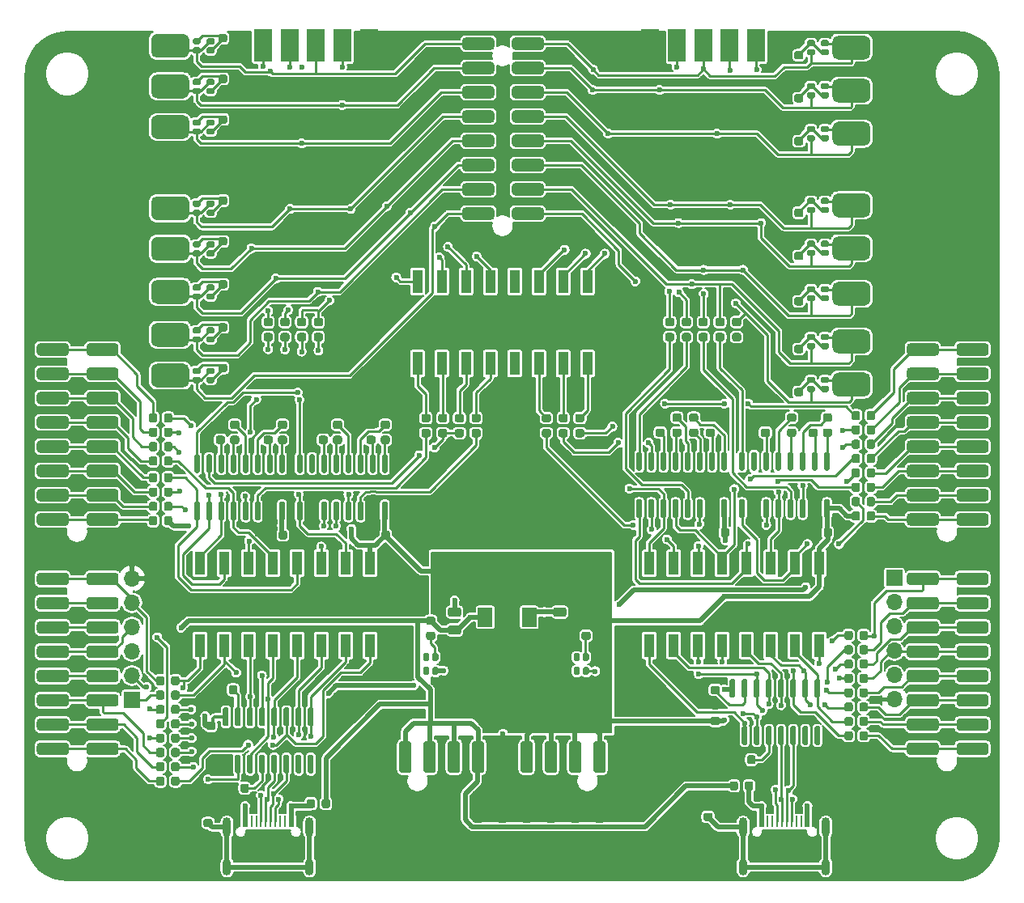
<source format=gbr>
G04 #@! TF.GenerationSoftware,KiCad,Pcbnew,5.1.9-73d0e3b20d~88~ubuntu20.04.1*
G04 #@! TF.CreationDate,2021-03-17T08:49:08+01:00*
G04 #@! TF.ProjectId,rs232-sniffer,72733233-322d-4736-9e69-666665722e6b,V20.0.1*
G04 #@! TF.SameCoordinates,PX206cc80PY7bfa480*
G04 #@! TF.FileFunction,Copper,L1,Top*
G04 #@! TF.FilePolarity,Positive*
%FSLAX46Y46*%
G04 Gerber Fmt 4.6, Leading zero omitted, Abs format (unit mm)*
G04 Created by KiCad (PCBNEW 5.1.9-73d0e3b20d~88~ubuntu20.04.1) date 2021-03-17 08:49:08*
%MOMM*%
%LPD*%
G01*
G04 APERTURE LIST*
G04 #@! TA.AperFunction,SMDPad,CuDef*
%ADD10R,1.846667X3.480000*%
G04 #@! TD*
G04 #@! TA.AperFunction,SMDPad,CuDef*
%ADD11R,0.580000X1.160000*%
G04 #@! TD*
G04 #@! TA.AperFunction,SMDPad,CuDef*
%ADD12R,0.280000X1.160000*%
G04 #@! TD*
G04 #@! TA.AperFunction,ComponentPad*
%ADD13O,0.900000X1.700000*%
G04 #@! TD*
G04 #@! TA.AperFunction,ComponentPad*
%ADD14O,0.900000X2.000000*%
G04 #@! TD*
G04 #@! TA.AperFunction,ComponentPad*
%ADD15O,1.700000X1.700000*%
G04 #@! TD*
G04 #@! TA.AperFunction,ComponentPad*
%ADD16R,1.700000X1.700000*%
G04 #@! TD*
G04 #@! TA.AperFunction,SMDPad,CuDef*
%ADD17R,1.500000X2.000000*%
G04 #@! TD*
G04 #@! TA.AperFunction,SMDPad,CuDef*
%ADD18R,3.800000X2.000000*%
G04 #@! TD*
G04 #@! TA.AperFunction,SMDPad,CuDef*
%ADD19R,1.120000X2.440000*%
G04 #@! TD*
G04 #@! TA.AperFunction,ViaPad*
%ADD20C,0.600000*%
G04 #@! TD*
G04 #@! TA.AperFunction,Conductor*
%ADD21C,0.250000*%
G04 #@! TD*
G04 #@! TA.AperFunction,Conductor*
%ADD22C,0.500000*%
G04 #@! TD*
G04 #@! TA.AperFunction,Conductor*
%ADD23C,0.350000*%
G04 #@! TD*
G04 #@! TA.AperFunction,Conductor*
%ADD24C,0.200000*%
G04 #@! TD*
G04 #@! TA.AperFunction,Conductor*
%ADD25C,0.100000*%
G04 #@! TD*
G04 APERTURE END LIST*
D10*
X36540000Y88000000D03*
X33770000Y88000000D03*
X31000000Y88000000D03*
X28230000Y88000000D03*
X25460000Y88000000D03*
G04 #@! TA.AperFunction,SMDPad,CuDef*
G36*
G01*
X83037500Y61200000D02*
X82512500Y61200000D01*
G75*
G02*
X82350000Y61362500I0J162500D01*
G01*
X82350000Y61687500D01*
G75*
G02*
X82512500Y61850000I162500J0D01*
G01*
X83037500Y61850000D01*
G75*
G02*
X83200000Y61687500I0J-162500D01*
G01*
X83200000Y61362500D01*
G75*
G02*
X83037500Y61200000I-162500J0D01*
G01*
G37*
G04 #@! TD.AperFunction*
G04 #@! TA.AperFunction,SMDPad,CuDef*
G36*
G01*
X84487500Y61200000D02*
X83962500Y61200000D01*
G75*
G02*
X83800000Y61362500I0J162500D01*
G01*
X83800000Y61687500D01*
G75*
G02*
X83962500Y61850000I162500J0D01*
G01*
X84487500Y61850000D01*
G75*
G02*
X84650000Y61687500I0J-162500D01*
G01*
X84650000Y61362500D01*
G75*
G02*
X84487500Y61200000I-162500J0D01*
G01*
G37*
G04 #@! TD.AperFunction*
G04 #@! TA.AperFunction,SMDPad,CuDef*
G36*
G01*
X84487500Y62150000D02*
X83962500Y62150000D01*
G75*
G02*
X83800000Y62312500I0J162500D01*
G01*
X83800000Y62637500D01*
G75*
G02*
X83962500Y62800000I162500J0D01*
G01*
X84487500Y62800000D01*
G75*
G02*
X84650000Y62637500I0J-162500D01*
G01*
X84650000Y62312500D01*
G75*
G02*
X84487500Y62150000I-162500J0D01*
G01*
G37*
G04 #@! TD.AperFunction*
G04 #@! TA.AperFunction,SMDPad,CuDef*
G36*
G01*
X83037500Y62150000D02*
X82512500Y62150000D01*
G75*
G02*
X82350000Y62312500I0J162500D01*
G01*
X82350000Y62637500D01*
G75*
G02*
X82512500Y62800000I162500J0D01*
G01*
X83037500Y62800000D01*
G75*
G02*
X83200000Y62637500I0J-162500D01*
G01*
X83200000Y62312500D01*
G75*
G02*
X83037500Y62150000I-162500J0D01*
G01*
G37*
G04 #@! TD.AperFunction*
G04 #@! TA.AperFunction,SMDPad,CuDef*
G36*
G01*
X83037500Y51700000D02*
X82512500Y51700000D01*
G75*
G02*
X82350000Y51862500I0J162500D01*
G01*
X82350000Y52187500D01*
G75*
G02*
X82512500Y52350000I162500J0D01*
G01*
X83037500Y52350000D01*
G75*
G02*
X83200000Y52187500I0J-162500D01*
G01*
X83200000Y51862500D01*
G75*
G02*
X83037500Y51700000I-162500J0D01*
G01*
G37*
G04 #@! TD.AperFunction*
G04 #@! TA.AperFunction,SMDPad,CuDef*
G36*
G01*
X84487500Y51700000D02*
X83962500Y51700000D01*
G75*
G02*
X83800000Y51862500I0J162500D01*
G01*
X83800000Y52187500D01*
G75*
G02*
X83962500Y52350000I162500J0D01*
G01*
X84487500Y52350000D01*
G75*
G02*
X84650000Y52187500I0J-162500D01*
G01*
X84650000Y51862500D01*
G75*
G02*
X84487500Y51700000I-162500J0D01*
G01*
G37*
G04 #@! TD.AperFunction*
G04 #@! TA.AperFunction,SMDPad,CuDef*
G36*
G01*
X84487500Y52650000D02*
X83962500Y52650000D01*
G75*
G02*
X83800000Y52812500I0J162500D01*
G01*
X83800000Y53137500D01*
G75*
G02*
X83962500Y53300000I162500J0D01*
G01*
X84487500Y53300000D01*
G75*
G02*
X84650000Y53137500I0J-162500D01*
G01*
X84650000Y52812500D01*
G75*
G02*
X84487500Y52650000I-162500J0D01*
G01*
G37*
G04 #@! TD.AperFunction*
G04 #@! TA.AperFunction,SMDPad,CuDef*
G36*
G01*
X83037500Y52650000D02*
X82512500Y52650000D01*
G75*
G02*
X82350000Y52812500I0J162500D01*
G01*
X82350000Y53137500D01*
G75*
G02*
X82512500Y53300000I162500J0D01*
G01*
X83037500Y53300000D01*
G75*
G02*
X83200000Y53137500I0J-162500D01*
G01*
X83200000Y52812500D01*
G75*
G02*
X83037500Y52650000I-162500J0D01*
G01*
G37*
G04 #@! TD.AperFunction*
G04 #@! TA.AperFunction,SMDPad,CuDef*
G36*
G01*
X83037500Y56200000D02*
X82512500Y56200000D01*
G75*
G02*
X82350000Y56362500I0J162500D01*
G01*
X82350000Y56687500D01*
G75*
G02*
X82512500Y56850000I162500J0D01*
G01*
X83037500Y56850000D01*
G75*
G02*
X83200000Y56687500I0J-162500D01*
G01*
X83200000Y56362500D01*
G75*
G02*
X83037500Y56200000I-162500J0D01*
G01*
G37*
G04 #@! TD.AperFunction*
G04 #@! TA.AperFunction,SMDPad,CuDef*
G36*
G01*
X84487500Y56200000D02*
X83962500Y56200000D01*
G75*
G02*
X83800000Y56362500I0J162500D01*
G01*
X83800000Y56687500D01*
G75*
G02*
X83962500Y56850000I162500J0D01*
G01*
X84487500Y56850000D01*
G75*
G02*
X84650000Y56687500I0J-162500D01*
G01*
X84650000Y56362500D01*
G75*
G02*
X84487500Y56200000I-162500J0D01*
G01*
G37*
G04 #@! TD.AperFunction*
G04 #@! TA.AperFunction,SMDPad,CuDef*
G36*
G01*
X84487500Y57150000D02*
X83962500Y57150000D01*
G75*
G02*
X83800000Y57312500I0J162500D01*
G01*
X83800000Y57637500D01*
G75*
G02*
X83962500Y57800000I162500J0D01*
G01*
X84487500Y57800000D01*
G75*
G02*
X84650000Y57637500I0J-162500D01*
G01*
X84650000Y57312500D01*
G75*
G02*
X84487500Y57150000I-162500J0D01*
G01*
G37*
G04 #@! TD.AperFunction*
G04 #@! TA.AperFunction,SMDPad,CuDef*
G36*
G01*
X83037500Y57150000D02*
X82512500Y57150000D01*
G75*
G02*
X82350000Y57312500I0J162500D01*
G01*
X82350000Y57637500D01*
G75*
G02*
X82512500Y57800000I162500J0D01*
G01*
X83037500Y57800000D01*
G75*
G02*
X83200000Y57637500I0J-162500D01*
G01*
X83200000Y57312500D01*
G75*
G02*
X83037500Y57150000I-162500J0D01*
G01*
G37*
G04 #@! TD.AperFunction*
G04 #@! TA.AperFunction,SMDPad,CuDef*
G36*
G01*
X83037500Y77950000D02*
X82512500Y77950000D01*
G75*
G02*
X82350000Y78112500I0J162500D01*
G01*
X82350000Y78437500D01*
G75*
G02*
X82512500Y78600000I162500J0D01*
G01*
X83037500Y78600000D01*
G75*
G02*
X83200000Y78437500I0J-162500D01*
G01*
X83200000Y78112500D01*
G75*
G02*
X83037500Y77950000I-162500J0D01*
G01*
G37*
G04 #@! TD.AperFunction*
G04 #@! TA.AperFunction,SMDPad,CuDef*
G36*
G01*
X84487500Y77950000D02*
X83962500Y77950000D01*
G75*
G02*
X83800000Y78112500I0J162500D01*
G01*
X83800000Y78437500D01*
G75*
G02*
X83962500Y78600000I162500J0D01*
G01*
X84487500Y78600000D01*
G75*
G02*
X84650000Y78437500I0J-162500D01*
G01*
X84650000Y78112500D01*
G75*
G02*
X84487500Y77950000I-162500J0D01*
G01*
G37*
G04 #@! TD.AperFunction*
G04 #@! TA.AperFunction,SMDPad,CuDef*
G36*
G01*
X84487500Y78900000D02*
X83962500Y78900000D01*
G75*
G02*
X83800000Y79062500I0J162500D01*
G01*
X83800000Y79387500D01*
G75*
G02*
X83962500Y79550000I162500J0D01*
G01*
X84487500Y79550000D01*
G75*
G02*
X84650000Y79387500I0J-162500D01*
G01*
X84650000Y79062500D01*
G75*
G02*
X84487500Y78900000I-162500J0D01*
G01*
G37*
G04 #@! TD.AperFunction*
G04 #@! TA.AperFunction,SMDPad,CuDef*
G36*
G01*
X83037500Y78900000D02*
X82512500Y78900000D01*
G75*
G02*
X82350000Y79062500I0J162500D01*
G01*
X82350000Y79387500D01*
G75*
G02*
X82512500Y79550000I162500J0D01*
G01*
X83037500Y79550000D01*
G75*
G02*
X83200000Y79387500I0J-162500D01*
G01*
X83200000Y79062500D01*
G75*
G02*
X83037500Y78900000I-162500J0D01*
G01*
G37*
G04 #@! TD.AperFunction*
G04 #@! TA.AperFunction,SMDPad,CuDef*
G36*
G01*
X83037500Y82450000D02*
X82512500Y82450000D01*
G75*
G02*
X82350000Y82612500I0J162500D01*
G01*
X82350000Y82937500D01*
G75*
G02*
X82512500Y83100000I162500J0D01*
G01*
X83037500Y83100000D01*
G75*
G02*
X83200000Y82937500I0J-162500D01*
G01*
X83200000Y82612500D01*
G75*
G02*
X83037500Y82450000I-162500J0D01*
G01*
G37*
G04 #@! TD.AperFunction*
G04 #@! TA.AperFunction,SMDPad,CuDef*
G36*
G01*
X84487500Y82450000D02*
X83962500Y82450000D01*
G75*
G02*
X83800000Y82612500I0J162500D01*
G01*
X83800000Y82937500D01*
G75*
G02*
X83962500Y83100000I162500J0D01*
G01*
X84487500Y83100000D01*
G75*
G02*
X84650000Y82937500I0J-162500D01*
G01*
X84650000Y82612500D01*
G75*
G02*
X84487500Y82450000I-162500J0D01*
G01*
G37*
G04 #@! TD.AperFunction*
G04 #@! TA.AperFunction,SMDPad,CuDef*
G36*
G01*
X84487500Y83400000D02*
X83962500Y83400000D01*
G75*
G02*
X83800000Y83562500I0J162500D01*
G01*
X83800000Y83887500D01*
G75*
G02*
X83962500Y84050000I162500J0D01*
G01*
X84487500Y84050000D01*
G75*
G02*
X84650000Y83887500I0J-162500D01*
G01*
X84650000Y83562500D01*
G75*
G02*
X84487500Y83400000I-162500J0D01*
G01*
G37*
G04 #@! TD.AperFunction*
G04 #@! TA.AperFunction,SMDPad,CuDef*
G36*
G01*
X83037500Y83400000D02*
X82512500Y83400000D01*
G75*
G02*
X82350000Y83562500I0J162500D01*
G01*
X82350000Y83887500D01*
G75*
G02*
X82512500Y84050000I162500J0D01*
G01*
X83037500Y84050000D01*
G75*
G02*
X83200000Y83887500I0J-162500D01*
G01*
X83200000Y83562500D01*
G75*
G02*
X83037500Y83400000I-162500J0D01*
G01*
G37*
G04 #@! TD.AperFunction*
G04 #@! TA.AperFunction,SMDPad,CuDef*
G36*
G01*
X83037500Y86950000D02*
X82512500Y86950000D01*
G75*
G02*
X82350000Y87112500I0J162500D01*
G01*
X82350000Y87437500D01*
G75*
G02*
X82512500Y87600000I162500J0D01*
G01*
X83037500Y87600000D01*
G75*
G02*
X83200000Y87437500I0J-162500D01*
G01*
X83200000Y87112500D01*
G75*
G02*
X83037500Y86950000I-162500J0D01*
G01*
G37*
G04 #@! TD.AperFunction*
G04 #@! TA.AperFunction,SMDPad,CuDef*
G36*
G01*
X84487500Y86950000D02*
X83962500Y86950000D01*
G75*
G02*
X83800000Y87112500I0J162500D01*
G01*
X83800000Y87437500D01*
G75*
G02*
X83962500Y87600000I162500J0D01*
G01*
X84487500Y87600000D01*
G75*
G02*
X84650000Y87437500I0J-162500D01*
G01*
X84650000Y87112500D01*
G75*
G02*
X84487500Y86950000I-162500J0D01*
G01*
G37*
G04 #@! TD.AperFunction*
G04 #@! TA.AperFunction,SMDPad,CuDef*
G36*
G01*
X84487500Y87900000D02*
X83962500Y87900000D01*
G75*
G02*
X83800000Y88062500I0J162500D01*
G01*
X83800000Y88387500D01*
G75*
G02*
X83962500Y88550000I162500J0D01*
G01*
X84487500Y88550000D01*
G75*
G02*
X84650000Y88387500I0J-162500D01*
G01*
X84650000Y88062500D01*
G75*
G02*
X84487500Y87900000I-162500J0D01*
G01*
G37*
G04 #@! TD.AperFunction*
G04 #@! TA.AperFunction,SMDPad,CuDef*
G36*
G01*
X83037500Y87900000D02*
X82512500Y87900000D01*
G75*
G02*
X82350000Y88062500I0J162500D01*
G01*
X82350000Y88387500D01*
G75*
G02*
X82512500Y88550000I162500J0D01*
G01*
X83037500Y88550000D01*
G75*
G02*
X83200000Y88387500I0J-162500D01*
G01*
X83200000Y88062500D01*
G75*
G02*
X83037500Y87900000I-162500J0D01*
G01*
G37*
G04 #@! TD.AperFunction*
G04 #@! TA.AperFunction,SMDPad,CuDef*
G36*
G01*
X83037500Y70450000D02*
X82512500Y70450000D01*
G75*
G02*
X82350000Y70612500I0J162500D01*
G01*
X82350000Y70937500D01*
G75*
G02*
X82512500Y71100000I162500J0D01*
G01*
X83037500Y71100000D01*
G75*
G02*
X83200000Y70937500I0J-162500D01*
G01*
X83200000Y70612500D01*
G75*
G02*
X83037500Y70450000I-162500J0D01*
G01*
G37*
G04 #@! TD.AperFunction*
G04 #@! TA.AperFunction,SMDPad,CuDef*
G36*
G01*
X84487500Y70450000D02*
X83962500Y70450000D01*
G75*
G02*
X83800000Y70612500I0J162500D01*
G01*
X83800000Y70937500D01*
G75*
G02*
X83962500Y71100000I162500J0D01*
G01*
X84487500Y71100000D01*
G75*
G02*
X84650000Y70937500I0J-162500D01*
G01*
X84650000Y70612500D01*
G75*
G02*
X84487500Y70450000I-162500J0D01*
G01*
G37*
G04 #@! TD.AperFunction*
G04 #@! TA.AperFunction,SMDPad,CuDef*
G36*
G01*
X84487500Y71400000D02*
X83962500Y71400000D01*
G75*
G02*
X83800000Y71562500I0J162500D01*
G01*
X83800000Y71887500D01*
G75*
G02*
X83962500Y72050000I162500J0D01*
G01*
X84487500Y72050000D01*
G75*
G02*
X84650000Y71887500I0J-162500D01*
G01*
X84650000Y71562500D01*
G75*
G02*
X84487500Y71400000I-162500J0D01*
G01*
G37*
G04 #@! TD.AperFunction*
G04 #@! TA.AperFunction,SMDPad,CuDef*
G36*
G01*
X83037500Y71400000D02*
X82512500Y71400000D01*
G75*
G02*
X82350000Y71562500I0J162500D01*
G01*
X82350000Y71887500D01*
G75*
G02*
X82512500Y72050000I162500J0D01*
G01*
X83037500Y72050000D01*
G75*
G02*
X83200000Y71887500I0J-162500D01*
G01*
X83200000Y71562500D01*
G75*
G02*
X83037500Y71400000I-162500J0D01*
G01*
G37*
G04 #@! TD.AperFunction*
G04 #@! TA.AperFunction,SMDPad,CuDef*
G36*
G01*
X83037500Y65950000D02*
X82512500Y65950000D01*
G75*
G02*
X82350000Y66112500I0J162500D01*
G01*
X82350000Y66437500D01*
G75*
G02*
X82512500Y66600000I162500J0D01*
G01*
X83037500Y66600000D01*
G75*
G02*
X83200000Y66437500I0J-162500D01*
G01*
X83200000Y66112500D01*
G75*
G02*
X83037500Y65950000I-162500J0D01*
G01*
G37*
G04 #@! TD.AperFunction*
G04 #@! TA.AperFunction,SMDPad,CuDef*
G36*
G01*
X84487500Y65950000D02*
X83962500Y65950000D01*
G75*
G02*
X83800000Y66112500I0J162500D01*
G01*
X83800000Y66437500D01*
G75*
G02*
X83962500Y66600000I162500J0D01*
G01*
X84487500Y66600000D01*
G75*
G02*
X84650000Y66437500I0J-162500D01*
G01*
X84650000Y66112500D01*
G75*
G02*
X84487500Y65950000I-162500J0D01*
G01*
G37*
G04 #@! TD.AperFunction*
G04 #@! TA.AperFunction,SMDPad,CuDef*
G36*
G01*
X84487500Y66900000D02*
X83962500Y66900000D01*
G75*
G02*
X83800000Y67062500I0J162500D01*
G01*
X83800000Y67387500D01*
G75*
G02*
X83962500Y67550000I162500J0D01*
G01*
X84487500Y67550000D01*
G75*
G02*
X84650000Y67387500I0J-162500D01*
G01*
X84650000Y67062500D01*
G75*
G02*
X84487500Y66900000I-162500J0D01*
G01*
G37*
G04 #@! TD.AperFunction*
G04 #@! TA.AperFunction,SMDPad,CuDef*
G36*
G01*
X83037500Y66900000D02*
X82512500Y66900000D01*
G75*
G02*
X82350000Y67062500I0J162500D01*
G01*
X82350000Y67387500D01*
G75*
G02*
X82512500Y67550000I162500J0D01*
G01*
X83037500Y67550000D01*
G75*
G02*
X83200000Y67387500I0J-162500D01*
G01*
X83200000Y67062500D01*
G75*
G02*
X83037500Y66900000I-162500J0D01*
G01*
G37*
G04 #@! TD.AperFunction*
G04 #@! TA.AperFunction,SMDPad,CuDef*
G36*
G01*
X18782500Y52645000D02*
X18257500Y52645000D01*
G75*
G02*
X18095000Y52807500I0J162500D01*
G01*
X18095000Y53132500D01*
G75*
G02*
X18257500Y53295000I162500J0D01*
G01*
X18782500Y53295000D01*
G75*
G02*
X18945000Y53132500I0J-162500D01*
G01*
X18945000Y52807500D01*
G75*
G02*
X18782500Y52645000I-162500J0D01*
G01*
G37*
G04 #@! TD.AperFunction*
G04 #@! TA.AperFunction,SMDPad,CuDef*
G36*
G01*
X20232500Y52645000D02*
X19707500Y52645000D01*
G75*
G02*
X19545000Y52807500I0J162500D01*
G01*
X19545000Y53132500D01*
G75*
G02*
X19707500Y53295000I162500J0D01*
G01*
X20232500Y53295000D01*
G75*
G02*
X20395000Y53132500I0J-162500D01*
G01*
X20395000Y52807500D01*
G75*
G02*
X20232500Y52645000I-162500J0D01*
G01*
G37*
G04 #@! TD.AperFunction*
G04 #@! TA.AperFunction,SMDPad,CuDef*
G36*
G01*
X20232500Y53595000D02*
X19707500Y53595000D01*
G75*
G02*
X19545000Y53757500I0J162500D01*
G01*
X19545000Y54082500D01*
G75*
G02*
X19707500Y54245000I162500J0D01*
G01*
X20232500Y54245000D01*
G75*
G02*
X20395000Y54082500I0J-162500D01*
G01*
X20395000Y53757500D01*
G75*
G02*
X20232500Y53595000I-162500J0D01*
G01*
G37*
G04 #@! TD.AperFunction*
G04 #@! TA.AperFunction,SMDPad,CuDef*
G36*
G01*
X18782500Y53595000D02*
X18257500Y53595000D01*
G75*
G02*
X18095000Y53757500I0J162500D01*
G01*
X18095000Y54082500D01*
G75*
G02*
X18257500Y54245000I162500J0D01*
G01*
X18782500Y54245000D01*
G75*
G02*
X18945000Y54082500I0J-162500D01*
G01*
X18945000Y53757500D01*
G75*
G02*
X18782500Y53595000I-162500J0D01*
G01*
G37*
G04 #@! TD.AperFunction*
G04 #@! TA.AperFunction,SMDPad,CuDef*
G36*
G01*
X18782500Y56895000D02*
X18257500Y56895000D01*
G75*
G02*
X18095000Y57057500I0J162500D01*
G01*
X18095000Y57382500D01*
G75*
G02*
X18257500Y57545000I162500J0D01*
G01*
X18782500Y57545000D01*
G75*
G02*
X18945000Y57382500I0J-162500D01*
G01*
X18945000Y57057500D01*
G75*
G02*
X18782500Y56895000I-162500J0D01*
G01*
G37*
G04 #@! TD.AperFunction*
G04 #@! TA.AperFunction,SMDPad,CuDef*
G36*
G01*
X20232500Y56895000D02*
X19707500Y56895000D01*
G75*
G02*
X19545000Y57057500I0J162500D01*
G01*
X19545000Y57382500D01*
G75*
G02*
X19707500Y57545000I162500J0D01*
G01*
X20232500Y57545000D01*
G75*
G02*
X20395000Y57382500I0J-162500D01*
G01*
X20395000Y57057500D01*
G75*
G02*
X20232500Y56895000I-162500J0D01*
G01*
G37*
G04 #@! TD.AperFunction*
G04 #@! TA.AperFunction,SMDPad,CuDef*
G36*
G01*
X20232500Y57845000D02*
X19707500Y57845000D01*
G75*
G02*
X19545000Y58007500I0J162500D01*
G01*
X19545000Y58332500D01*
G75*
G02*
X19707500Y58495000I162500J0D01*
G01*
X20232500Y58495000D01*
G75*
G02*
X20395000Y58332500I0J-162500D01*
G01*
X20395000Y58007500D01*
G75*
G02*
X20232500Y57845000I-162500J0D01*
G01*
G37*
G04 #@! TD.AperFunction*
G04 #@! TA.AperFunction,SMDPad,CuDef*
G36*
G01*
X18782500Y57845000D02*
X18257500Y57845000D01*
G75*
G02*
X18095000Y58007500I0J162500D01*
G01*
X18095000Y58332500D01*
G75*
G02*
X18257500Y58495000I162500J0D01*
G01*
X18782500Y58495000D01*
G75*
G02*
X18945000Y58332500I0J-162500D01*
G01*
X18945000Y58007500D01*
G75*
G02*
X18782500Y57845000I-162500J0D01*
G01*
G37*
G04 #@! TD.AperFunction*
G04 #@! TA.AperFunction,SMDPad,CuDef*
G36*
G01*
X18782500Y78645000D02*
X18257500Y78645000D01*
G75*
G02*
X18095000Y78807500I0J162500D01*
G01*
X18095000Y79132500D01*
G75*
G02*
X18257500Y79295000I162500J0D01*
G01*
X18782500Y79295000D01*
G75*
G02*
X18945000Y79132500I0J-162500D01*
G01*
X18945000Y78807500D01*
G75*
G02*
X18782500Y78645000I-162500J0D01*
G01*
G37*
G04 #@! TD.AperFunction*
G04 #@! TA.AperFunction,SMDPad,CuDef*
G36*
G01*
X20232500Y78645000D02*
X19707500Y78645000D01*
G75*
G02*
X19545000Y78807500I0J162500D01*
G01*
X19545000Y79132500D01*
G75*
G02*
X19707500Y79295000I162500J0D01*
G01*
X20232500Y79295000D01*
G75*
G02*
X20395000Y79132500I0J-162500D01*
G01*
X20395000Y78807500D01*
G75*
G02*
X20232500Y78645000I-162500J0D01*
G01*
G37*
G04 #@! TD.AperFunction*
G04 #@! TA.AperFunction,SMDPad,CuDef*
G36*
G01*
X20232500Y79595000D02*
X19707500Y79595000D01*
G75*
G02*
X19545000Y79757500I0J162500D01*
G01*
X19545000Y80082500D01*
G75*
G02*
X19707500Y80245000I162500J0D01*
G01*
X20232500Y80245000D01*
G75*
G02*
X20395000Y80082500I0J-162500D01*
G01*
X20395000Y79757500D01*
G75*
G02*
X20232500Y79595000I-162500J0D01*
G01*
G37*
G04 #@! TD.AperFunction*
G04 #@! TA.AperFunction,SMDPad,CuDef*
G36*
G01*
X18782500Y79595000D02*
X18257500Y79595000D01*
G75*
G02*
X18095000Y79757500I0J162500D01*
G01*
X18095000Y80082500D01*
G75*
G02*
X18257500Y80245000I162500J0D01*
G01*
X18782500Y80245000D01*
G75*
G02*
X18945000Y80082500I0J-162500D01*
G01*
X18945000Y79757500D01*
G75*
G02*
X18782500Y79595000I-162500J0D01*
G01*
G37*
G04 #@! TD.AperFunction*
G04 #@! TA.AperFunction,SMDPad,CuDef*
G36*
G01*
X18782500Y61395000D02*
X18257500Y61395000D01*
G75*
G02*
X18095000Y61557500I0J162500D01*
G01*
X18095000Y61882500D01*
G75*
G02*
X18257500Y62045000I162500J0D01*
G01*
X18782500Y62045000D01*
G75*
G02*
X18945000Y61882500I0J-162500D01*
G01*
X18945000Y61557500D01*
G75*
G02*
X18782500Y61395000I-162500J0D01*
G01*
G37*
G04 #@! TD.AperFunction*
G04 #@! TA.AperFunction,SMDPad,CuDef*
G36*
G01*
X20232500Y61395000D02*
X19707500Y61395000D01*
G75*
G02*
X19545000Y61557500I0J162500D01*
G01*
X19545000Y61882500D01*
G75*
G02*
X19707500Y62045000I162500J0D01*
G01*
X20232500Y62045000D01*
G75*
G02*
X20395000Y61882500I0J-162500D01*
G01*
X20395000Y61557500D01*
G75*
G02*
X20232500Y61395000I-162500J0D01*
G01*
G37*
G04 #@! TD.AperFunction*
G04 #@! TA.AperFunction,SMDPad,CuDef*
G36*
G01*
X20232500Y62345000D02*
X19707500Y62345000D01*
G75*
G02*
X19545000Y62507500I0J162500D01*
G01*
X19545000Y62832500D01*
G75*
G02*
X19707500Y62995000I162500J0D01*
G01*
X20232500Y62995000D01*
G75*
G02*
X20395000Y62832500I0J-162500D01*
G01*
X20395000Y62507500D01*
G75*
G02*
X20232500Y62345000I-162500J0D01*
G01*
G37*
G04 #@! TD.AperFunction*
G04 #@! TA.AperFunction,SMDPad,CuDef*
G36*
G01*
X18782500Y62345000D02*
X18257500Y62345000D01*
G75*
G02*
X18095000Y62507500I0J162500D01*
G01*
X18095000Y62832500D01*
G75*
G02*
X18257500Y62995000I162500J0D01*
G01*
X18782500Y62995000D01*
G75*
G02*
X18945000Y62832500I0J-162500D01*
G01*
X18945000Y62507500D01*
G75*
G02*
X18782500Y62345000I-162500J0D01*
G01*
G37*
G04 #@! TD.AperFunction*
G04 #@! TA.AperFunction,SMDPad,CuDef*
G36*
G01*
X18782500Y82895000D02*
X18257500Y82895000D01*
G75*
G02*
X18095000Y83057500I0J162500D01*
G01*
X18095000Y83382500D01*
G75*
G02*
X18257500Y83545000I162500J0D01*
G01*
X18782500Y83545000D01*
G75*
G02*
X18945000Y83382500I0J-162500D01*
G01*
X18945000Y83057500D01*
G75*
G02*
X18782500Y82895000I-162500J0D01*
G01*
G37*
G04 #@! TD.AperFunction*
G04 #@! TA.AperFunction,SMDPad,CuDef*
G36*
G01*
X20232500Y82895000D02*
X19707500Y82895000D01*
G75*
G02*
X19545000Y83057500I0J162500D01*
G01*
X19545000Y83382500D01*
G75*
G02*
X19707500Y83545000I162500J0D01*
G01*
X20232500Y83545000D01*
G75*
G02*
X20395000Y83382500I0J-162500D01*
G01*
X20395000Y83057500D01*
G75*
G02*
X20232500Y82895000I-162500J0D01*
G01*
G37*
G04 #@! TD.AperFunction*
G04 #@! TA.AperFunction,SMDPad,CuDef*
G36*
G01*
X20232500Y83845000D02*
X19707500Y83845000D01*
G75*
G02*
X19545000Y84007500I0J162500D01*
G01*
X19545000Y84332500D01*
G75*
G02*
X19707500Y84495000I162500J0D01*
G01*
X20232500Y84495000D01*
G75*
G02*
X20395000Y84332500I0J-162500D01*
G01*
X20395000Y84007500D01*
G75*
G02*
X20232500Y83845000I-162500J0D01*
G01*
G37*
G04 #@! TD.AperFunction*
G04 #@! TA.AperFunction,SMDPad,CuDef*
G36*
G01*
X18782500Y83845000D02*
X18257500Y83845000D01*
G75*
G02*
X18095000Y84007500I0J162500D01*
G01*
X18095000Y84332500D01*
G75*
G02*
X18257500Y84495000I162500J0D01*
G01*
X18782500Y84495000D01*
G75*
G02*
X18945000Y84332500I0J-162500D01*
G01*
X18945000Y84007500D01*
G75*
G02*
X18782500Y83845000I-162500J0D01*
G01*
G37*
G04 #@! TD.AperFunction*
G04 #@! TA.AperFunction,SMDPad,CuDef*
G36*
G01*
X18782500Y87145000D02*
X18257500Y87145000D01*
G75*
G02*
X18095000Y87307500I0J162500D01*
G01*
X18095000Y87632500D01*
G75*
G02*
X18257500Y87795000I162500J0D01*
G01*
X18782500Y87795000D01*
G75*
G02*
X18945000Y87632500I0J-162500D01*
G01*
X18945000Y87307500D01*
G75*
G02*
X18782500Y87145000I-162500J0D01*
G01*
G37*
G04 #@! TD.AperFunction*
G04 #@! TA.AperFunction,SMDPad,CuDef*
G36*
G01*
X20232500Y87145000D02*
X19707500Y87145000D01*
G75*
G02*
X19545000Y87307500I0J162500D01*
G01*
X19545000Y87632500D01*
G75*
G02*
X19707500Y87795000I162500J0D01*
G01*
X20232500Y87795000D01*
G75*
G02*
X20395000Y87632500I0J-162500D01*
G01*
X20395000Y87307500D01*
G75*
G02*
X20232500Y87145000I-162500J0D01*
G01*
G37*
G04 #@! TD.AperFunction*
G04 #@! TA.AperFunction,SMDPad,CuDef*
G36*
G01*
X20232500Y88095000D02*
X19707500Y88095000D01*
G75*
G02*
X19545000Y88257500I0J162500D01*
G01*
X19545000Y88582500D01*
G75*
G02*
X19707500Y88745000I162500J0D01*
G01*
X20232500Y88745000D01*
G75*
G02*
X20395000Y88582500I0J-162500D01*
G01*
X20395000Y88257500D01*
G75*
G02*
X20232500Y88095000I-162500J0D01*
G01*
G37*
G04 #@! TD.AperFunction*
G04 #@! TA.AperFunction,SMDPad,CuDef*
G36*
G01*
X18782500Y88095000D02*
X18257500Y88095000D01*
G75*
G02*
X18095000Y88257500I0J162500D01*
G01*
X18095000Y88582500D01*
G75*
G02*
X18257500Y88745000I162500J0D01*
G01*
X18782500Y88745000D01*
G75*
G02*
X18945000Y88582500I0J-162500D01*
G01*
X18945000Y88257500D01*
G75*
G02*
X18782500Y88095000I-162500J0D01*
G01*
G37*
G04 #@! TD.AperFunction*
G04 #@! TA.AperFunction,SMDPad,CuDef*
G36*
G01*
X18782500Y70145000D02*
X18257500Y70145000D01*
G75*
G02*
X18095000Y70307500I0J162500D01*
G01*
X18095000Y70632500D01*
G75*
G02*
X18257500Y70795000I162500J0D01*
G01*
X18782500Y70795000D01*
G75*
G02*
X18945000Y70632500I0J-162500D01*
G01*
X18945000Y70307500D01*
G75*
G02*
X18782500Y70145000I-162500J0D01*
G01*
G37*
G04 #@! TD.AperFunction*
G04 #@! TA.AperFunction,SMDPad,CuDef*
G36*
G01*
X20232500Y70145000D02*
X19707500Y70145000D01*
G75*
G02*
X19545000Y70307500I0J162500D01*
G01*
X19545000Y70632500D01*
G75*
G02*
X19707500Y70795000I162500J0D01*
G01*
X20232500Y70795000D01*
G75*
G02*
X20395000Y70632500I0J-162500D01*
G01*
X20395000Y70307500D01*
G75*
G02*
X20232500Y70145000I-162500J0D01*
G01*
G37*
G04 #@! TD.AperFunction*
G04 #@! TA.AperFunction,SMDPad,CuDef*
G36*
G01*
X20232500Y71095000D02*
X19707500Y71095000D01*
G75*
G02*
X19545000Y71257500I0J162500D01*
G01*
X19545000Y71582500D01*
G75*
G02*
X19707500Y71745000I162500J0D01*
G01*
X20232500Y71745000D01*
G75*
G02*
X20395000Y71582500I0J-162500D01*
G01*
X20395000Y71257500D01*
G75*
G02*
X20232500Y71095000I-162500J0D01*
G01*
G37*
G04 #@! TD.AperFunction*
G04 #@! TA.AperFunction,SMDPad,CuDef*
G36*
G01*
X18782500Y71095000D02*
X18257500Y71095000D01*
G75*
G02*
X18095000Y71257500I0J162500D01*
G01*
X18095000Y71582500D01*
G75*
G02*
X18257500Y71745000I162500J0D01*
G01*
X18782500Y71745000D01*
G75*
G02*
X18945000Y71582500I0J-162500D01*
G01*
X18945000Y71257500D01*
G75*
G02*
X18782500Y71095000I-162500J0D01*
G01*
G37*
G04 #@! TD.AperFunction*
G04 #@! TA.AperFunction,SMDPad,CuDef*
G36*
G01*
X18782500Y65895000D02*
X18257500Y65895000D01*
G75*
G02*
X18095000Y66057500I0J162500D01*
G01*
X18095000Y66382500D01*
G75*
G02*
X18257500Y66545000I162500J0D01*
G01*
X18782500Y66545000D01*
G75*
G02*
X18945000Y66382500I0J-162500D01*
G01*
X18945000Y66057500D01*
G75*
G02*
X18782500Y65895000I-162500J0D01*
G01*
G37*
G04 #@! TD.AperFunction*
G04 #@! TA.AperFunction,SMDPad,CuDef*
G36*
G01*
X20232500Y65895000D02*
X19707500Y65895000D01*
G75*
G02*
X19545000Y66057500I0J162500D01*
G01*
X19545000Y66382500D01*
G75*
G02*
X19707500Y66545000I162500J0D01*
G01*
X20232500Y66545000D01*
G75*
G02*
X20395000Y66382500I0J-162500D01*
G01*
X20395000Y66057500D01*
G75*
G02*
X20232500Y65895000I-162500J0D01*
G01*
G37*
G04 #@! TD.AperFunction*
G04 #@! TA.AperFunction,SMDPad,CuDef*
G36*
G01*
X20232500Y66845000D02*
X19707500Y66845000D01*
G75*
G02*
X19545000Y67007500I0J162500D01*
G01*
X19545000Y67332500D01*
G75*
G02*
X19707500Y67495000I162500J0D01*
G01*
X20232500Y67495000D01*
G75*
G02*
X20395000Y67332500I0J-162500D01*
G01*
X20395000Y67007500D01*
G75*
G02*
X20232500Y66845000I-162500J0D01*
G01*
G37*
G04 #@! TD.AperFunction*
G04 #@! TA.AperFunction,SMDPad,CuDef*
G36*
G01*
X18782500Y66845000D02*
X18257500Y66845000D01*
G75*
G02*
X18095000Y67007500I0J162500D01*
G01*
X18095000Y67332500D01*
G75*
G02*
X18257500Y67495000I162500J0D01*
G01*
X18782500Y67495000D01*
G75*
G02*
X18945000Y67332500I0J-162500D01*
G01*
X18945000Y67007500D01*
G75*
G02*
X18782500Y66845000I-162500J0D01*
G01*
G37*
G04 #@! TD.AperFunction*
G04 #@! TA.AperFunction,SMDPad,CuDef*
G36*
G01*
X57950000Y23712500D02*
X57950000Y24237500D01*
G75*
G02*
X58112500Y24400000I162500J0D01*
G01*
X58437500Y24400000D01*
G75*
G02*
X58600000Y24237500I0J-162500D01*
G01*
X58600000Y23712500D01*
G75*
G02*
X58437500Y23550000I-162500J0D01*
G01*
X58112500Y23550000D01*
G75*
G02*
X57950000Y23712500I0J162500D01*
G01*
G37*
G04 #@! TD.AperFunction*
G04 #@! TA.AperFunction,SMDPad,CuDef*
G36*
G01*
X57950000Y22262500D02*
X57950000Y22787500D01*
G75*
G02*
X58112500Y22950000I162500J0D01*
G01*
X58437500Y22950000D01*
G75*
G02*
X58600000Y22787500I0J-162500D01*
G01*
X58600000Y22262500D01*
G75*
G02*
X58437500Y22100000I-162500J0D01*
G01*
X58112500Y22100000D01*
G75*
G02*
X57950000Y22262500I0J162500D01*
G01*
G37*
G04 #@! TD.AperFunction*
G04 #@! TA.AperFunction,SMDPad,CuDef*
G36*
G01*
X58900000Y22262500D02*
X58900000Y22787500D01*
G75*
G02*
X59062500Y22950000I162500J0D01*
G01*
X59387500Y22950000D01*
G75*
G02*
X59550000Y22787500I0J-162500D01*
G01*
X59550000Y22262500D01*
G75*
G02*
X59387500Y22100000I-162500J0D01*
G01*
X59062500Y22100000D01*
G75*
G02*
X58900000Y22262500I0J162500D01*
G01*
G37*
G04 #@! TD.AperFunction*
G04 #@! TA.AperFunction,SMDPad,CuDef*
G36*
G01*
X58900000Y23712500D02*
X58900000Y24237500D01*
G75*
G02*
X59062500Y24400000I162500J0D01*
G01*
X59387500Y24400000D01*
G75*
G02*
X59550000Y24237500I0J-162500D01*
G01*
X59550000Y23712500D01*
G75*
G02*
X59387500Y23550000I-162500J0D01*
G01*
X59062500Y23550000D01*
G75*
G02*
X58900000Y23712500I0J162500D01*
G01*
G37*
G04 #@! TD.AperFunction*
G04 #@! TA.AperFunction,SMDPad,CuDef*
G36*
G01*
X42200000Y23712500D02*
X42200000Y24237500D01*
G75*
G02*
X42362500Y24400000I162500J0D01*
G01*
X42687500Y24400000D01*
G75*
G02*
X42850000Y24237500I0J-162500D01*
G01*
X42850000Y23712500D01*
G75*
G02*
X42687500Y23550000I-162500J0D01*
G01*
X42362500Y23550000D01*
G75*
G02*
X42200000Y23712500I0J162500D01*
G01*
G37*
G04 #@! TD.AperFunction*
G04 #@! TA.AperFunction,SMDPad,CuDef*
G36*
G01*
X42200000Y22262500D02*
X42200000Y22787500D01*
G75*
G02*
X42362500Y22950000I162500J0D01*
G01*
X42687500Y22950000D01*
G75*
G02*
X42850000Y22787500I0J-162500D01*
G01*
X42850000Y22262500D01*
G75*
G02*
X42687500Y22100000I-162500J0D01*
G01*
X42362500Y22100000D01*
G75*
G02*
X42200000Y22262500I0J162500D01*
G01*
G37*
G04 #@! TD.AperFunction*
G04 #@! TA.AperFunction,SMDPad,CuDef*
G36*
G01*
X43150000Y22262500D02*
X43150000Y22787500D01*
G75*
G02*
X43312500Y22950000I162500J0D01*
G01*
X43637500Y22950000D01*
G75*
G02*
X43800000Y22787500I0J-162500D01*
G01*
X43800000Y22262500D01*
G75*
G02*
X43637500Y22100000I-162500J0D01*
G01*
X43312500Y22100000D01*
G75*
G02*
X43150000Y22262500I0J162500D01*
G01*
G37*
G04 #@! TD.AperFunction*
G04 #@! TA.AperFunction,SMDPad,CuDef*
G36*
G01*
X43150000Y23712500D02*
X43150000Y24237500D01*
G75*
G02*
X43312500Y24400000I162500J0D01*
G01*
X43637500Y24400000D01*
G75*
G02*
X43800000Y24237500I0J-162500D01*
G01*
X43800000Y23712500D01*
G75*
G02*
X43637500Y23550000I-162500J0D01*
G01*
X43312500Y23550000D01*
G75*
G02*
X43150000Y23712500I0J162500D01*
G01*
G37*
G04 #@! TD.AperFunction*
X65960000Y88000000D03*
X68730000Y88000000D03*
X71500000Y88000000D03*
X74270000Y88000000D03*
X77040000Y88000000D03*
D11*
X29200000Y6760000D03*
X28400000Y6760000D03*
X29200000Y6760000D03*
X28400000Y6760000D03*
X22800000Y6760000D03*
X22800000Y6760000D03*
X23600000Y6760000D03*
X23600000Y6760000D03*
D12*
X27750000Y6760000D03*
X26750000Y6760000D03*
X27250000Y6760000D03*
X24750000Y6760000D03*
X24250000Y6760000D03*
X26250000Y6760000D03*
X25750000Y6760000D03*
X25250000Y6760000D03*
D13*
X30320000Y2010000D03*
X21680000Y2010000D03*
D14*
X30320000Y6180000D03*
X21680000Y6180000D03*
X75680000Y6180000D03*
X84320000Y6180000D03*
D13*
X75680000Y2010000D03*
X84320000Y2010000D03*
D12*
X79250000Y6760000D03*
X79750000Y6760000D03*
X80250000Y6760000D03*
X78250000Y6760000D03*
X78750000Y6760000D03*
X81250000Y6760000D03*
X80750000Y6760000D03*
X81750000Y6760000D03*
D11*
X77600000Y6760000D03*
X77600000Y6760000D03*
X76800000Y6760000D03*
X76800000Y6760000D03*
X82400000Y6760000D03*
X83200000Y6760000D03*
X82400000Y6760000D03*
X83200000Y6760000D03*
D15*
X11750000Y32200000D03*
X11750000Y29660000D03*
X11750000Y27120000D03*
X11750000Y24580000D03*
X11750000Y22040000D03*
D16*
X11750000Y19500000D03*
D15*
X91500000Y19550000D03*
X91500000Y22090000D03*
X91500000Y24630000D03*
X91500000Y27170000D03*
X91500000Y29710000D03*
D16*
X91500000Y32250000D03*
G04 #@! TA.AperFunction,SMDPad,CuDef*
G36*
G01*
X88600000Y38493750D02*
X88600000Y39006250D01*
G75*
G02*
X88818750Y39225000I218750J0D01*
G01*
X89256250Y39225000D01*
G75*
G02*
X89475000Y39006250I0J-218750D01*
G01*
X89475000Y38493750D01*
G75*
G02*
X89256250Y38275000I-218750J0D01*
G01*
X88818750Y38275000D01*
G75*
G02*
X88600000Y38493750I0J218750D01*
G01*
G37*
G04 #@! TD.AperFunction*
G04 #@! TA.AperFunction,SMDPad,CuDef*
G36*
G01*
X87025000Y38493750D02*
X87025000Y39006250D01*
G75*
G02*
X87243750Y39225000I218750J0D01*
G01*
X87681250Y39225000D01*
G75*
G02*
X87900000Y39006250I0J-218750D01*
G01*
X87900000Y38493750D01*
G75*
G02*
X87681250Y38275000I-218750J0D01*
G01*
X87243750Y38275000D01*
G75*
G02*
X87025000Y38493750I0J218750D01*
G01*
G37*
G04 #@! TD.AperFunction*
G04 #@! TA.AperFunction,SMDPad,CuDef*
G36*
G01*
X89000000Y62625000D02*
X89000000Y61375000D01*
G75*
G02*
X88375000Y60750000I-625000J0D01*
G01*
X85625000Y60750000D01*
G75*
G02*
X85000000Y61375000I0J625000D01*
G01*
X85000000Y62625000D01*
G75*
G02*
X85625000Y63250000I625000J0D01*
G01*
X88375000Y63250000D01*
G75*
G02*
X89000000Y62625000I0J-625000D01*
G01*
G37*
G04 #@! TD.AperFunction*
G04 #@! TA.AperFunction,SMDPad,CuDef*
G36*
G01*
X81756250Y62350000D02*
X81243750Y62350000D01*
G75*
G02*
X81025000Y62568750I0J218750D01*
G01*
X81025000Y63006250D01*
G75*
G02*
X81243750Y63225000I218750J0D01*
G01*
X81756250Y63225000D01*
G75*
G02*
X81975000Y63006250I0J-218750D01*
G01*
X81975000Y62568750D01*
G75*
G02*
X81756250Y62350000I-218750J0D01*
G01*
G37*
G04 #@! TD.AperFunction*
G04 #@! TA.AperFunction,SMDPad,CuDef*
G36*
G01*
X81756250Y60775000D02*
X81243750Y60775000D01*
G75*
G02*
X81025000Y60993750I0J218750D01*
G01*
X81025000Y61431250D01*
G75*
G02*
X81243750Y61650000I218750J0D01*
G01*
X81756250Y61650000D01*
G75*
G02*
X81975000Y61431250I0J-218750D01*
G01*
X81975000Y60993750D01*
G75*
G02*
X81756250Y60775000I-218750J0D01*
G01*
G37*
G04 #@! TD.AperFunction*
G04 #@! TA.AperFunction,SMDPad,CuDef*
G36*
G01*
X7000000Y35515000D02*
X7000000Y36165000D01*
G75*
G02*
X7325000Y36490000I325000J0D01*
G01*
X10025000Y36490000D01*
G75*
G02*
X10350000Y36165000I0J-325000D01*
G01*
X10350000Y35515000D01*
G75*
G02*
X10025000Y35190000I-325000J0D01*
G01*
X7325000Y35190000D01*
G75*
G02*
X7000000Y35515000I0J325000D01*
G01*
G37*
G04 #@! TD.AperFunction*
G04 #@! TA.AperFunction,SMDPad,CuDef*
G36*
G01*
X1800000Y35515000D02*
X1800000Y36165000D01*
G75*
G02*
X2125000Y36490000I325000J0D01*
G01*
X4825000Y36490000D01*
G75*
G02*
X5150000Y36165000I0J-325000D01*
G01*
X5150000Y35515000D01*
G75*
G02*
X4825000Y35190000I-325000J0D01*
G01*
X2125000Y35190000D01*
G75*
G02*
X1800000Y35515000I0J325000D01*
G01*
G37*
G04 #@! TD.AperFunction*
G04 #@! TA.AperFunction,SMDPad,CuDef*
G36*
G01*
X7000000Y38055000D02*
X7000000Y38705000D01*
G75*
G02*
X7325000Y39030000I325000J0D01*
G01*
X10025000Y39030000D01*
G75*
G02*
X10350000Y38705000I0J-325000D01*
G01*
X10350000Y38055000D01*
G75*
G02*
X10025000Y37730000I-325000J0D01*
G01*
X7325000Y37730000D01*
G75*
G02*
X7000000Y38055000I0J325000D01*
G01*
G37*
G04 #@! TD.AperFunction*
G04 #@! TA.AperFunction,SMDPad,CuDef*
G36*
G01*
X1800000Y38055000D02*
X1800000Y38705000D01*
G75*
G02*
X2125000Y39030000I325000J0D01*
G01*
X4825000Y39030000D01*
G75*
G02*
X5150000Y38705000I0J-325000D01*
G01*
X5150000Y38055000D01*
G75*
G02*
X4825000Y37730000I-325000J0D01*
G01*
X2125000Y37730000D01*
G75*
G02*
X1800000Y38055000I0J325000D01*
G01*
G37*
G04 #@! TD.AperFunction*
G04 #@! TA.AperFunction,SMDPad,CuDef*
G36*
G01*
X7000000Y40595000D02*
X7000000Y41245000D01*
G75*
G02*
X7325000Y41570000I325000J0D01*
G01*
X10025000Y41570000D01*
G75*
G02*
X10350000Y41245000I0J-325000D01*
G01*
X10350000Y40595000D01*
G75*
G02*
X10025000Y40270000I-325000J0D01*
G01*
X7325000Y40270000D01*
G75*
G02*
X7000000Y40595000I0J325000D01*
G01*
G37*
G04 #@! TD.AperFunction*
G04 #@! TA.AperFunction,SMDPad,CuDef*
G36*
G01*
X1800000Y40595000D02*
X1800000Y41245000D01*
G75*
G02*
X2125000Y41570000I325000J0D01*
G01*
X4825000Y41570000D01*
G75*
G02*
X5150000Y41245000I0J-325000D01*
G01*
X5150000Y40595000D01*
G75*
G02*
X4825000Y40270000I-325000J0D01*
G01*
X2125000Y40270000D01*
G75*
G02*
X1800000Y40595000I0J325000D01*
G01*
G37*
G04 #@! TD.AperFunction*
G04 #@! TA.AperFunction,SMDPad,CuDef*
G36*
G01*
X7000000Y43135000D02*
X7000000Y43785000D01*
G75*
G02*
X7325000Y44110000I325000J0D01*
G01*
X10025000Y44110000D01*
G75*
G02*
X10350000Y43785000I0J-325000D01*
G01*
X10350000Y43135000D01*
G75*
G02*
X10025000Y42810000I-325000J0D01*
G01*
X7325000Y42810000D01*
G75*
G02*
X7000000Y43135000I0J325000D01*
G01*
G37*
G04 #@! TD.AperFunction*
G04 #@! TA.AperFunction,SMDPad,CuDef*
G36*
G01*
X1800000Y43135000D02*
X1800000Y43785000D01*
G75*
G02*
X2125000Y44110000I325000J0D01*
G01*
X4825000Y44110000D01*
G75*
G02*
X5150000Y43785000I0J-325000D01*
G01*
X5150000Y43135000D01*
G75*
G02*
X4825000Y42810000I-325000J0D01*
G01*
X2125000Y42810000D01*
G75*
G02*
X1800000Y43135000I0J325000D01*
G01*
G37*
G04 #@! TD.AperFunction*
G04 #@! TA.AperFunction,SMDPad,CuDef*
G36*
G01*
X7000000Y45675000D02*
X7000000Y46325000D01*
G75*
G02*
X7325000Y46650000I325000J0D01*
G01*
X10025000Y46650000D01*
G75*
G02*
X10350000Y46325000I0J-325000D01*
G01*
X10350000Y45675000D01*
G75*
G02*
X10025000Y45350000I-325000J0D01*
G01*
X7325000Y45350000D01*
G75*
G02*
X7000000Y45675000I0J325000D01*
G01*
G37*
G04 #@! TD.AperFunction*
G04 #@! TA.AperFunction,SMDPad,CuDef*
G36*
G01*
X1800000Y45675000D02*
X1800000Y46325000D01*
G75*
G02*
X2125000Y46650000I325000J0D01*
G01*
X4825000Y46650000D01*
G75*
G02*
X5150000Y46325000I0J-325000D01*
G01*
X5150000Y45675000D01*
G75*
G02*
X4825000Y45350000I-325000J0D01*
G01*
X2125000Y45350000D01*
G75*
G02*
X1800000Y45675000I0J325000D01*
G01*
G37*
G04 #@! TD.AperFunction*
G04 #@! TA.AperFunction,SMDPad,CuDef*
G36*
G01*
X7000000Y48215000D02*
X7000000Y48865000D01*
G75*
G02*
X7325000Y49190000I325000J0D01*
G01*
X10025000Y49190000D01*
G75*
G02*
X10350000Y48865000I0J-325000D01*
G01*
X10350000Y48215000D01*
G75*
G02*
X10025000Y47890000I-325000J0D01*
G01*
X7325000Y47890000D01*
G75*
G02*
X7000000Y48215000I0J325000D01*
G01*
G37*
G04 #@! TD.AperFunction*
G04 #@! TA.AperFunction,SMDPad,CuDef*
G36*
G01*
X1800000Y48215000D02*
X1800000Y48865000D01*
G75*
G02*
X2125000Y49190000I325000J0D01*
G01*
X4825000Y49190000D01*
G75*
G02*
X5150000Y48865000I0J-325000D01*
G01*
X5150000Y48215000D01*
G75*
G02*
X4825000Y47890000I-325000J0D01*
G01*
X2125000Y47890000D01*
G75*
G02*
X1800000Y48215000I0J325000D01*
G01*
G37*
G04 #@! TD.AperFunction*
G04 #@! TA.AperFunction,SMDPad,CuDef*
G36*
G01*
X7000000Y50755000D02*
X7000000Y51405000D01*
G75*
G02*
X7325000Y51730000I325000J0D01*
G01*
X10025000Y51730000D01*
G75*
G02*
X10350000Y51405000I0J-325000D01*
G01*
X10350000Y50755000D01*
G75*
G02*
X10025000Y50430000I-325000J0D01*
G01*
X7325000Y50430000D01*
G75*
G02*
X7000000Y50755000I0J325000D01*
G01*
G37*
G04 #@! TD.AperFunction*
G04 #@! TA.AperFunction,SMDPad,CuDef*
G36*
G01*
X1800000Y50755000D02*
X1800000Y51405000D01*
G75*
G02*
X2125000Y51730000I325000J0D01*
G01*
X4825000Y51730000D01*
G75*
G02*
X5150000Y51405000I0J-325000D01*
G01*
X5150000Y50755000D01*
G75*
G02*
X4825000Y50430000I-325000J0D01*
G01*
X2125000Y50430000D01*
G75*
G02*
X1800000Y50755000I0J325000D01*
G01*
G37*
G04 #@! TD.AperFunction*
G04 #@! TA.AperFunction,SMDPad,CuDef*
G36*
G01*
X7000000Y53295000D02*
X7000000Y53945000D01*
G75*
G02*
X7325000Y54270000I325000J0D01*
G01*
X10025000Y54270000D01*
G75*
G02*
X10350000Y53945000I0J-325000D01*
G01*
X10350000Y53295000D01*
G75*
G02*
X10025000Y52970000I-325000J0D01*
G01*
X7325000Y52970000D01*
G75*
G02*
X7000000Y53295000I0J325000D01*
G01*
G37*
G04 #@! TD.AperFunction*
G04 #@! TA.AperFunction,SMDPad,CuDef*
G36*
G01*
X1800000Y53295000D02*
X1800000Y53945000D01*
G75*
G02*
X2125000Y54270000I325000J0D01*
G01*
X4825000Y54270000D01*
G75*
G02*
X5150000Y53945000I0J-325000D01*
G01*
X5150000Y53295000D01*
G75*
G02*
X4825000Y52970000I-325000J0D01*
G01*
X2125000Y52970000D01*
G75*
G02*
X1800000Y53295000I0J325000D01*
G01*
G37*
G04 #@! TD.AperFunction*
G04 #@! TA.AperFunction,SMDPad,CuDef*
G36*
G01*
X7000000Y55835000D02*
X7000000Y56485000D01*
G75*
G02*
X7325000Y56810000I325000J0D01*
G01*
X10025000Y56810000D01*
G75*
G02*
X10350000Y56485000I0J-325000D01*
G01*
X10350000Y55835000D01*
G75*
G02*
X10025000Y55510000I-325000J0D01*
G01*
X7325000Y55510000D01*
G75*
G02*
X7000000Y55835000I0J325000D01*
G01*
G37*
G04 #@! TD.AperFunction*
G04 #@! TA.AperFunction,SMDPad,CuDef*
G36*
G01*
X1800000Y55835000D02*
X1800000Y56485000D01*
G75*
G02*
X2125000Y56810000I325000J0D01*
G01*
X4825000Y56810000D01*
G75*
G02*
X5150000Y56485000I0J-325000D01*
G01*
X5150000Y55835000D01*
G75*
G02*
X4825000Y55510000I-325000J0D01*
G01*
X2125000Y55510000D01*
G75*
G02*
X1800000Y55835000I0J325000D01*
G01*
G37*
G04 #@! TD.AperFunction*
G04 #@! TA.AperFunction,SMDPad,CuDef*
G36*
G01*
X7000000Y11515000D02*
X7000000Y12165000D01*
G75*
G02*
X7325000Y12490000I325000J0D01*
G01*
X10025000Y12490000D01*
G75*
G02*
X10350000Y12165000I0J-325000D01*
G01*
X10350000Y11515000D01*
G75*
G02*
X10025000Y11190000I-325000J0D01*
G01*
X7325000Y11190000D01*
G75*
G02*
X7000000Y11515000I0J325000D01*
G01*
G37*
G04 #@! TD.AperFunction*
G04 #@! TA.AperFunction,SMDPad,CuDef*
G36*
G01*
X1800000Y11515000D02*
X1800000Y12165000D01*
G75*
G02*
X2125000Y12490000I325000J0D01*
G01*
X4825000Y12490000D01*
G75*
G02*
X5150000Y12165000I0J-325000D01*
G01*
X5150000Y11515000D01*
G75*
G02*
X4825000Y11190000I-325000J0D01*
G01*
X2125000Y11190000D01*
G75*
G02*
X1800000Y11515000I0J325000D01*
G01*
G37*
G04 #@! TD.AperFunction*
G04 #@! TA.AperFunction,SMDPad,CuDef*
G36*
G01*
X7000000Y14055000D02*
X7000000Y14705000D01*
G75*
G02*
X7325000Y15030000I325000J0D01*
G01*
X10025000Y15030000D01*
G75*
G02*
X10350000Y14705000I0J-325000D01*
G01*
X10350000Y14055000D01*
G75*
G02*
X10025000Y13730000I-325000J0D01*
G01*
X7325000Y13730000D01*
G75*
G02*
X7000000Y14055000I0J325000D01*
G01*
G37*
G04 #@! TD.AperFunction*
G04 #@! TA.AperFunction,SMDPad,CuDef*
G36*
G01*
X1800000Y14055000D02*
X1800000Y14705000D01*
G75*
G02*
X2125000Y15030000I325000J0D01*
G01*
X4825000Y15030000D01*
G75*
G02*
X5150000Y14705000I0J-325000D01*
G01*
X5150000Y14055000D01*
G75*
G02*
X4825000Y13730000I-325000J0D01*
G01*
X2125000Y13730000D01*
G75*
G02*
X1800000Y14055000I0J325000D01*
G01*
G37*
G04 #@! TD.AperFunction*
G04 #@! TA.AperFunction,SMDPad,CuDef*
G36*
G01*
X7000000Y16595000D02*
X7000000Y17245000D01*
G75*
G02*
X7325000Y17570000I325000J0D01*
G01*
X10025000Y17570000D01*
G75*
G02*
X10350000Y17245000I0J-325000D01*
G01*
X10350000Y16595000D01*
G75*
G02*
X10025000Y16270000I-325000J0D01*
G01*
X7325000Y16270000D01*
G75*
G02*
X7000000Y16595000I0J325000D01*
G01*
G37*
G04 #@! TD.AperFunction*
G04 #@! TA.AperFunction,SMDPad,CuDef*
G36*
G01*
X1800000Y16595000D02*
X1800000Y17245000D01*
G75*
G02*
X2125000Y17570000I325000J0D01*
G01*
X4825000Y17570000D01*
G75*
G02*
X5150000Y17245000I0J-325000D01*
G01*
X5150000Y16595000D01*
G75*
G02*
X4825000Y16270000I-325000J0D01*
G01*
X2125000Y16270000D01*
G75*
G02*
X1800000Y16595000I0J325000D01*
G01*
G37*
G04 #@! TD.AperFunction*
G04 #@! TA.AperFunction,SMDPad,CuDef*
G36*
G01*
X7000000Y19135000D02*
X7000000Y19785000D01*
G75*
G02*
X7325000Y20110000I325000J0D01*
G01*
X10025000Y20110000D01*
G75*
G02*
X10350000Y19785000I0J-325000D01*
G01*
X10350000Y19135000D01*
G75*
G02*
X10025000Y18810000I-325000J0D01*
G01*
X7325000Y18810000D01*
G75*
G02*
X7000000Y19135000I0J325000D01*
G01*
G37*
G04 #@! TD.AperFunction*
G04 #@! TA.AperFunction,SMDPad,CuDef*
G36*
G01*
X1800000Y19135000D02*
X1800000Y19785000D01*
G75*
G02*
X2125000Y20110000I325000J0D01*
G01*
X4825000Y20110000D01*
G75*
G02*
X5150000Y19785000I0J-325000D01*
G01*
X5150000Y19135000D01*
G75*
G02*
X4825000Y18810000I-325000J0D01*
G01*
X2125000Y18810000D01*
G75*
G02*
X1800000Y19135000I0J325000D01*
G01*
G37*
G04 #@! TD.AperFunction*
G04 #@! TA.AperFunction,SMDPad,CuDef*
G36*
G01*
X7000000Y21675000D02*
X7000000Y22325000D01*
G75*
G02*
X7325000Y22650000I325000J0D01*
G01*
X10025000Y22650000D01*
G75*
G02*
X10350000Y22325000I0J-325000D01*
G01*
X10350000Y21675000D01*
G75*
G02*
X10025000Y21350000I-325000J0D01*
G01*
X7325000Y21350000D01*
G75*
G02*
X7000000Y21675000I0J325000D01*
G01*
G37*
G04 #@! TD.AperFunction*
G04 #@! TA.AperFunction,SMDPad,CuDef*
G36*
G01*
X1800000Y21675000D02*
X1800000Y22325000D01*
G75*
G02*
X2125000Y22650000I325000J0D01*
G01*
X4825000Y22650000D01*
G75*
G02*
X5150000Y22325000I0J-325000D01*
G01*
X5150000Y21675000D01*
G75*
G02*
X4825000Y21350000I-325000J0D01*
G01*
X2125000Y21350000D01*
G75*
G02*
X1800000Y21675000I0J325000D01*
G01*
G37*
G04 #@! TD.AperFunction*
G04 #@! TA.AperFunction,SMDPad,CuDef*
G36*
G01*
X7000000Y24215000D02*
X7000000Y24865000D01*
G75*
G02*
X7325000Y25190000I325000J0D01*
G01*
X10025000Y25190000D01*
G75*
G02*
X10350000Y24865000I0J-325000D01*
G01*
X10350000Y24215000D01*
G75*
G02*
X10025000Y23890000I-325000J0D01*
G01*
X7325000Y23890000D01*
G75*
G02*
X7000000Y24215000I0J325000D01*
G01*
G37*
G04 #@! TD.AperFunction*
G04 #@! TA.AperFunction,SMDPad,CuDef*
G36*
G01*
X1800000Y24215000D02*
X1800000Y24865000D01*
G75*
G02*
X2125000Y25190000I325000J0D01*
G01*
X4825000Y25190000D01*
G75*
G02*
X5150000Y24865000I0J-325000D01*
G01*
X5150000Y24215000D01*
G75*
G02*
X4825000Y23890000I-325000J0D01*
G01*
X2125000Y23890000D01*
G75*
G02*
X1800000Y24215000I0J325000D01*
G01*
G37*
G04 #@! TD.AperFunction*
G04 #@! TA.AperFunction,SMDPad,CuDef*
G36*
G01*
X7000000Y26755000D02*
X7000000Y27405000D01*
G75*
G02*
X7325000Y27730000I325000J0D01*
G01*
X10025000Y27730000D01*
G75*
G02*
X10350000Y27405000I0J-325000D01*
G01*
X10350000Y26755000D01*
G75*
G02*
X10025000Y26430000I-325000J0D01*
G01*
X7325000Y26430000D01*
G75*
G02*
X7000000Y26755000I0J325000D01*
G01*
G37*
G04 #@! TD.AperFunction*
G04 #@! TA.AperFunction,SMDPad,CuDef*
G36*
G01*
X1800000Y26755000D02*
X1800000Y27405000D01*
G75*
G02*
X2125000Y27730000I325000J0D01*
G01*
X4825000Y27730000D01*
G75*
G02*
X5150000Y27405000I0J-325000D01*
G01*
X5150000Y26755000D01*
G75*
G02*
X4825000Y26430000I-325000J0D01*
G01*
X2125000Y26430000D01*
G75*
G02*
X1800000Y26755000I0J325000D01*
G01*
G37*
G04 #@! TD.AperFunction*
G04 #@! TA.AperFunction,SMDPad,CuDef*
G36*
G01*
X7000000Y29295000D02*
X7000000Y29945000D01*
G75*
G02*
X7325000Y30270000I325000J0D01*
G01*
X10025000Y30270000D01*
G75*
G02*
X10350000Y29945000I0J-325000D01*
G01*
X10350000Y29295000D01*
G75*
G02*
X10025000Y28970000I-325000J0D01*
G01*
X7325000Y28970000D01*
G75*
G02*
X7000000Y29295000I0J325000D01*
G01*
G37*
G04 #@! TD.AperFunction*
G04 #@! TA.AperFunction,SMDPad,CuDef*
G36*
G01*
X1800000Y29295000D02*
X1800000Y29945000D01*
G75*
G02*
X2125000Y30270000I325000J0D01*
G01*
X4825000Y30270000D01*
G75*
G02*
X5150000Y29945000I0J-325000D01*
G01*
X5150000Y29295000D01*
G75*
G02*
X4825000Y28970000I-325000J0D01*
G01*
X2125000Y28970000D01*
G75*
G02*
X1800000Y29295000I0J325000D01*
G01*
G37*
G04 #@! TD.AperFunction*
G04 #@! TA.AperFunction,SMDPad,CuDef*
G36*
G01*
X7000000Y31835000D02*
X7000000Y32485000D01*
G75*
G02*
X7325000Y32810000I325000J0D01*
G01*
X10025000Y32810000D01*
G75*
G02*
X10350000Y32485000I0J-325000D01*
G01*
X10350000Y31835000D01*
G75*
G02*
X10025000Y31510000I-325000J0D01*
G01*
X7325000Y31510000D01*
G75*
G02*
X7000000Y31835000I0J325000D01*
G01*
G37*
G04 #@! TD.AperFunction*
G04 #@! TA.AperFunction,SMDPad,CuDef*
G36*
G01*
X1800000Y31835000D02*
X1800000Y32485000D01*
G75*
G02*
X2125000Y32810000I325000J0D01*
G01*
X4825000Y32810000D01*
G75*
G02*
X5150000Y32485000I0J-325000D01*
G01*
X5150000Y31835000D01*
G75*
G02*
X4825000Y31510000I-325000J0D01*
G01*
X2125000Y31510000D01*
G75*
G02*
X1800000Y31835000I0J325000D01*
G01*
G37*
G04 #@! TD.AperFunction*
G04 #@! TA.AperFunction,SMDPad,CuDef*
G36*
G01*
X98000000Y35515000D02*
X98000000Y36165000D01*
G75*
G02*
X98325000Y36490000I325000J0D01*
G01*
X101025000Y36490000D01*
G75*
G02*
X101350000Y36165000I0J-325000D01*
G01*
X101350000Y35515000D01*
G75*
G02*
X101025000Y35190000I-325000J0D01*
G01*
X98325000Y35190000D01*
G75*
G02*
X98000000Y35515000I0J325000D01*
G01*
G37*
G04 #@! TD.AperFunction*
G04 #@! TA.AperFunction,SMDPad,CuDef*
G36*
G01*
X92800000Y35515000D02*
X92800000Y36165000D01*
G75*
G02*
X93125000Y36490000I325000J0D01*
G01*
X95825000Y36490000D01*
G75*
G02*
X96150000Y36165000I0J-325000D01*
G01*
X96150000Y35515000D01*
G75*
G02*
X95825000Y35190000I-325000J0D01*
G01*
X93125000Y35190000D01*
G75*
G02*
X92800000Y35515000I0J325000D01*
G01*
G37*
G04 #@! TD.AperFunction*
G04 #@! TA.AperFunction,SMDPad,CuDef*
G36*
G01*
X98000000Y38055000D02*
X98000000Y38705000D01*
G75*
G02*
X98325000Y39030000I325000J0D01*
G01*
X101025000Y39030000D01*
G75*
G02*
X101350000Y38705000I0J-325000D01*
G01*
X101350000Y38055000D01*
G75*
G02*
X101025000Y37730000I-325000J0D01*
G01*
X98325000Y37730000D01*
G75*
G02*
X98000000Y38055000I0J325000D01*
G01*
G37*
G04 #@! TD.AperFunction*
G04 #@! TA.AperFunction,SMDPad,CuDef*
G36*
G01*
X92800000Y38055000D02*
X92800000Y38705000D01*
G75*
G02*
X93125000Y39030000I325000J0D01*
G01*
X95825000Y39030000D01*
G75*
G02*
X96150000Y38705000I0J-325000D01*
G01*
X96150000Y38055000D01*
G75*
G02*
X95825000Y37730000I-325000J0D01*
G01*
X93125000Y37730000D01*
G75*
G02*
X92800000Y38055000I0J325000D01*
G01*
G37*
G04 #@! TD.AperFunction*
G04 #@! TA.AperFunction,SMDPad,CuDef*
G36*
G01*
X98000000Y40595000D02*
X98000000Y41245000D01*
G75*
G02*
X98325000Y41570000I325000J0D01*
G01*
X101025000Y41570000D01*
G75*
G02*
X101350000Y41245000I0J-325000D01*
G01*
X101350000Y40595000D01*
G75*
G02*
X101025000Y40270000I-325000J0D01*
G01*
X98325000Y40270000D01*
G75*
G02*
X98000000Y40595000I0J325000D01*
G01*
G37*
G04 #@! TD.AperFunction*
G04 #@! TA.AperFunction,SMDPad,CuDef*
G36*
G01*
X92800000Y40595000D02*
X92800000Y41245000D01*
G75*
G02*
X93125000Y41570000I325000J0D01*
G01*
X95825000Y41570000D01*
G75*
G02*
X96150000Y41245000I0J-325000D01*
G01*
X96150000Y40595000D01*
G75*
G02*
X95825000Y40270000I-325000J0D01*
G01*
X93125000Y40270000D01*
G75*
G02*
X92800000Y40595000I0J325000D01*
G01*
G37*
G04 #@! TD.AperFunction*
G04 #@! TA.AperFunction,SMDPad,CuDef*
G36*
G01*
X98000000Y43135000D02*
X98000000Y43785000D01*
G75*
G02*
X98325000Y44110000I325000J0D01*
G01*
X101025000Y44110000D01*
G75*
G02*
X101350000Y43785000I0J-325000D01*
G01*
X101350000Y43135000D01*
G75*
G02*
X101025000Y42810000I-325000J0D01*
G01*
X98325000Y42810000D01*
G75*
G02*
X98000000Y43135000I0J325000D01*
G01*
G37*
G04 #@! TD.AperFunction*
G04 #@! TA.AperFunction,SMDPad,CuDef*
G36*
G01*
X92800000Y43135000D02*
X92800000Y43785000D01*
G75*
G02*
X93125000Y44110000I325000J0D01*
G01*
X95825000Y44110000D01*
G75*
G02*
X96150000Y43785000I0J-325000D01*
G01*
X96150000Y43135000D01*
G75*
G02*
X95825000Y42810000I-325000J0D01*
G01*
X93125000Y42810000D01*
G75*
G02*
X92800000Y43135000I0J325000D01*
G01*
G37*
G04 #@! TD.AperFunction*
G04 #@! TA.AperFunction,SMDPad,CuDef*
G36*
G01*
X98000000Y45675000D02*
X98000000Y46325000D01*
G75*
G02*
X98325000Y46650000I325000J0D01*
G01*
X101025000Y46650000D01*
G75*
G02*
X101350000Y46325000I0J-325000D01*
G01*
X101350000Y45675000D01*
G75*
G02*
X101025000Y45350000I-325000J0D01*
G01*
X98325000Y45350000D01*
G75*
G02*
X98000000Y45675000I0J325000D01*
G01*
G37*
G04 #@! TD.AperFunction*
G04 #@! TA.AperFunction,SMDPad,CuDef*
G36*
G01*
X92800000Y45675000D02*
X92800000Y46325000D01*
G75*
G02*
X93125000Y46650000I325000J0D01*
G01*
X95825000Y46650000D01*
G75*
G02*
X96150000Y46325000I0J-325000D01*
G01*
X96150000Y45675000D01*
G75*
G02*
X95825000Y45350000I-325000J0D01*
G01*
X93125000Y45350000D01*
G75*
G02*
X92800000Y45675000I0J325000D01*
G01*
G37*
G04 #@! TD.AperFunction*
G04 #@! TA.AperFunction,SMDPad,CuDef*
G36*
G01*
X98000000Y48215000D02*
X98000000Y48865000D01*
G75*
G02*
X98325000Y49190000I325000J0D01*
G01*
X101025000Y49190000D01*
G75*
G02*
X101350000Y48865000I0J-325000D01*
G01*
X101350000Y48215000D01*
G75*
G02*
X101025000Y47890000I-325000J0D01*
G01*
X98325000Y47890000D01*
G75*
G02*
X98000000Y48215000I0J325000D01*
G01*
G37*
G04 #@! TD.AperFunction*
G04 #@! TA.AperFunction,SMDPad,CuDef*
G36*
G01*
X92800000Y48215000D02*
X92800000Y48865000D01*
G75*
G02*
X93125000Y49190000I325000J0D01*
G01*
X95825000Y49190000D01*
G75*
G02*
X96150000Y48865000I0J-325000D01*
G01*
X96150000Y48215000D01*
G75*
G02*
X95825000Y47890000I-325000J0D01*
G01*
X93125000Y47890000D01*
G75*
G02*
X92800000Y48215000I0J325000D01*
G01*
G37*
G04 #@! TD.AperFunction*
G04 #@! TA.AperFunction,SMDPad,CuDef*
G36*
G01*
X98000000Y50755000D02*
X98000000Y51405000D01*
G75*
G02*
X98325000Y51730000I325000J0D01*
G01*
X101025000Y51730000D01*
G75*
G02*
X101350000Y51405000I0J-325000D01*
G01*
X101350000Y50755000D01*
G75*
G02*
X101025000Y50430000I-325000J0D01*
G01*
X98325000Y50430000D01*
G75*
G02*
X98000000Y50755000I0J325000D01*
G01*
G37*
G04 #@! TD.AperFunction*
G04 #@! TA.AperFunction,SMDPad,CuDef*
G36*
G01*
X92800000Y50755000D02*
X92800000Y51405000D01*
G75*
G02*
X93125000Y51730000I325000J0D01*
G01*
X95825000Y51730000D01*
G75*
G02*
X96150000Y51405000I0J-325000D01*
G01*
X96150000Y50755000D01*
G75*
G02*
X95825000Y50430000I-325000J0D01*
G01*
X93125000Y50430000D01*
G75*
G02*
X92800000Y50755000I0J325000D01*
G01*
G37*
G04 #@! TD.AperFunction*
G04 #@! TA.AperFunction,SMDPad,CuDef*
G36*
G01*
X98000000Y53295000D02*
X98000000Y53945000D01*
G75*
G02*
X98325000Y54270000I325000J0D01*
G01*
X101025000Y54270000D01*
G75*
G02*
X101350000Y53945000I0J-325000D01*
G01*
X101350000Y53295000D01*
G75*
G02*
X101025000Y52970000I-325000J0D01*
G01*
X98325000Y52970000D01*
G75*
G02*
X98000000Y53295000I0J325000D01*
G01*
G37*
G04 #@! TD.AperFunction*
G04 #@! TA.AperFunction,SMDPad,CuDef*
G36*
G01*
X92800000Y53295000D02*
X92800000Y53945000D01*
G75*
G02*
X93125000Y54270000I325000J0D01*
G01*
X95825000Y54270000D01*
G75*
G02*
X96150000Y53945000I0J-325000D01*
G01*
X96150000Y53295000D01*
G75*
G02*
X95825000Y52970000I-325000J0D01*
G01*
X93125000Y52970000D01*
G75*
G02*
X92800000Y53295000I0J325000D01*
G01*
G37*
G04 #@! TD.AperFunction*
G04 #@! TA.AperFunction,SMDPad,CuDef*
G36*
G01*
X98000000Y55835000D02*
X98000000Y56485000D01*
G75*
G02*
X98325000Y56810000I325000J0D01*
G01*
X101025000Y56810000D01*
G75*
G02*
X101350000Y56485000I0J-325000D01*
G01*
X101350000Y55835000D01*
G75*
G02*
X101025000Y55510000I-325000J0D01*
G01*
X98325000Y55510000D01*
G75*
G02*
X98000000Y55835000I0J325000D01*
G01*
G37*
G04 #@! TD.AperFunction*
G04 #@! TA.AperFunction,SMDPad,CuDef*
G36*
G01*
X92800000Y55835000D02*
X92800000Y56485000D01*
G75*
G02*
X93125000Y56810000I325000J0D01*
G01*
X95825000Y56810000D01*
G75*
G02*
X96150000Y56485000I0J-325000D01*
G01*
X96150000Y55835000D01*
G75*
G02*
X95825000Y55510000I-325000J0D01*
G01*
X93125000Y55510000D01*
G75*
G02*
X92800000Y55835000I0J325000D01*
G01*
G37*
G04 #@! TD.AperFunction*
G04 #@! TA.AperFunction,SMDPad,CuDef*
G36*
G01*
X98000000Y11515000D02*
X98000000Y12165000D01*
G75*
G02*
X98325000Y12490000I325000J0D01*
G01*
X101025000Y12490000D01*
G75*
G02*
X101350000Y12165000I0J-325000D01*
G01*
X101350000Y11515000D01*
G75*
G02*
X101025000Y11190000I-325000J0D01*
G01*
X98325000Y11190000D01*
G75*
G02*
X98000000Y11515000I0J325000D01*
G01*
G37*
G04 #@! TD.AperFunction*
G04 #@! TA.AperFunction,SMDPad,CuDef*
G36*
G01*
X92800000Y11515000D02*
X92800000Y12165000D01*
G75*
G02*
X93125000Y12490000I325000J0D01*
G01*
X95825000Y12490000D01*
G75*
G02*
X96150000Y12165000I0J-325000D01*
G01*
X96150000Y11515000D01*
G75*
G02*
X95825000Y11190000I-325000J0D01*
G01*
X93125000Y11190000D01*
G75*
G02*
X92800000Y11515000I0J325000D01*
G01*
G37*
G04 #@! TD.AperFunction*
G04 #@! TA.AperFunction,SMDPad,CuDef*
G36*
G01*
X98000000Y14055000D02*
X98000000Y14705000D01*
G75*
G02*
X98325000Y15030000I325000J0D01*
G01*
X101025000Y15030000D01*
G75*
G02*
X101350000Y14705000I0J-325000D01*
G01*
X101350000Y14055000D01*
G75*
G02*
X101025000Y13730000I-325000J0D01*
G01*
X98325000Y13730000D01*
G75*
G02*
X98000000Y14055000I0J325000D01*
G01*
G37*
G04 #@! TD.AperFunction*
G04 #@! TA.AperFunction,SMDPad,CuDef*
G36*
G01*
X92800000Y14055000D02*
X92800000Y14705000D01*
G75*
G02*
X93125000Y15030000I325000J0D01*
G01*
X95825000Y15030000D01*
G75*
G02*
X96150000Y14705000I0J-325000D01*
G01*
X96150000Y14055000D01*
G75*
G02*
X95825000Y13730000I-325000J0D01*
G01*
X93125000Y13730000D01*
G75*
G02*
X92800000Y14055000I0J325000D01*
G01*
G37*
G04 #@! TD.AperFunction*
G04 #@! TA.AperFunction,SMDPad,CuDef*
G36*
G01*
X98000000Y16595000D02*
X98000000Y17245000D01*
G75*
G02*
X98325000Y17570000I325000J0D01*
G01*
X101025000Y17570000D01*
G75*
G02*
X101350000Y17245000I0J-325000D01*
G01*
X101350000Y16595000D01*
G75*
G02*
X101025000Y16270000I-325000J0D01*
G01*
X98325000Y16270000D01*
G75*
G02*
X98000000Y16595000I0J325000D01*
G01*
G37*
G04 #@! TD.AperFunction*
G04 #@! TA.AperFunction,SMDPad,CuDef*
G36*
G01*
X92800000Y16595000D02*
X92800000Y17245000D01*
G75*
G02*
X93125000Y17570000I325000J0D01*
G01*
X95825000Y17570000D01*
G75*
G02*
X96150000Y17245000I0J-325000D01*
G01*
X96150000Y16595000D01*
G75*
G02*
X95825000Y16270000I-325000J0D01*
G01*
X93125000Y16270000D01*
G75*
G02*
X92800000Y16595000I0J325000D01*
G01*
G37*
G04 #@! TD.AperFunction*
G04 #@! TA.AperFunction,SMDPad,CuDef*
G36*
G01*
X98000000Y19135000D02*
X98000000Y19785000D01*
G75*
G02*
X98325000Y20110000I325000J0D01*
G01*
X101025000Y20110000D01*
G75*
G02*
X101350000Y19785000I0J-325000D01*
G01*
X101350000Y19135000D01*
G75*
G02*
X101025000Y18810000I-325000J0D01*
G01*
X98325000Y18810000D01*
G75*
G02*
X98000000Y19135000I0J325000D01*
G01*
G37*
G04 #@! TD.AperFunction*
G04 #@! TA.AperFunction,SMDPad,CuDef*
G36*
G01*
X92800000Y19135000D02*
X92800000Y19785000D01*
G75*
G02*
X93125000Y20110000I325000J0D01*
G01*
X95825000Y20110000D01*
G75*
G02*
X96150000Y19785000I0J-325000D01*
G01*
X96150000Y19135000D01*
G75*
G02*
X95825000Y18810000I-325000J0D01*
G01*
X93125000Y18810000D01*
G75*
G02*
X92800000Y19135000I0J325000D01*
G01*
G37*
G04 #@! TD.AperFunction*
G04 #@! TA.AperFunction,SMDPad,CuDef*
G36*
G01*
X98000000Y21675000D02*
X98000000Y22325000D01*
G75*
G02*
X98325000Y22650000I325000J0D01*
G01*
X101025000Y22650000D01*
G75*
G02*
X101350000Y22325000I0J-325000D01*
G01*
X101350000Y21675000D01*
G75*
G02*
X101025000Y21350000I-325000J0D01*
G01*
X98325000Y21350000D01*
G75*
G02*
X98000000Y21675000I0J325000D01*
G01*
G37*
G04 #@! TD.AperFunction*
G04 #@! TA.AperFunction,SMDPad,CuDef*
G36*
G01*
X92800000Y21675000D02*
X92800000Y22325000D01*
G75*
G02*
X93125000Y22650000I325000J0D01*
G01*
X95825000Y22650000D01*
G75*
G02*
X96150000Y22325000I0J-325000D01*
G01*
X96150000Y21675000D01*
G75*
G02*
X95825000Y21350000I-325000J0D01*
G01*
X93125000Y21350000D01*
G75*
G02*
X92800000Y21675000I0J325000D01*
G01*
G37*
G04 #@! TD.AperFunction*
G04 #@! TA.AperFunction,SMDPad,CuDef*
G36*
G01*
X98000000Y24215000D02*
X98000000Y24865000D01*
G75*
G02*
X98325000Y25190000I325000J0D01*
G01*
X101025000Y25190000D01*
G75*
G02*
X101350000Y24865000I0J-325000D01*
G01*
X101350000Y24215000D01*
G75*
G02*
X101025000Y23890000I-325000J0D01*
G01*
X98325000Y23890000D01*
G75*
G02*
X98000000Y24215000I0J325000D01*
G01*
G37*
G04 #@! TD.AperFunction*
G04 #@! TA.AperFunction,SMDPad,CuDef*
G36*
G01*
X92800000Y24215000D02*
X92800000Y24865000D01*
G75*
G02*
X93125000Y25190000I325000J0D01*
G01*
X95825000Y25190000D01*
G75*
G02*
X96150000Y24865000I0J-325000D01*
G01*
X96150000Y24215000D01*
G75*
G02*
X95825000Y23890000I-325000J0D01*
G01*
X93125000Y23890000D01*
G75*
G02*
X92800000Y24215000I0J325000D01*
G01*
G37*
G04 #@! TD.AperFunction*
G04 #@! TA.AperFunction,SMDPad,CuDef*
G36*
G01*
X98000000Y26755000D02*
X98000000Y27405000D01*
G75*
G02*
X98325000Y27730000I325000J0D01*
G01*
X101025000Y27730000D01*
G75*
G02*
X101350000Y27405000I0J-325000D01*
G01*
X101350000Y26755000D01*
G75*
G02*
X101025000Y26430000I-325000J0D01*
G01*
X98325000Y26430000D01*
G75*
G02*
X98000000Y26755000I0J325000D01*
G01*
G37*
G04 #@! TD.AperFunction*
G04 #@! TA.AperFunction,SMDPad,CuDef*
G36*
G01*
X92800000Y26755000D02*
X92800000Y27405000D01*
G75*
G02*
X93125000Y27730000I325000J0D01*
G01*
X95825000Y27730000D01*
G75*
G02*
X96150000Y27405000I0J-325000D01*
G01*
X96150000Y26755000D01*
G75*
G02*
X95825000Y26430000I-325000J0D01*
G01*
X93125000Y26430000D01*
G75*
G02*
X92800000Y26755000I0J325000D01*
G01*
G37*
G04 #@! TD.AperFunction*
G04 #@! TA.AperFunction,SMDPad,CuDef*
G36*
G01*
X98000000Y29295000D02*
X98000000Y29945000D01*
G75*
G02*
X98325000Y30270000I325000J0D01*
G01*
X101025000Y30270000D01*
G75*
G02*
X101350000Y29945000I0J-325000D01*
G01*
X101350000Y29295000D01*
G75*
G02*
X101025000Y28970000I-325000J0D01*
G01*
X98325000Y28970000D01*
G75*
G02*
X98000000Y29295000I0J325000D01*
G01*
G37*
G04 #@! TD.AperFunction*
G04 #@! TA.AperFunction,SMDPad,CuDef*
G36*
G01*
X92800000Y29295000D02*
X92800000Y29945000D01*
G75*
G02*
X93125000Y30270000I325000J0D01*
G01*
X95825000Y30270000D01*
G75*
G02*
X96150000Y29945000I0J-325000D01*
G01*
X96150000Y29295000D01*
G75*
G02*
X95825000Y28970000I-325000J0D01*
G01*
X93125000Y28970000D01*
G75*
G02*
X92800000Y29295000I0J325000D01*
G01*
G37*
G04 #@! TD.AperFunction*
G04 #@! TA.AperFunction,SMDPad,CuDef*
G36*
G01*
X98000000Y31835000D02*
X98000000Y32485000D01*
G75*
G02*
X98325000Y32810000I325000J0D01*
G01*
X101025000Y32810000D01*
G75*
G02*
X101350000Y32485000I0J-325000D01*
G01*
X101350000Y31835000D01*
G75*
G02*
X101025000Y31510000I-325000J0D01*
G01*
X98325000Y31510000D01*
G75*
G02*
X98000000Y31835000I0J325000D01*
G01*
G37*
G04 #@! TD.AperFunction*
G04 #@! TA.AperFunction,SMDPad,CuDef*
G36*
G01*
X92800000Y31835000D02*
X92800000Y32485000D01*
G75*
G02*
X93125000Y32810000I325000J0D01*
G01*
X95825000Y32810000D01*
G75*
G02*
X96150000Y32485000I0J-325000D01*
G01*
X96150000Y31835000D01*
G75*
G02*
X95825000Y31510000I-325000J0D01*
G01*
X93125000Y31510000D01*
G75*
G02*
X92800000Y31835000I0J325000D01*
G01*
G37*
G04 #@! TD.AperFunction*
G04 #@! TA.AperFunction,SMDPad,CuDef*
G36*
G01*
X40015000Y10000000D02*
X40665000Y10000000D01*
G75*
G02*
X40990000Y9675000I0J-325000D01*
G01*
X40990000Y6975000D01*
G75*
G02*
X40665000Y6650000I-325000J0D01*
G01*
X40015000Y6650000D01*
G75*
G02*
X39690000Y6975000I0J325000D01*
G01*
X39690000Y9675000D01*
G75*
G02*
X40015000Y10000000I325000J0D01*
G01*
G37*
G04 #@! TD.AperFunction*
G04 #@! TA.AperFunction,SMDPad,CuDef*
G36*
G01*
X40015000Y15200000D02*
X40665000Y15200000D01*
G75*
G02*
X40990000Y14875000I0J-325000D01*
G01*
X40990000Y12175000D01*
G75*
G02*
X40665000Y11850000I-325000J0D01*
G01*
X40015000Y11850000D01*
G75*
G02*
X39690000Y12175000I0J325000D01*
G01*
X39690000Y14875000D01*
G75*
G02*
X40015000Y15200000I325000J0D01*
G01*
G37*
G04 #@! TD.AperFunction*
G04 #@! TA.AperFunction,SMDPad,CuDef*
G36*
G01*
X42555000Y10000000D02*
X43205000Y10000000D01*
G75*
G02*
X43530000Y9675000I0J-325000D01*
G01*
X43530000Y6975000D01*
G75*
G02*
X43205000Y6650000I-325000J0D01*
G01*
X42555000Y6650000D01*
G75*
G02*
X42230000Y6975000I0J325000D01*
G01*
X42230000Y9675000D01*
G75*
G02*
X42555000Y10000000I325000J0D01*
G01*
G37*
G04 #@! TD.AperFunction*
G04 #@! TA.AperFunction,SMDPad,CuDef*
G36*
G01*
X42555000Y15200000D02*
X43205000Y15200000D01*
G75*
G02*
X43530000Y14875000I0J-325000D01*
G01*
X43530000Y12175000D01*
G75*
G02*
X43205000Y11850000I-325000J0D01*
G01*
X42555000Y11850000D01*
G75*
G02*
X42230000Y12175000I0J325000D01*
G01*
X42230000Y14875000D01*
G75*
G02*
X42555000Y15200000I325000J0D01*
G01*
G37*
G04 #@! TD.AperFunction*
G04 #@! TA.AperFunction,SMDPad,CuDef*
G36*
G01*
X45095000Y10000000D02*
X45745000Y10000000D01*
G75*
G02*
X46070000Y9675000I0J-325000D01*
G01*
X46070000Y6975000D01*
G75*
G02*
X45745000Y6650000I-325000J0D01*
G01*
X45095000Y6650000D01*
G75*
G02*
X44770000Y6975000I0J325000D01*
G01*
X44770000Y9675000D01*
G75*
G02*
X45095000Y10000000I325000J0D01*
G01*
G37*
G04 #@! TD.AperFunction*
G04 #@! TA.AperFunction,SMDPad,CuDef*
G36*
G01*
X45095000Y15200000D02*
X45745000Y15200000D01*
G75*
G02*
X46070000Y14875000I0J-325000D01*
G01*
X46070000Y12175000D01*
G75*
G02*
X45745000Y11850000I-325000J0D01*
G01*
X45095000Y11850000D01*
G75*
G02*
X44770000Y12175000I0J325000D01*
G01*
X44770000Y14875000D01*
G75*
G02*
X45095000Y15200000I325000J0D01*
G01*
G37*
G04 #@! TD.AperFunction*
G04 #@! TA.AperFunction,SMDPad,CuDef*
G36*
G01*
X47635000Y10000000D02*
X48285000Y10000000D01*
G75*
G02*
X48610000Y9675000I0J-325000D01*
G01*
X48610000Y6975000D01*
G75*
G02*
X48285000Y6650000I-325000J0D01*
G01*
X47635000Y6650000D01*
G75*
G02*
X47310000Y6975000I0J325000D01*
G01*
X47310000Y9675000D01*
G75*
G02*
X47635000Y10000000I325000J0D01*
G01*
G37*
G04 #@! TD.AperFunction*
G04 #@! TA.AperFunction,SMDPad,CuDef*
G36*
G01*
X47635000Y15200000D02*
X48285000Y15200000D01*
G75*
G02*
X48610000Y14875000I0J-325000D01*
G01*
X48610000Y12175000D01*
G75*
G02*
X48285000Y11850000I-325000J0D01*
G01*
X47635000Y11850000D01*
G75*
G02*
X47310000Y12175000I0J325000D01*
G01*
X47310000Y14875000D01*
G75*
G02*
X47635000Y15200000I325000J0D01*
G01*
G37*
G04 #@! TD.AperFunction*
G04 #@! TA.AperFunction,SMDPad,CuDef*
G36*
G01*
X50175000Y10000000D02*
X50825000Y10000000D01*
G75*
G02*
X51150000Y9675000I0J-325000D01*
G01*
X51150000Y6975000D01*
G75*
G02*
X50825000Y6650000I-325000J0D01*
G01*
X50175000Y6650000D01*
G75*
G02*
X49850000Y6975000I0J325000D01*
G01*
X49850000Y9675000D01*
G75*
G02*
X50175000Y10000000I325000J0D01*
G01*
G37*
G04 #@! TD.AperFunction*
G04 #@! TA.AperFunction,SMDPad,CuDef*
G36*
G01*
X50175000Y15200000D02*
X50825000Y15200000D01*
G75*
G02*
X51150000Y14875000I0J-325000D01*
G01*
X51150000Y12175000D01*
G75*
G02*
X50825000Y11850000I-325000J0D01*
G01*
X50175000Y11850000D01*
G75*
G02*
X49850000Y12175000I0J325000D01*
G01*
X49850000Y14875000D01*
G75*
G02*
X50175000Y15200000I325000J0D01*
G01*
G37*
G04 #@! TD.AperFunction*
G04 #@! TA.AperFunction,SMDPad,CuDef*
G36*
G01*
X52715000Y10000000D02*
X53365000Y10000000D01*
G75*
G02*
X53690000Y9675000I0J-325000D01*
G01*
X53690000Y6975000D01*
G75*
G02*
X53365000Y6650000I-325000J0D01*
G01*
X52715000Y6650000D01*
G75*
G02*
X52390000Y6975000I0J325000D01*
G01*
X52390000Y9675000D01*
G75*
G02*
X52715000Y10000000I325000J0D01*
G01*
G37*
G04 #@! TD.AperFunction*
G04 #@! TA.AperFunction,SMDPad,CuDef*
G36*
G01*
X52715000Y15200000D02*
X53365000Y15200000D01*
G75*
G02*
X53690000Y14875000I0J-325000D01*
G01*
X53690000Y12175000D01*
G75*
G02*
X53365000Y11850000I-325000J0D01*
G01*
X52715000Y11850000D01*
G75*
G02*
X52390000Y12175000I0J325000D01*
G01*
X52390000Y14875000D01*
G75*
G02*
X52715000Y15200000I325000J0D01*
G01*
G37*
G04 #@! TD.AperFunction*
G04 #@! TA.AperFunction,SMDPad,CuDef*
G36*
G01*
X55255000Y10000000D02*
X55905000Y10000000D01*
G75*
G02*
X56230000Y9675000I0J-325000D01*
G01*
X56230000Y6975000D01*
G75*
G02*
X55905000Y6650000I-325000J0D01*
G01*
X55255000Y6650000D01*
G75*
G02*
X54930000Y6975000I0J325000D01*
G01*
X54930000Y9675000D01*
G75*
G02*
X55255000Y10000000I325000J0D01*
G01*
G37*
G04 #@! TD.AperFunction*
G04 #@! TA.AperFunction,SMDPad,CuDef*
G36*
G01*
X55255000Y15200000D02*
X55905000Y15200000D01*
G75*
G02*
X56230000Y14875000I0J-325000D01*
G01*
X56230000Y12175000D01*
G75*
G02*
X55905000Y11850000I-325000J0D01*
G01*
X55255000Y11850000D01*
G75*
G02*
X54930000Y12175000I0J325000D01*
G01*
X54930000Y14875000D01*
G75*
G02*
X55255000Y15200000I325000J0D01*
G01*
G37*
G04 #@! TD.AperFunction*
G04 #@! TA.AperFunction,SMDPad,CuDef*
G36*
G01*
X57795000Y10000000D02*
X58445000Y10000000D01*
G75*
G02*
X58770000Y9675000I0J-325000D01*
G01*
X58770000Y6975000D01*
G75*
G02*
X58445000Y6650000I-325000J0D01*
G01*
X57795000Y6650000D01*
G75*
G02*
X57470000Y6975000I0J325000D01*
G01*
X57470000Y9675000D01*
G75*
G02*
X57795000Y10000000I325000J0D01*
G01*
G37*
G04 #@! TD.AperFunction*
G04 #@! TA.AperFunction,SMDPad,CuDef*
G36*
G01*
X57795000Y15200000D02*
X58445000Y15200000D01*
G75*
G02*
X58770000Y14875000I0J-325000D01*
G01*
X58770000Y12175000D01*
G75*
G02*
X58445000Y11850000I-325000J0D01*
G01*
X57795000Y11850000D01*
G75*
G02*
X57470000Y12175000I0J325000D01*
G01*
X57470000Y14875000D01*
G75*
G02*
X57795000Y15200000I325000J0D01*
G01*
G37*
G04 #@! TD.AperFunction*
G04 #@! TA.AperFunction,SMDPad,CuDef*
G36*
G01*
X60335000Y10000000D02*
X60985000Y10000000D01*
G75*
G02*
X61310000Y9675000I0J-325000D01*
G01*
X61310000Y6975000D01*
G75*
G02*
X60985000Y6650000I-325000J0D01*
G01*
X60335000Y6650000D01*
G75*
G02*
X60010000Y6975000I0J325000D01*
G01*
X60010000Y9675000D01*
G75*
G02*
X60335000Y10000000I325000J0D01*
G01*
G37*
G04 #@! TD.AperFunction*
G04 #@! TA.AperFunction,SMDPad,CuDef*
G36*
G01*
X60335000Y15200000D02*
X60985000Y15200000D01*
G75*
G02*
X61310000Y14875000I0J-325000D01*
G01*
X61310000Y12175000D01*
G75*
G02*
X60985000Y11850000I-325000J0D01*
G01*
X60335000Y11850000D01*
G75*
G02*
X60010000Y12175000I0J325000D01*
G01*
X60010000Y14875000D01*
G75*
G02*
X60335000Y15200000I325000J0D01*
G01*
G37*
G04 #@! TD.AperFunction*
G04 #@! TA.AperFunction,SMDPad,CuDef*
G36*
G01*
X51500000Y67515000D02*
X51500000Y68165000D01*
G75*
G02*
X51825000Y68490000I325000J0D01*
G01*
X54525000Y68490000D01*
G75*
G02*
X54850000Y68165000I0J-325000D01*
G01*
X54850000Y67515000D01*
G75*
G02*
X54525000Y67190000I-325000J0D01*
G01*
X51825000Y67190000D01*
G75*
G02*
X51500000Y67515000I0J325000D01*
G01*
G37*
G04 #@! TD.AperFunction*
G04 #@! TA.AperFunction,SMDPad,CuDef*
G36*
G01*
X46300000Y67515000D02*
X46300000Y68165000D01*
G75*
G02*
X46625000Y68490000I325000J0D01*
G01*
X49325000Y68490000D01*
G75*
G02*
X49650000Y68165000I0J-325000D01*
G01*
X49650000Y67515000D01*
G75*
G02*
X49325000Y67190000I-325000J0D01*
G01*
X46625000Y67190000D01*
G75*
G02*
X46300000Y67515000I0J325000D01*
G01*
G37*
G04 #@! TD.AperFunction*
G04 #@! TA.AperFunction,SMDPad,CuDef*
G36*
G01*
X51500000Y70055000D02*
X51500000Y70705000D01*
G75*
G02*
X51825000Y71030000I325000J0D01*
G01*
X54525000Y71030000D01*
G75*
G02*
X54850000Y70705000I0J-325000D01*
G01*
X54850000Y70055000D01*
G75*
G02*
X54525000Y69730000I-325000J0D01*
G01*
X51825000Y69730000D01*
G75*
G02*
X51500000Y70055000I0J325000D01*
G01*
G37*
G04 #@! TD.AperFunction*
G04 #@! TA.AperFunction,SMDPad,CuDef*
G36*
G01*
X46300000Y70055000D02*
X46300000Y70705000D01*
G75*
G02*
X46625000Y71030000I325000J0D01*
G01*
X49325000Y71030000D01*
G75*
G02*
X49650000Y70705000I0J-325000D01*
G01*
X49650000Y70055000D01*
G75*
G02*
X49325000Y69730000I-325000J0D01*
G01*
X46625000Y69730000D01*
G75*
G02*
X46300000Y70055000I0J325000D01*
G01*
G37*
G04 #@! TD.AperFunction*
G04 #@! TA.AperFunction,SMDPad,CuDef*
G36*
G01*
X51500000Y72595000D02*
X51500000Y73245000D01*
G75*
G02*
X51825000Y73570000I325000J0D01*
G01*
X54525000Y73570000D01*
G75*
G02*
X54850000Y73245000I0J-325000D01*
G01*
X54850000Y72595000D01*
G75*
G02*
X54525000Y72270000I-325000J0D01*
G01*
X51825000Y72270000D01*
G75*
G02*
X51500000Y72595000I0J325000D01*
G01*
G37*
G04 #@! TD.AperFunction*
G04 #@! TA.AperFunction,SMDPad,CuDef*
G36*
G01*
X46300000Y72595000D02*
X46300000Y73245000D01*
G75*
G02*
X46625000Y73570000I325000J0D01*
G01*
X49325000Y73570000D01*
G75*
G02*
X49650000Y73245000I0J-325000D01*
G01*
X49650000Y72595000D01*
G75*
G02*
X49325000Y72270000I-325000J0D01*
G01*
X46625000Y72270000D01*
G75*
G02*
X46300000Y72595000I0J325000D01*
G01*
G37*
G04 #@! TD.AperFunction*
G04 #@! TA.AperFunction,SMDPad,CuDef*
G36*
G01*
X51500000Y75135000D02*
X51500000Y75785000D01*
G75*
G02*
X51825000Y76110000I325000J0D01*
G01*
X54525000Y76110000D01*
G75*
G02*
X54850000Y75785000I0J-325000D01*
G01*
X54850000Y75135000D01*
G75*
G02*
X54525000Y74810000I-325000J0D01*
G01*
X51825000Y74810000D01*
G75*
G02*
X51500000Y75135000I0J325000D01*
G01*
G37*
G04 #@! TD.AperFunction*
G04 #@! TA.AperFunction,SMDPad,CuDef*
G36*
G01*
X46300000Y75135000D02*
X46300000Y75785000D01*
G75*
G02*
X46625000Y76110000I325000J0D01*
G01*
X49325000Y76110000D01*
G75*
G02*
X49650000Y75785000I0J-325000D01*
G01*
X49650000Y75135000D01*
G75*
G02*
X49325000Y74810000I-325000J0D01*
G01*
X46625000Y74810000D01*
G75*
G02*
X46300000Y75135000I0J325000D01*
G01*
G37*
G04 #@! TD.AperFunction*
G04 #@! TA.AperFunction,SMDPad,CuDef*
G36*
G01*
X51500000Y77675000D02*
X51500000Y78325000D01*
G75*
G02*
X51825000Y78650000I325000J0D01*
G01*
X54525000Y78650000D01*
G75*
G02*
X54850000Y78325000I0J-325000D01*
G01*
X54850000Y77675000D01*
G75*
G02*
X54525000Y77350000I-325000J0D01*
G01*
X51825000Y77350000D01*
G75*
G02*
X51500000Y77675000I0J325000D01*
G01*
G37*
G04 #@! TD.AperFunction*
G04 #@! TA.AperFunction,SMDPad,CuDef*
G36*
G01*
X46300000Y77675000D02*
X46300000Y78325000D01*
G75*
G02*
X46625000Y78650000I325000J0D01*
G01*
X49325000Y78650000D01*
G75*
G02*
X49650000Y78325000I0J-325000D01*
G01*
X49650000Y77675000D01*
G75*
G02*
X49325000Y77350000I-325000J0D01*
G01*
X46625000Y77350000D01*
G75*
G02*
X46300000Y77675000I0J325000D01*
G01*
G37*
G04 #@! TD.AperFunction*
G04 #@! TA.AperFunction,SMDPad,CuDef*
G36*
G01*
X51500000Y80215000D02*
X51500000Y80865000D01*
G75*
G02*
X51825000Y81190000I325000J0D01*
G01*
X54525000Y81190000D01*
G75*
G02*
X54850000Y80865000I0J-325000D01*
G01*
X54850000Y80215000D01*
G75*
G02*
X54525000Y79890000I-325000J0D01*
G01*
X51825000Y79890000D01*
G75*
G02*
X51500000Y80215000I0J325000D01*
G01*
G37*
G04 #@! TD.AperFunction*
G04 #@! TA.AperFunction,SMDPad,CuDef*
G36*
G01*
X46300000Y80215000D02*
X46300000Y80865000D01*
G75*
G02*
X46625000Y81190000I325000J0D01*
G01*
X49325000Y81190000D01*
G75*
G02*
X49650000Y80865000I0J-325000D01*
G01*
X49650000Y80215000D01*
G75*
G02*
X49325000Y79890000I-325000J0D01*
G01*
X46625000Y79890000D01*
G75*
G02*
X46300000Y80215000I0J325000D01*
G01*
G37*
G04 #@! TD.AperFunction*
G04 #@! TA.AperFunction,SMDPad,CuDef*
G36*
G01*
X51500000Y82755000D02*
X51500000Y83405000D01*
G75*
G02*
X51825000Y83730000I325000J0D01*
G01*
X54525000Y83730000D01*
G75*
G02*
X54850000Y83405000I0J-325000D01*
G01*
X54850000Y82755000D01*
G75*
G02*
X54525000Y82430000I-325000J0D01*
G01*
X51825000Y82430000D01*
G75*
G02*
X51500000Y82755000I0J325000D01*
G01*
G37*
G04 #@! TD.AperFunction*
G04 #@! TA.AperFunction,SMDPad,CuDef*
G36*
G01*
X46300000Y82755000D02*
X46300000Y83405000D01*
G75*
G02*
X46625000Y83730000I325000J0D01*
G01*
X49325000Y83730000D01*
G75*
G02*
X49650000Y83405000I0J-325000D01*
G01*
X49650000Y82755000D01*
G75*
G02*
X49325000Y82430000I-325000J0D01*
G01*
X46625000Y82430000D01*
G75*
G02*
X46300000Y82755000I0J325000D01*
G01*
G37*
G04 #@! TD.AperFunction*
G04 #@! TA.AperFunction,SMDPad,CuDef*
G36*
G01*
X51500000Y85295000D02*
X51500000Y85945000D01*
G75*
G02*
X51825000Y86270000I325000J0D01*
G01*
X54525000Y86270000D01*
G75*
G02*
X54850000Y85945000I0J-325000D01*
G01*
X54850000Y85295000D01*
G75*
G02*
X54525000Y84970000I-325000J0D01*
G01*
X51825000Y84970000D01*
G75*
G02*
X51500000Y85295000I0J325000D01*
G01*
G37*
G04 #@! TD.AperFunction*
G04 #@! TA.AperFunction,SMDPad,CuDef*
G36*
G01*
X46300000Y85295000D02*
X46300000Y85945000D01*
G75*
G02*
X46625000Y86270000I325000J0D01*
G01*
X49325000Y86270000D01*
G75*
G02*
X49650000Y85945000I0J-325000D01*
G01*
X49650000Y85295000D01*
G75*
G02*
X49325000Y84970000I-325000J0D01*
G01*
X46625000Y84970000D01*
G75*
G02*
X46300000Y85295000I0J325000D01*
G01*
G37*
G04 #@! TD.AperFunction*
G04 #@! TA.AperFunction,SMDPad,CuDef*
G36*
G01*
X51500000Y87835000D02*
X51500000Y88485000D01*
G75*
G02*
X51825000Y88810000I325000J0D01*
G01*
X54525000Y88810000D01*
G75*
G02*
X54850000Y88485000I0J-325000D01*
G01*
X54850000Y87835000D01*
G75*
G02*
X54525000Y87510000I-325000J0D01*
G01*
X51825000Y87510000D01*
G75*
G02*
X51500000Y87835000I0J325000D01*
G01*
G37*
G04 #@! TD.AperFunction*
G04 #@! TA.AperFunction,SMDPad,CuDef*
G36*
G01*
X46300000Y87835000D02*
X46300000Y88485000D01*
G75*
G02*
X46625000Y88810000I325000J0D01*
G01*
X49325000Y88810000D01*
G75*
G02*
X49650000Y88485000I0J-325000D01*
G01*
X49650000Y87835000D01*
G75*
G02*
X49325000Y87510000I-325000J0D01*
G01*
X46625000Y87510000D01*
G75*
G02*
X46300000Y87835000I0J325000D01*
G01*
G37*
G04 #@! TD.AperFunction*
G04 #@! TA.AperFunction,SMDPad,CuDef*
G36*
G01*
X56956250Y28200000D02*
X56043750Y28200000D01*
G75*
G02*
X55800000Y28443750I0J243750D01*
G01*
X55800000Y28931250D01*
G75*
G02*
X56043750Y29175000I243750J0D01*
G01*
X56956250Y29175000D01*
G75*
G02*
X57200000Y28931250I0J-243750D01*
G01*
X57200000Y28443750D01*
G75*
G02*
X56956250Y28200000I-243750J0D01*
G01*
G37*
G04 #@! TD.AperFunction*
G04 #@! TA.AperFunction,SMDPad,CuDef*
G36*
G01*
X56956250Y26325000D02*
X56043750Y26325000D01*
G75*
G02*
X55800000Y26568750I0J243750D01*
G01*
X55800000Y27056250D01*
G75*
G02*
X56043750Y27300000I243750J0D01*
G01*
X56956250Y27300000D01*
G75*
G02*
X57200000Y27056250I0J-243750D01*
G01*
X57200000Y26568750D01*
G75*
G02*
X56956250Y26325000I-243750J0D01*
G01*
G37*
G04 #@! TD.AperFunction*
G04 #@! TA.AperFunction,SMDPad,CuDef*
G36*
G01*
X45956250Y28200000D02*
X45043750Y28200000D01*
G75*
G02*
X44800000Y28443750I0J243750D01*
G01*
X44800000Y28931250D01*
G75*
G02*
X45043750Y29175000I243750J0D01*
G01*
X45956250Y29175000D01*
G75*
G02*
X46200000Y28931250I0J-243750D01*
G01*
X46200000Y28443750D01*
G75*
G02*
X45956250Y28200000I-243750J0D01*
G01*
G37*
G04 #@! TD.AperFunction*
G04 #@! TA.AperFunction,SMDPad,CuDef*
G36*
G01*
X45956250Y26325000D02*
X45043750Y26325000D01*
G75*
G02*
X44800000Y26568750I0J243750D01*
G01*
X44800000Y27056250D01*
G75*
G02*
X45043750Y27300000I243750J0D01*
G01*
X45956250Y27300000D01*
G75*
G02*
X46200000Y27056250I0J-243750D01*
G01*
X46200000Y26568750D01*
G75*
G02*
X45956250Y26325000I-243750J0D01*
G01*
G37*
G04 #@! TD.AperFunction*
G04 #@! TA.AperFunction,SMDPad,CuDef*
G36*
G01*
X38045000Y40250000D02*
X38345000Y40250000D01*
G75*
G02*
X38495000Y40100000I0J-150000D01*
G01*
X38495000Y38450000D01*
G75*
G02*
X38345000Y38300000I-150000J0D01*
G01*
X38045000Y38300000D01*
G75*
G02*
X37895000Y38450000I0J150000D01*
G01*
X37895000Y40100000D01*
G75*
G02*
X38045000Y40250000I150000J0D01*
G01*
G37*
G04 #@! TD.AperFunction*
G04 #@! TA.AperFunction,SMDPad,CuDef*
G36*
G01*
X36775000Y40250000D02*
X37075000Y40250000D01*
G75*
G02*
X37225000Y40100000I0J-150000D01*
G01*
X37225000Y38450000D01*
G75*
G02*
X37075000Y38300000I-150000J0D01*
G01*
X36775000Y38300000D01*
G75*
G02*
X36625000Y38450000I0J150000D01*
G01*
X36625000Y40100000D01*
G75*
G02*
X36775000Y40250000I150000J0D01*
G01*
G37*
G04 #@! TD.AperFunction*
G04 #@! TA.AperFunction,SMDPad,CuDef*
G36*
G01*
X35505000Y40250000D02*
X35805000Y40250000D01*
G75*
G02*
X35955000Y40100000I0J-150000D01*
G01*
X35955000Y38450000D01*
G75*
G02*
X35805000Y38300000I-150000J0D01*
G01*
X35505000Y38300000D01*
G75*
G02*
X35355000Y38450000I0J150000D01*
G01*
X35355000Y40100000D01*
G75*
G02*
X35505000Y40250000I150000J0D01*
G01*
G37*
G04 #@! TD.AperFunction*
G04 #@! TA.AperFunction,SMDPad,CuDef*
G36*
G01*
X34235000Y40250000D02*
X34535000Y40250000D01*
G75*
G02*
X34685000Y40100000I0J-150000D01*
G01*
X34685000Y38450000D01*
G75*
G02*
X34535000Y38300000I-150000J0D01*
G01*
X34235000Y38300000D01*
G75*
G02*
X34085000Y38450000I0J150000D01*
G01*
X34085000Y40100000D01*
G75*
G02*
X34235000Y40250000I150000J0D01*
G01*
G37*
G04 #@! TD.AperFunction*
G04 #@! TA.AperFunction,SMDPad,CuDef*
G36*
G01*
X32965000Y40250000D02*
X33265000Y40250000D01*
G75*
G02*
X33415000Y40100000I0J-150000D01*
G01*
X33415000Y38450000D01*
G75*
G02*
X33265000Y38300000I-150000J0D01*
G01*
X32965000Y38300000D01*
G75*
G02*
X32815000Y38450000I0J150000D01*
G01*
X32815000Y40100000D01*
G75*
G02*
X32965000Y40250000I150000J0D01*
G01*
G37*
G04 #@! TD.AperFunction*
G04 #@! TA.AperFunction,SMDPad,CuDef*
G36*
G01*
X31695000Y40250000D02*
X31995000Y40250000D01*
G75*
G02*
X32145000Y40100000I0J-150000D01*
G01*
X32145000Y38450000D01*
G75*
G02*
X31995000Y38300000I-150000J0D01*
G01*
X31695000Y38300000D01*
G75*
G02*
X31545000Y38450000I0J150000D01*
G01*
X31545000Y40100000D01*
G75*
G02*
X31695000Y40250000I150000J0D01*
G01*
G37*
G04 #@! TD.AperFunction*
G04 #@! TA.AperFunction,SMDPad,CuDef*
G36*
G01*
X30425000Y40250000D02*
X30725000Y40250000D01*
G75*
G02*
X30875000Y40100000I0J-150000D01*
G01*
X30875000Y38450000D01*
G75*
G02*
X30725000Y38300000I-150000J0D01*
G01*
X30425000Y38300000D01*
G75*
G02*
X30275000Y38450000I0J150000D01*
G01*
X30275000Y40100000D01*
G75*
G02*
X30425000Y40250000I150000J0D01*
G01*
G37*
G04 #@! TD.AperFunction*
G04 #@! TA.AperFunction,SMDPad,CuDef*
G36*
G01*
X29155000Y40250000D02*
X29455000Y40250000D01*
G75*
G02*
X29605000Y40100000I0J-150000D01*
G01*
X29605000Y38450000D01*
G75*
G02*
X29455000Y38300000I-150000J0D01*
G01*
X29155000Y38300000D01*
G75*
G02*
X29005000Y38450000I0J150000D01*
G01*
X29005000Y40100000D01*
G75*
G02*
X29155000Y40250000I150000J0D01*
G01*
G37*
G04 #@! TD.AperFunction*
G04 #@! TA.AperFunction,SMDPad,CuDef*
G36*
G01*
X29155000Y45200000D02*
X29455000Y45200000D01*
G75*
G02*
X29605000Y45050000I0J-150000D01*
G01*
X29605000Y43400000D01*
G75*
G02*
X29455000Y43250000I-150000J0D01*
G01*
X29155000Y43250000D01*
G75*
G02*
X29005000Y43400000I0J150000D01*
G01*
X29005000Y45050000D01*
G75*
G02*
X29155000Y45200000I150000J0D01*
G01*
G37*
G04 #@! TD.AperFunction*
G04 #@! TA.AperFunction,SMDPad,CuDef*
G36*
G01*
X30425000Y45200000D02*
X30725000Y45200000D01*
G75*
G02*
X30875000Y45050000I0J-150000D01*
G01*
X30875000Y43400000D01*
G75*
G02*
X30725000Y43250000I-150000J0D01*
G01*
X30425000Y43250000D01*
G75*
G02*
X30275000Y43400000I0J150000D01*
G01*
X30275000Y45050000D01*
G75*
G02*
X30425000Y45200000I150000J0D01*
G01*
G37*
G04 #@! TD.AperFunction*
G04 #@! TA.AperFunction,SMDPad,CuDef*
G36*
G01*
X31695000Y45200000D02*
X31995000Y45200000D01*
G75*
G02*
X32145000Y45050000I0J-150000D01*
G01*
X32145000Y43400000D01*
G75*
G02*
X31995000Y43250000I-150000J0D01*
G01*
X31695000Y43250000D01*
G75*
G02*
X31545000Y43400000I0J150000D01*
G01*
X31545000Y45050000D01*
G75*
G02*
X31695000Y45200000I150000J0D01*
G01*
G37*
G04 #@! TD.AperFunction*
G04 #@! TA.AperFunction,SMDPad,CuDef*
G36*
G01*
X32965000Y45200000D02*
X33265000Y45200000D01*
G75*
G02*
X33415000Y45050000I0J-150000D01*
G01*
X33415000Y43400000D01*
G75*
G02*
X33265000Y43250000I-150000J0D01*
G01*
X32965000Y43250000D01*
G75*
G02*
X32815000Y43400000I0J150000D01*
G01*
X32815000Y45050000D01*
G75*
G02*
X32965000Y45200000I150000J0D01*
G01*
G37*
G04 #@! TD.AperFunction*
G04 #@! TA.AperFunction,SMDPad,CuDef*
G36*
G01*
X34235000Y45200000D02*
X34535000Y45200000D01*
G75*
G02*
X34685000Y45050000I0J-150000D01*
G01*
X34685000Y43400000D01*
G75*
G02*
X34535000Y43250000I-150000J0D01*
G01*
X34235000Y43250000D01*
G75*
G02*
X34085000Y43400000I0J150000D01*
G01*
X34085000Y45050000D01*
G75*
G02*
X34235000Y45200000I150000J0D01*
G01*
G37*
G04 #@! TD.AperFunction*
G04 #@! TA.AperFunction,SMDPad,CuDef*
G36*
G01*
X35505000Y45200000D02*
X35805000Y45200000D01*
G75*
G02*
X35955000Y45050000I0J-150000D01*
G01*
X35955000Y43400000D01*
G75*
G02*
X35805000Y43250000I-150000J0D01*
G01*
X35505000Y43250000D01*
G75*
G02*
X35355000Y43400000I0J150000D01*
G01*
X35355000Y45050000D01*
G75*
G02*
X35505000Y45200000I150000J0D01*
G01*
G37*
G04 #@! TD.AperFunction*
G04 #@! TA.AperFunction,SMDPad,CuDef*
G36*
G01*
X36775000Y45200000D02*
X37075000Y45200000D01*
G75*
G02*
X37225000Y45050000I0J-150000D01*
G01*
X37225000Y43400000D01*
G75*
G02*
X37075000Y43250000I-150000J0D01*
G01*
X36775000Y43250000D01*
G75*
G02*
X36625000Y43400000I0J150000D01*
G01*
X36625000Y45050000D01*
G75*
G02*
X36775000Y45200000I150000J0D01*
G01*
G37*
G04 #@! TD.AperFunction*
G04 #@! TA.AperFunction,SMDPad,CuDef*
G36*
G01*
X38045000Y45200000D02*
X38345000Y45200000D01*
G75*
G02*
X38495000Y45050000I0J-150000D01*
G01*
X38495000Y43400000D01*
G75*
G02*
X38345000Y43250000I-150000J0D01*
G01*
X38045000Y43250000D01*
G75*
G02*
X37895000Y43400000I0J150000D01*
G01*
X37895000Y45050000D01*
G75*
G02*
X38045000Y45200000I150000J0D01*
G01*
G37*
G04 #@! TD.AperFunction*
G04 #@! TA.AperFunction,SMDPad,CuDef*
G36*
G01*
X84295000Y40500000D02*
X84595000Y40500000D01*
G75*
G02*
X84745000Y40350000I0J-150000D01*
G01*
X84745000Y38700000D01*
G75*
G02*
X84595000Y38550000I-150000J0D01*
G01*
X84295000Y38550000D01*
G75*
G02*
X84145000Y38700000I0J150000D01*
G01*
X84145000Y40350000D01*
G75*
G02*
X84295000Y40500000I150000J0D01*
G01*
G37*
G04 #@! TD.AperFunction*
G04 #@! TA.AperFunction,SMDPad,CuDef*
G36*
G01*
X83025000Y40500000D02*
X83325000Y40500000D01*
G75*
G02*
X83475000Y40350000I0J-150000D01*
G01*
X83475000Y38700000D01*
G75*
G02*
X83325000Y38550000I-150000J0D01*
G01*
X83025000Y38550000D01*
G75*
G02*
X82875000Y38700000I0J150000D01*
G01*
X82875000Y40350000D01*
G75*
G02*
X83025000Y40500000I150000J0D01*
G01*
G37*
G04 #@! TD.AperFunction*
G04 #@! TA.AperFunction,SMDPad,CuDef*
G36*
G01*
X81755000Y40500000D02*
X82055000Y40500000D01*
G75*
G02*
X82205000Y40350000I0J-150000D01*
G01*
X82205000Y38700000D01*
G75*
G02*
X82055000Y38550000I-150000J0D01*
G01*
X81755000Y38550000D01*
G75*
G02*
X81605000Y38700000I0J150000D01*
G01*
X81605000Y40350000D01*
G75*
G02*
X81755000Y40500000I150000J0D01*
G01*
G37*
G04 #@! TD.AperFunction*
G04 #@! TA.AperFunction,SMDPad,CuDef*
G36*
G01*
X80485000Y40500000D02*
X80785000Y40500000D01*
G75*
G02*
X80935000Y40350000I0J-150000D01*
G01*
X80935000Y38700000D01*
G75*
G02*
X80785000Y38550000I-150000J0D01*
G01*
X80485000Y38550000D01*
G75*
G02*
X80335000Y38700000I0J150000D01*
G01*
X80335000Y40350000D01*
G75*
G02*
X80485000Y40500000I150000J0D01*
G01*
G37*
G04 #@! TD.AperFunction*
G04 #@! TA.AperFunction,SMDPad,CuDef*
G36*
G01*
X79215000Y40500000D02*
X79515000Y40500000D01*
G75*
G02*
X79665000Y40350000I0J-150000D01*
G01*
X79665000Y38700000D01*
G75*
G02*
X79515000Y38550000I-150000J0D01*
G01*
X79215000Y38550000D01*
G75*
G02*
X79065000Y38700000I0J150000D01*
G01*
X79065000Y40350000D01*
G75*
G02*
X79215000Y40500000I150000J0D01*
G01*
G37*
G04 #@! TD.AperFunction*
G04 #@! TA.AperFunction,SMDPad,CuDef*
G36*
G01*
X77945000Y40500000D02*
X78245000Y40500000D01*
G75*
G02*
X78395000Y40350000I0J-150000D01*
G01*
X78395000Y38700000D01*
G75*
G02*
X78245000Y38550000I-150000J0D01*
G01*
X77945000Y38550000D01*
G75*
G02*
X77795000Y38700000I0J150000D01*
G01*
X77795000Y40350000D01*
G75*
G02*
X77945000Y40500000I150000J0D01*
G01*
G37*
G04 #@! TD.AperFunction*
G04 #@! TA.AperFunction,SMDPad,CuDef*
G36*
G01*
X76675000Y40500000D02*
X76975000Y40500000D01*
G75*
G02*
X77125000Y40350000I0J-150000D01*
G01*
X77125000Y38700000D01*
G75*
G02*
X76975000Y38550000I-150000J0D01*
G01*
X76675000Y38550000D01*
G75*
G02*
X76525000Y38700000I0J150000D01*
G01*
X76525000Y40350000D01*
G75*
G02*
X76675000Y40500000I150000J0D01*
G01*
G37*
G04 #@! TD.AperFunction*
G04 #@! TA.AperFunction,SMDPad,CuDef*
G36*
G01*
X75405000Y40500000D02*
X75705000Y40500000D01*
G75*
G02*
X75855000Y40350000I0J-150000D01*
G01*
X75855000Y38700000D01*
G75*
G02*
X75705000Y38550000I-150000J0D01*
G01*
X75405000Y38550000D01*
G75*
G02*
X75255000Y38700000I0J150000D01*
G01*
X75255000Y40350000D01*
G75*
G02*
X75405000Y40500000I150000J0D01*
G01*
G37*
G04 #@! TD.AperFunction*
G04 #@! TA.AperFunction,SMDPad,CuDef*
G36*
G01*
X75405000Y45450000D02*
X75705000Y45450000D01*
G75*
G02*
X75855000Y45300000I0J-150000D01*
G01*
X75855000Y43650000D01*
G75*
G02*
X75705000Y43500000I-150000J0D01*
G01*
X75405000Y43500000D01*
G75*
G02*
X75255000Y43650000I0J150000D01*
G01*
X75255000Y45300000D01*
G75*
G02*
X75405000Y45450000I150000J0D01*
G01*
G37*
G04 #@! TD.AperFunction*
G04 #@! TA.AperFunction,SMDPad,CuDef*
G36*
G01*
X76675000Y45450000D02*
X76975000Y45450000D01*
G75*
G02*
X77125000Y45300000I0J-150000D01*
G01*
X77125000Y43650000D01*
G75*
G02*
X76975000Y43500000I-150000J0D01*
G01*
X76675000Y43500000D01*
G75*
G02*
X76525000Y43650000I0J150000D01*
G01*
X76525000Y45300000D01*
G75*
G02*
X76675000Y45450000I150000J0D01*
G01*
G37*
G04 #@! TD.AperFunction*
G04 #@! TA.AperFunction,SMDPad,CuDef*
G36*
G01*
X77945000Y45450000D02*
X78245000Y45450000D01*
G75*
G02*
X78395000Y45300000I0J-150000D01*
G01*
X78395000Y43650000D01*
G75*
G02*
X78245000Y43500000I-150000J0D01*
G01*
X77945000Y43500000D01*
G75*
G02*
X77795000Y43650000I0J150000D01*
G01*
X77795000Y45300000D01*
G75*
G02*
X77945000Y45450000I150000J0D01*
G01*
G37*
G04 #@! TD.AperFunction*
G04 #@! TA.AperFunction,SMDPad,CuDef*
G36*
G01*
X79215000Y45450000D02*
X79515000Y45450000D01*
G75*
G02*
X79665000Y45300000I0J-150000D01*
G01*
X79665000Y43650000D01*
G75*
G02*
X79515000Y43500000I-150000J0D01*
G01*
X79215000Y43500000D01*
G75*
G02*
X79065000Y43650000I0J150000D01*
G01*
X79065000Y45300000D01*
G75*
G02*
X79215000Y45450000I150000J0D01*
G01*
G37*
G04 #@! TD.AperFunction*
G04 #@! TA.AperFunction,SMDPad,CuDef*
G36*
G01*
X80485000Y45450000D02*
X80785000Y45450000D01*
G75*
G02*
X80935000Y45300000I0J-150000D01*
G01*
X80935000Y43650000D01*
G75*
G02*
X80785000Y43500000I-150000J0D01*
G01*
X80485000Y43500000D01*
G75*
G02*
X80335000Y43650000I0J150000D01*
G01*
X80335000Y45300000D01*
G75*
G02*
X80485000Y45450000I150000J0D01*
G01*
G37*
G04 #@! TD.AperFunction*
G04 #@! TA.AperFunction,SMDPad,CuDef*
G36*
G01*
X81755000Y45450000D02*
X82055000Y45450000D01*
G75*
G02*
X82205000Y45300000I0J-150000D01*
G01*
X82205000Y43650000D01*
G75*
G02*
X82055000Y43500000I-150000J0D01*
G01*
X81755000Y43500000D01*
G75*
G02*
X81605000Y43650000I0J150000D01*
G01*
X81605000Y45300000D01*
G75*
G02*
X81755000Y45450000I150000J0D01*
G01*
G37*
G04 #@! TD.AperFunction*
G04 #@! TA.AperFunction,SMDPad,CuDef*
G36*
G01*
X83025000Y45450000D02*
X83325000Y45450000D01*
G75*
G02*
X83475000Y45300000I0J-150000D01*
G01*
X83475000Y43650000D01*
G75*
G02*
X83325000Y43500000I-150000J0D01*
G01*
X83025000Y43500000D01*
G75*
G02*
X82875000Y43650000I0J150000D01*
G01*
X82875000Y45300000D01*
G75*
G02*
X83025000Y45450000I150000J0D01*
G01*
G37*
G04 #@! TD.AperFunction*
G04 #@! TA.AperFunction,SMDPad,CuDef*
G36*
G01*
X84295000Y45450000D02*
X84595000Y45450000D01*
G75*
G02*
X84745000Y45300000I0J-150000D01*
G01*
X84745000Y43650000D01*
G75*
G02*
X84595000Y43500000I-150000J0D01*
G01*
X84295000Y43500000D01*
G75*
G02*
X84145000Y43650000I0J150000D01*
G01*
X84145000Y45300000D01*
G75*
G02*
X84295000Y45450000I150000J0D01*
G01*
G37*
G04 #@! TD.AperFunction*
G04 #@! TA.AperFunction,SMDPad,CuDef*
G36*
G01*
X27295000Y40250000D02*
X27595000Y40250000D01*
G75*
G02*
X27745000Y40100000I0J-150000D01*
G01*
X27745000Y38450000D01*
G75*
G02*
X27595000Y38300000I-150000J0D01*
G01*
X27295000Y38300000D01*
G75*
G02*
X27145000Y38450000I0J150000D01*
G01*
X27145000Y40100000D01*
G75*
G02*
X27295000Y40250000I150000J0D01*
G01*
G37*
G04 #@! TD.AperFunction*
G04 #@! TA.AperFunction,SMDPad,CuDef*
G36*
G01*
X26025000Y40250000D02*
X26325000Y40250000D01*
G75*
G02*
X26475000Y40100000I0J-150000D01*
G01*
X26475000Y38450000D01*
G75*
G02*
X26325000Y38300000I-150000J0D01*
G01*
X26025000Y38300000D01*
G75*
G02*
X25875000Y38450000I0J150000D01*
G01*
X25875000Y40100000D01*
G75*
G02*
X26025000Y40250000I150000J0D01*
G01*
G37*
G04 #@! TD.AperFunction*
G04 #@! TA.AperFunction,SMDPad,CuDef*
G36*
G01*
X24755000Y40250000D02*
X25055000Y40250000D01*
G75*
G02*
X25205000Y40100000I0J-150000D01*
G01*
X25205000Y38450000D01*
G75*
G02*
X25055000Y38300000I-150000J0D01*
G01*
X24755000Y38300000D01*
G75*
G02*
X24605000Y38450000I0J150000D01*
G01*
X24605000Y40100000D01*
G75*
G02*
X24755000Y40250000I150000J0D01*
G01*
G37*
G04 #@! TD.AperFunction*
G04 #@! TA.AperFunction,SMDPad,CuDef*
G36*
G01*
X23485000Y40250000D02*
X23785000Y40250000D01*
G75*
G02*
X23935000Y40100000I0J-150000D01*
G01*
X23935000Y38450000D01*
G75*
G02*
X23785000Y38300000I-150000J0D01*
G01*
X23485000Y38300000D01*
G75*
G02*
X23335000Y38450000I0J150000D01*
G01*
X23335000Y40100000D01*
G75*
G02*
X23485000Y40250000I150000J0D01*
G01*
G37*
G04 #@! TD.AperFunction*
G04 #@! TA.AperFunction,SMDPad,CuDef*
G36*
G01*
X22215000Y40250000D02*
X22515000Y40250000D01*
G75*
G02*
X22665000Y40100000I0J-150000D01*
G01*
X22665000Y38450000D01*
G75*
G02*
X22515000Y38300000I-150000J0D01*
G01*
X22215000Y38300000D01*
G75*
G02*
X22065000Y38450000I0J150000D01*
G01*
X22065000Y40100000D01*
G75*
G02*
X22215000Y40250000I150000J0D01*
G01*
G37*
G04 #@! TD.AperFunction*
G04 #@! TA.AperFunction,SMDPad,CuDef*
G36*
G01*
X20945000Y40250000D02*
X21245000Y40250000D01*
G75*
G02*
X21395000Y40100000I0J-150000D01*
G01*
X21395000Y38450000D01*
G75*
G02*
X21245000Y38300000I-150000J0D01*
G01*
X20945000Y38300000D01*
G75*
G02*
X20795000Y38450000I0J150000D01*
G01*
X20795000Y40100000D01*
G75*
G02*
X20945000Y40250000I150000J0D01*
G01*
G37*
G04 #@! TD.AperFunction*
G04 #@! TA.AperFunction,SMDPad,CuDef*
G36*
G01*
X19675000Y40250000D02*
X19975000Y40250000D01*
G75*
G02*
X20125000Y40100000I0J-150000D01*
G01*
X20125000Y38450000D01*
G75*
G02*
X19975000Y38300000I-150000J0D01*
G01*
X19675000Y38300000D01*
G75*
G02*
X19525000Y38450000I0J150000D01*
G01*
X19525000Y40100000D01*
G75*
G02*
X19675000Y40250000I150000J0D01*
G01*
G37*
G04 #@! TD.AperFunction*
G04 #@! TA.AperFunction,SMDPad,CuDef*
G36*
G01*
X18405000Y40250000D02*
X18705000Y40250000D01*
G75*
G02*
X18855000Y40100000I0J-150000D01*
G01*
X18855000Y38450000D01*
G75*
G02*
X18705000Y38300000I-150000J0D01*
G01*
X18405000Y38300000D01*
G75*
G02*
X18255000Y38450000I0J150000D01*
G01*
X18255000Y40100000D01*
G75*
G02*
X18405000Y40250000I150000J0D01*
G01*
G37*
G04 #@! TD.AperFunction*
G04 #@! TA.AperFunction,SMDPad,CuDef*
G36*
G01*
X18405000Y45200000D02*
X18705000Y45200000D01*
G75*
G02*
X18855000Y45050000I0J-150000D01*
G01*
X18855000Y43400000D01*
G75*
G02*
X18705000Y43250000I-150000J0D01*
G01*
X18405000Y43250000D01*
G75*
G02*
X18255000Y43400000I0J150000D01*
G01*
X18255000Y45050000D01*
G75*
G02*
X18405000Y45200000I150000J0D01*
G01*
G37*
G04 #@! TD.AperFunction*
G04 #@! TA.AperFunction,SMDPad,CuDef*
G36*
G01*
X19675000Y45200000D02*
X19975000Y45200000D01*
G75*
G02*
X20125000Y45050000I0J-150000D01*
G01*
X20125000Y43400000D01*
G75*
G02*
X19975000Y43250000I-150000J0D01*
G01*
X19675000Y43250000D01*
G75*
G02*
X19525000Y43400000I0J150000D01*
G01*
X19525000Y45050000D01*
G75*
G02*
X19675000Y45200000I150000J0D01*
G01*
G37*
G04 #@! TD.AperFunction*
G04 #@! TA.AperFunction,SMDPad,CuDef*
G36*
G01*
X20945000Y45200000D02*
X21245000Y45200000D01*
G75*
G02*
X21395000Y45050000I0J-150000D01*
G01*
X21395000Y43400000D01*
G75*
G02*
X21245000Y43250000I-150000J0D01*
G01*
X20945000Y43250000D01*
G75*
G02*
X20795000Y43400000I0J150000D01*
G01*
X20795000Y45050000D01*
G75*
G02*
X20945000Y45200000I150000J0D01*
G01*
G37*
G04 #@! TD.AperFunction*
G04 #@! TA.AperFunction,SMDPad,CuDef*
G36*
G01*
X22215000Y45200000D02*
X22515000Y45200000D01*
G75*
G02*
X22665000Y45050000I0J-150000D01*
G01*
X22665000Y43400000D01*
G75*
G02*
X22515000Y43250000I-150000J0D01*
G01*
X22215000Y43250000D01*
G75*
G02*
X22065000Y43400000I0J150000D01*
G01*
X22065000Y45050000D01*
G75*
G02*
X22215000Y45200000I150000J0D01*
G01*
G37*
G04 #@! TD.AperFunction*
G04 #@! TA.AperFunction,SMDPad,CuDef*
G36*
G01*
X23485000Y45200000D02*
X23785000Y45200000D01*
G75*
G02*
X23935000Y45050000I0J-150000D01*
G01*
X23935000Y43400000D01*
G75*
G02*
X23785000Y43250000I-150000J0D01*
G01*
X23485000Y43250000D01*
G75*
G02*
X23335000Y43400000I0J150000D01*
G01*
X23335000Y45050000D01*
G75*
G02*
X23485000Y45200000I150000J0D01*
G01*
G37*
G04 #@! TD.AperFunction*
G04 #@! TA.AperFunction,SMDPad,CuDef*
G36*
G01*
X24755000Y45200000D02*
X25055000Y45200000D01*
G75*
G02*
X25205000Y45050000I0J-150000D01*
G01*
X25205000Y43400000D01*
G75*
G02*
X25055000Y43250000I-150000J0D01*
G01*
X24755000Y43250000D01*
G75*
G02*
X24605000Y43400000I0J150000D01*
G01*
X24605000Y45050000D01*
G75*
G02*
X24755000Y45200000I150000J0D01*
G01*
G37*
G04 #@! TD.AperFunction*
G04 #@! TA.AperFunction,SMDPad,CuDef*
G36*
G01*
X26025000Y45200000D02*
X26325000Y45200000D01*
G75*
G02*
X26475000Y45050000I0J-150000D01*
G01*
X26475000Y43400000D01*
G75*
G02*
X26325000Y43250000I-150000J0D01*
G01*
X26025000Y43250000D01*
G75*
G02*
X25875000Y43400000I0J150000D01*
G01*
X25875000Y45050000D01*
G75*
G02*
X26025000Y45200000I150000J0D01*
G01*
G37*
G04 #@! TD.AperFunction*
G04 #@! TA.AperFunction,SMDPad,CuDef*
G36*
G01*
X27295000Y45200000D02*
X27595000Y45200000D01*
G75*
G02*
X27745000Y45050000I0J-150000D01*
G01*
X27745000Y43400000D01*
G75*
G02*
X27595000Y43250000I-150000J0D01*
G01*
X27295000Y43250000D01*
G75*
G02*
X27145000Y43400000I0J150000D01*
G01*
X27145000Y45050000D01*
G75*
G02*
X27295000Y45200000I150000J0D01*
G01*
G37*
G04 #@! TD.AperFunction*
G04 #@! TA.AperFunction,SMDPad,CuDef*
G36*
G01*
X73545000Y40500000D02*
X73845000Y40500000D01*
G75*
G02*
X73995000Y40350000I0J-150000D01*
G01*
X73995000Y38700000D01*
G75*
G02*
X73845000Y38550000I-150000J0D01*
G01*
X73545000Y38550000D01*
G75*
G02*
X73395000Y38700000I0J150000D01*
G01*
X73395000Y40350000D01*
G75*
G02*
X73545000Y40500000I150000J0D01*
G01*
G37*
G04 #@! TD.AperFunction*
G04 #@! TA.AperFunction,SMDPad,CuDef*
G36*
G01*
X72275000Y40500000D02*
X72575000Y40500000D01*
G75*
G02*
X72725000Y40350000I0J-150000D01*
G01*
X72725000Y38700000D01*
G75*
G02*
X72575000Y38550000I-150000J0D01*
G01*
X72275000Y38550000D01*
G75*
G02*
X72125000Y38700000I0J150000D01*
G01*
X72125000Y40350000D01*
G75*
G02*
X72275000Y40500000I150000J0D01*
G01*
G37*
G04 #@! TD.AperFunction*
G04 #@! TA.AperFunction,SMDPad,CuDef*
G36*
G01*
X71005000Y40500000D02*
X71305000Y40500000D01*
G75*
G02*
X71455000Y40350000I0J-150000D01*
G01*
X71455000Y38700000D01*
G75*
G02*
X71305000Y38550000I-150000J0D01*
G01*
X71005000Y38550000D01*
G75*
G02*
X70855000Y38700000I0J150000D01*
G01*
X70855000Y40350000D01*
G75*
G02*
X71005000Y40500000I150000J0D01*
G01*
G37*
G04 #@! TD.AperFunction*
G04 #@! TA.AperFunction,SMDPad,CuDef*
G36*
G01*
X69735000Y40500000D02*
X70035000Y40500000D01*
G75*
G02*
X70185000Y40350000I0J-150000D01*
G01*
X70185000Y38700000D01*
G75*
G02*
X70035000Y38550000I-150000J0D01*
G01*
X69735000Y38550000D01*
G75*
G02*
X69585000Y38700000I0J150000D01*
G01*
X69585000Y40350000D01*
G75*
G02*
X69735000Y40500000I150000J0D01*
G01*
G37*
G04 #@! TD.AperFunction*
G04 #@! TA.AperFunction,SMDPad,CuDef*
G36*
G01*
X68465000Y40500000D02*
X68765000Y40500000D01*
G75*
G02*
X68915000Y40350000I0J-150000D01*
G01*
X68915000Y38700000D01*
G75*
G02*
X68765000Y38550000I-150000J0D01*
G01*
X68465000Y38550000D01*
G75*
G02*
X68315000Y38700000I0J150000D01*
G01*
X68315000Y40350000D01*
G75*
G02*
X68465000Y40500000I150000J0D01*
G01*
G37*
G04 #@! TD.AperFunction*
G04 #@! TA.AperFunction,SMDPad,CuDef*
G36*
G01*
X67195000Y40500000D02*
X67495000Y40500000D01*
G75*
G02*
X67645000Y40350000I0J-150000D01*
G01*
X67645000Y38700000D01*
G75*
G02*
X67495000Y38550000I-150000J0D01*
G01*
X67195000Y38550000D01*
G75*
G02*
X67045000Y38700000I0J150000D01*
G01*
X67045000Y40350000D01*
G75*
G02*
X67195000Y40500000I150000J0D01*
G01*
G37*
G04 #@! TD.AperFunction*
G04 #@! TA.AperFunction,SMDPad,CuDef*
G36*
G01*
X65925000Y40500000D02*
X66225000Y40500000D01*
G75*
G02*
X66375000Y40350000I0J-150000D01*
G01*
X66375000Y38700000D01*
G75*
G02*
X66225000Y38550000I-150000J0D01*
G01*
X65925000Y38550000D01*
G75*
G02*
X65775000Y38700000I0J150000D01*
G01*
X65775000Y40350000D01*
G75*
G02*
X65925000Y40500000I150000J0D01*
G01*
G37*
G04 #@! TD.AperFunction*
G04 #@! TA.AperFunction,SMDPad,CuDef*
G36*
G01*
X64655000Y40500000D02*
X64955000Y40500000D01*
G75*
G02*
X65105000Y40350000I0J-150000D01*
G01*
X65105000Y38700000D01*
G75*
G02*
X64955000Y38550000I-150000J0D01*
G01*
X64655000Y38550000D01*
G75*
G02*
X64505000Y38700000I0J150000D01*
G01*
X64505000Y40350000D01*
G75*
G02*
X64655000Y40500000I150000J0D01*
G01*
G37*
G04 #@! TD.AperFunction*
G04 #@! TA.AperFunction,SMDPad,CuDef*
G36*
G01*
X64655000Y45450000D02*
X64955000Y45450000D01*
G75*
G02*
X65105000Y45300000I0J-150000D01*
G01*
X65105000Y43650000D01*
G75*
G02*
X64955000Y43500000I-150000J0D01*
G01*
X64655000Y43500000D01*
G75*
G02*
X64505000Y43650000I0J150000D01*
G01*
X64505000Y45300000D01*
G75*
G02*
X64655000Y45450000I150000J0D01*
G01*
G37*
G04 #@! TD.AperFunction*
G04 #@! TA.AperFunction,SMDPad,CuDef*
G36*
G01*
X65925000Y45450000D02*
X66225000Y45450000D01*
G75*
G02*
X66375000Y45300000I0J-150000D01*
G01*
X66375000Y43650000D01*
G75*
G02*
X66225000Y43500000I-150000J0D01*
G01*
X65925000Y43500000D01*
G75*
G02*
X65775000Y43650000I0J150000D01*
G01*
X65775000Y45300000D01*
G75*
G02*
X65925000Y45450000I150000J0D01*
G01*
G37*
G04 #@! TD.AperFunction*
G04 #@! TA.AperFunction,SMDPad,CuDef*
G36*
G01*
X67195000Y45450000D02*
X67495000Y45450000D01*
G75*
G02*
X67645000Y45300000I0J-150000D01*
G01*
X67645000Y43650000D01*
G75*
G02*
X67495000Y43500000I-150000J0D01*
G01*
X67195000Y43500000D01*
G75*
G02*
X67045000Y43650000I0J150000D01*
G01*
X67045000Y45300000D01*
G75*
G02*
X67195000Y45450000I150000J0D01*
G01*
G37*
G04 #@! TD.AperFunction*
G04 #@! TA.AperFunction,SMDPad,CuDef*
G36*
G01*
X68465000Y45450000D02*
X68765000Y45450000D01*
G75*
G02*
X68915000Y45300000I0J-150000D01*
G01*
X68915000Y43650000D01*
G75*
G02*
X68765000Y43500000I-150000J0D01*
G01*
X68465000Y43500000D01*
G75*
G02*
X68315000Y43650000I0J150000D01*
G01*
X68315000Y45300000D01*
G75*
G02*
X68465000Y45450000I150000J0D01*
G01*
G37*
G04 #@! TD.AperFunction*
G04 #@! TA.AperFunction,SMDPad,CuDef*
G36*
G01*
X69735000Y45450000D02*
X70035000Y45450000D01*
G75*
G02*
X70185000Y45300000I0J-150000D01*
G01*
X70185000Y43650000D01*
G75*
G02*
X70035000Y43500000I-150000J0D01*
G01*
X69735000Y43500000D01*
G75*
G02*
X69585000Y43650000I0J150000D01*
G01*
X69585000Y45300000D01*
G75*
G02*
X69735000Y45450000I150000J0D01*
G01*
G37*
G04 #@! TD.AperFunction*
G04 #@! TA.AperFunction,SMDPad,CuDef*
G36*
G01*
X71005000Y45450000D02*
X71305000Y45450000D01*
G75*
G02*
X71455000Y45300000I0J-150000D01*
G01*
X71455000Y43650000D01*
G75*
G02*
X71305000Y43500000I-150000J0D01*
G01*
X71005000Y43500000D01*
G75*
G02*
X70855000Y43650000I0J150000D01*
G01*
X70855000Y45300000D01*
G75*
G02*
X71005000Y45450000I150000J0D01*
G01*
G37*
G04 #@! TD.AperFunction*
G04 #@! TA.AperFunction,SMDPad,CuDef*
G36*
G01*
X72275000Y45450000D02*
X72575000Y45450000D01*
G75*
G02*
X72725000Y45300000I0J-150000D01*
G01*
X72725000Y43650000D01*
G75*
G02*
X72575000Y43500000I-150000J0D01*
G01*
X72275000Y43500000D01*
G75*
G02*
X72125000Y43650000I0J150000D01*
G01*
X72125000Y45300000D01*
G75*
G02*
X72275000Y45450000I150000J0D01*
G01*
G37*
G04 #@! TD.AperFunction*
G04 #@! TA.AperFunction,SMDPad,CuDef*
G36*
G01*
X73545000Y45450000D02*
X73845000Y45450000D01*
G75*
G02*
X73995000Y45300000I0J-150000D01*
G01*
X73995000Y43650000D01*
G75*
G02*
X73845000Y43500000I-150000J0D01*
G01*
X73545000Y43500000D01*
G75*
G02*
X73395000Y43650000I0J150000D01*
G01*
X73395000Y45300000D01*
G75*
G02*
X73545000Y45450000I150000J0D01*
G01*
G37*
G04 #@! TD.AperFunction*
G04 #@! TA.AperFunction,SMDPad,CuDef*
G36*
G01*
X21705000Y16750000D02*
X21405000Y16750000D01*
G75*
G02*
X21255000Y16900000I0J150000D01*
G01*
X21255000Y18550000D01*
G75*
G02*
X21405000Y18700000I150000J0D01*
G01*
X21705000Y18700000D01*
G75*
G02*
X21855000Y18550000I0J-150000D01*
G01*
X21855000Y16900000D01*
G75*
G02*
X21705000Y16750000I-150000J0D01*
G01*
G37*
G04 #@! TD.AperFunction*
G04 #@! TA.AperFunction,SMDPad,CuDef*
G36*
G01*
X22975000Y16750000D02*
X22675000Y16750000D01*
G75*
G02*
X22525000Y16900000I0J150000D01*
G01*
X22525000Y18550000D01*
G75*
G02*
X22675000Y18700000I150000J0D01*
G01*
X22975000Y18700000D01*
G75*
G02*
X23125000Y18550000I0J-150000D01*
G01*
X23125000Y16900000D01*
G75*
G02*
X22975000Y16750000I-150000J0D01*
G01*
G37*
G04 #@! TD.AperFunction*
G04 #@! TA.AperFunction,SMDPad,CuDef*
G36*
G01*
X24245000Y16750000D02*
X23945000Y16750000D01*
G75*
G02*
X23795000Y16900000I0J150000D01*
G01*
X23795000Y18550000D01*
G75*
G02*
X23945000Y18700000I150000J0D01*
G01*
X24245000Y18700000D01*
G75*
G02*
X24395000Y18550000I0J-150000D01*
G01*
X24395000Y16900000D01*
G75*
G02*
X24245000Y16750000I-150000J0D01*
G01*
G37*
G04 #@! TD.AperFunction*
G04 #@! TA.AperFunction,SMDPad,CuDef*
G36*
G01*
X25515000Y16750000D02*
X25215000Y16750000D01*
G75*
G02*
X25065000Y16900000I0J150000D01*
G01*
X25065000Y18550000D01*
G75*
G02*
X25215000Y18700000I150000J0D01*
G01*
X25515000Y18700000D01*
G75*
G02*
X25665000Y18550000I0J-150000D01*
G01*
X25665000Y16900000D01*
G75*
G02*
X25515000Y16750000I-150000J0D01*
G01*
G37*
G04 #@! TD.AperFunction*
G04 #@! TA.AperFunction,SMDPad,CuDef*
G36*
G01*
X26785000Y16750000D02*
X26485000Y16750000D01*
G75*
G02*
X26335000Y16900000I0J150000D01*
G01*
X26335000Y18550000D01*
G75*
G02*
X26485000Y18700000I150000J0D01*
G01*
X26785000Y18700000D01*
G75*
G02*
X26935000Y18550000I0J-150000D01*
G01*
X26935000Y16900000D01*
G75*
G02*
X26785000Y16750000I-150000J0D01*
G01*
G37*
G04 #@! TD.AperFunction*
G04 #@! TA.AperFunction,SMDPad,CuDef*
G36*
G01*
X28055000Y16750000D02*
X27755000Y16750000D01*
G75*
G02*
X27605000Y16900000I0J150000D01*
G01*
X27605000Y18550000D01*
G75*
G02*
X27755000Y18700000I150000J0D01*
G01*
X28055000Y18700000D01*
G75*
G02*
X28205000Y18550000I0J-150000D01*
G01*
X28205000Y16900000D01*
G75*
G02*
X28055000Y16750000I-150000J0D01*
G01*
G37*
G04 #@! TD.AperFunction*
G04 #@! TA.AperFunction,SMDPad,CuDef*
G36*
G01*
X29325000Y16750000D02*
X29025000Y16750000D01*
G75*
G02*
X28875000Y16900000I0J150000D01*
G01*
X28875000Y18550000D01*
G75*
G02*
X29025000Y18700000I150000J0D01*
G01*
X29325000Y18700000D01*
G75*
G02*
X29475000Y18550000I0J-150000D01*
G01*
X29475000Y16900000D01*
G75*
G02*
X29325000Y16750000I-150000J0D01*
G01*
G37*
G04 #@! TD.AperFunction*
G04 #@! TA.AperFunction,SMDPad,CuDef*
G36*
G01*
X30595000Y16750000D02*
X30295000Y16750000D01*
G75*
G02*
X30145000Y16900000I0J150000D01*
G01*
X30145000Y18550000D01*
G75*
G02*
X30295000Y18700000I150000J0D01*
G01*
X30595000Y18700000D01*
G75*
G02*
X30745000Y18550000I0J-150000D01*
G01*
X30745000Y16900000D01*
G75*
G02*
X30595000Y16750000I-150000J0D01*
G01*
G37*
G04 #@! TD.AperFunction*
G04 #@! TA.AperFunction,SMDPad,CuDef*
G36*
G01*
X30595000Y11800000D02*
X30295000Y11800000D01*
G75*
G02*
X30145000Y11950000I0J150000D01*
G01*
X30145000Y13600000D01*
G75*
G02*
X30295000Y13750000I150000J0D01*
G01*
X30595000Y13750000D01*
G75*
G02*
X30745000Y13600000I0J-150000D01*
G01*
X30745000Y11950000D01*
G75*
G02*
X30595000Y11800000I-150000J0D01*
G01*
G37*
G04 #@! TD.AperFunction*
G04 #@! TA.AperFunction,SMDPad,CuDef*
G36*
G01*
X29325000Y11800000D02*
X29025000Y11800000D01*
G75*
G02*
X28875000Y11950000I0J150000D01*
G01*
X28875000Y13600000D01*
G75*
G02*
X29025000Y13750000I150000J0D01*
G01*
X29325000Y13750000D01*
G75*
G02*
X29475000Y13600000I0J-150000D01*
G01*
X29475000Y11950000D01*
G75*
G02*
X29325000Y11800000I-150000J0D01*
G01*
G37*
G04 #@! TD.AperFunction*
G04 #@! TA.AperFunction,SMDPad,CuDef*
G36*
G01*
X28055000Y11800000D02*
X27755000Y11800000D01*
G75*
G02*
X27605000Y11950000I0J150000D01*
G01*
X27605000Y13600000D01*
G75*
G02*
X27755000Y13750000I150000J0D01*
G01*
X28055000Y13750000D01*
G75*
G02*
X28205000Y13600000I0J-150000D01*
G01*
X28205000Y11950000D01*
G75*
G02*
X28055000Y11800000I-150000J0D01*
G01*
G37*
G04 #@! TD.AperFunction*
G04 #@! TA.AperFunction,SMDPad,CuDef*
G36*
G01*
X26785000Y11800000D02*
X26485000Y11800000D01*
G75*
G02*
X26335000Y11950000I0J150000D01*
G01*
X26335000Y13600000D01*
G75*
G02*
X26485000Y13750000I150000J0D01*
G01*
X26785000Y13750000D01*
G75*
G02*
X26935000Y13600000I0J-150000D01*
G01*
X26935000Y11950000D01*
G75*
G02*
X26785000Y11800000I-150000J0D01*
G01*
G37*
G04 #@! TD.AperFunction*
G04 #@! TA.AperFunction,SMDPad,CuDef*
G36*
G01*
X25515000Y11800000D02*
X25215000Y11800000D01*
G75*
G02*
X25065000Y11950000I0J150000D01*
G01*
X25065000Y13600000D01*
G75*
G02*
X25215000Y13750000I150000J0D01*
G01*
X25515000Y13750000D01*
G75*
G02*
X25665000Y13600000I0J-150000D01*
G01*
X25665000Y11950000D01*
G75*
G02*
X25515000Y11800000I-150000J0D01*
G01*
G37*
G04 #@! TD.AperFunction*
G04 #@! TA.AperFunction,SMDPad,CuDef*
G36*
G01*
X24245000Y11800000D02*
X23945000Y11800000D01*
G75*
G02*
X23795000Y11950000I0J150000D01*
G01*
X23795000Y13600000D01*
G75*
G02*
X23945000Y13750000I150000J0D01*
G01*
X24245000Y13750000D01*
G75*
G02*
X24395000Y13600000I0J-150000D01*
G01*
X24395000Y11950000D01*
G75*
G02*
X24245000Y11800000I-150000J0D01*
G01*
G37*
G04 #@! TD.AperFunction*
G04 #@! TA.AperFunction,SMDPad,CuDef*
G36*
G01*
X22975000Y11800000D02*
X22675000Y11800000D01*
G75*
G02*
X22525000Y11950000I0J150000D01*
G01*
X22525000Y13600000D01*
G75*
G02*
X22675000Y13750000I150000J0D01*
G01*
X22975000Y13750000D01*
G75*
G02*
X23125000Y13600000I0J-150000D01*
G01*
X23125000Y11950000D01*
G75*
G02*
X22975000Y11800000I-150000J0D01*
G01*
G37*
G04 #@! TD.AperFunction*
G04 #@! TA.AperFunction,SMDPad,CuDef*
G36*
G01*
X21705000Y11800000D02*
X21405000Y11800000D01*
G75*
G02*
X21255000Y11950000I0J150000D01*
G01*
X21255000Y13600000D01*
G75*
G02*
X21405000Y13750000I150000J0D01*
G01*
X21705000Y13750000D01*
G75*
G02*
X21855000Y13600000I0J-150000D01*
G01*
X21855000Y11950000D01*
G75*
G02*
X21705000Y11800000I-150000J0D01*
G01*
G37*
G04 #@! TD.AperFunction*
G04 #@! TA.AperFunction,SMDPad,CuDef*
G36*
G01*
X74705000Y19750000D02*
X74405000Y19750000D01*
G75*
G02*
X74255000Y19900000I0J150000D01*
G01*
X74255000Y21550000D01*
G75*
G02*
X74405000Y21700000I150000J0D01*
G01*
X74705000Y21700000D01*
G75*
G02*
X74855000Y21550000I0J-150000D01*
G01*
X74855000Y19900000D01*
G75*
G02*
X74705000Y19750000I-150000J0D01*
G01*
G37*
G04 #@! TD.AperFunction*
G04 #@! TA.AperFunction,SMDPad,CuDef*
G36*
G01*
X75975000Y19750000D02*
X75675000Y19750000D01*
G75*
G02*
X75525000Y19900000I0J150000D01*
G01*
X75525000Y21550000D01*
G75*
G02*
X75675000Y21700000I150000J0D01*
G01*
X75975000Y21700000D01*
G75*
G02*
X76125000Y21550000I0J-150000D01*
G01*
X76125000Y19900000D01*
G75*
G02*
X75975000Y19750000I-150000J0D01*
G01*
G37*
G04 #@! TD.AperFunction*
G04 #@! TA.AperFunction,SMDPad,CuDef*
G36*
G01*
X77245000Y19750000D02*
X76945000Y19750000D01*
G75*
G02*
X76795000Y19900000I0J150000D01*
G01*
X76795000Y21550000D01*
G75*
G02*
X76945000Y21700000I150000J0D01*
G01*
X77245000Y21700000D01*
G75*
G02*
X77395000Y21550000I0J-150000D01*
G01*
X77395000Y19900000D01*
G75*
G02*
X77245000Y19750000I-150000J0D01*
G01*
G37*
G04 #@! TD.AperFunction*
G04 #@! TA.AperFunction,SMDPad,CuDef*
G36*
G01*
X78515000Y19750000D02*
X78215000Y19750000D01*
G75*
G02*
X78065000Y19900000I0J150000D01*
G01*
X78065000Y21550000D01*
G75*
G02*
X78215000Y21700000I150000J0D01*
G01*
X78515000Y21700000D01*
G75*
G02*
X78665000Y21550000I0J-150000D01*
G01*
X78665000Y19900000D01*
G75*
G02*
X78515000Y19750000I-150000J0D01*
G01*
G37*
G04 #@! TD.AperFunction*
G04 #@! TA.AperFunction,SMDPad,CuDef*
G36*
G01*
X79785000Y19750000D02*
X79485000Y19750000D01*
G75*
G02*
X79335000Y19900000I0J150000D01*
G01*
X79335000Y21550000D01*
G75*
G02*
X79485000Y21700000I150000J0D01*
G01*
X79785000Y21700000D01*
G75*
G02*
X79935000Y21550000I0J-150000D01*
G01*
X79935000Y19900000D01*
G75*
G02*
X79785000Y19750000I-150000J0D01*
G01*
G37*
G04 #@! TD.AperFunction*
G04 #@! TA.AperFunction,SMDPad,CuDef*
G36*
G01*
X81055000Y19750000D02*
X80755000Y19750000D01*
G75*
G02*
X80605000Y19900000I0J150000D01*
G01*
X80605000Y21550000D01*
G75*
G02*
X80755000Y21700000I150000J0D01*
G01*
X81055000Y21700000D01*
G75*
G02*
X81205000Y21550000I0J-150000D01*
G01*
X81205000Y19900000D01*
G75*
G02*
X81055000Y19750000I-150000J0D01*
G01*
G37*
G04 #@! TD.AperFunction*
G04 #@! TA.AperFunction,SMDPad,CuDef*
G36*
G01*
X82325000Y19750000D02*
X82025000Y19750000D01*
G75*
G02*
X81875000Y19900000I0J150000D01*
G01*
X81875000Y21550000D01*
G75*
G02*
X82025000Y21700000I150000J0D01*
G01*
X82325000Y21700000D01*
G75*
G02*
X82475000Y21550000I0J-150000D01*
G01*
X82475000Y19900000D01*
G75*
G02*
X82325000Y19750000I-150000J0D01*
G01*
G37*
G04 #@! TD.AperFunction*
G04 #@! TA.AperFunction,SMDPad,CuDef*
G36*
G01*
X83595000Y19750000D02*
X83295000Y19750000D01*
G75*
G02*
X83145000Y19900000I0J150000D01*
G01*
X83145000Y21550000D01*
G75*
G02*
X83295000Y21700000I150000J0D01*
G01*
X83595000Y21700000D01*
G75*
G02*
X83745000Y21550000I0J-150000D01*
G01*
X83745000Y19900000D01*
G75*
G02*
X83595000Y19750000I-150000J0D01*
G01*
G37*
G04 #@! TD.AperFunction*
G04 #@! TA.AperFunction,SMDPad,CuDef*
G36*
G01*
X83595000Y14800000D02*
X83295000Y14800000D01*
G75*
G02*
X83145000Y14950000I0J150000D01*
G01*
X83145000Y16600000D01*
G75*
G02*
X83295000Y16750000I150000J0D01*
G01*
X83595000Y16750000D01*
G75*
G02*
X83745000Y16600000I0J-150000D01*
G01*
X83745000Y14950000D01*
G75*
G02*
X83595000Y14800000I-150000J0D01*
G01*
G37*
G04 #@! TD.AperFunction*
G04 #@! TA.AperFunction,SMDPad,CuDef*
G36*
G01*
X82325000Y14800000D02*
X82025000Y14800000D01*
G75*
G02*
X81875000Y14950000I0J150000D01*
G01*
X81875000Y16600000D01*
G75*
G02*
X82025000Y16750000I150000J0D01*
G01*
X82325000Y16750000D01*
G75*
G02*
X82475000Y16600000I0J-150000D01*
G01*
X82475000Y14950000D01*
G75*
G02*
X82325000Y14800000I-150000J0D01*
G01*
G37*
G04 #@! TD.AperFunction*
G04 #@! TA.AperFunction,SMDPad,CuDef*
G36*
G01*
X81055000Y14800000D02*
X80755000Y14800000D01*
G75*
G02*
X80605000Y14950000I0J150000D01*
G01*
X80605000Y16600000D01*
G75*
G02*
X80755000Y16750000I150000J0D01*
G01*
X81055000Y16750000D01*
G75*
G02*
X81205000Y16600000I0J-150000D01*
G01*
X81205000Y14950000D01*
G75*
G02*
X81055000Y14800000I-150000J0D01*
G01*
G37*
G04 #@! TD.AperFunction*
G04 #@! TA.AperFunction,SMDPad,CuDef*
G36*
G01*
X79785000Y14800000D02*
X79485000Y14800000D01*
G75*
G02*
X79335000Y14950000I0J150000D01*
G01*
X79335000Y16600000D01*
G75*
G02*
X79485000Y16750000I150000J0D01*
G01*
X79785000Y16750000D01*
G75*
G02*
X79935000Y16600000I0J-150000D01*
G01*
X79935000Y14950000D01*
G75*
G02*
X79785000Y14800000I-150000J0D01*
G01*
G37*
G04 #@! TD.AperFunction*
G04 #@! TA.AperFunction,SMDPad,CuDef*
G36*
G01*
X78515000Y14800000D02*
X78215000Y14800000D01*
G75*
G02*
X78065000Y14950000I0J150000D01*
G01*
X78065000Y16600000D01*
G75*
G02*
X78215000Y16750000I150000J0D01*
G01*
X78515000Y16750000D01*
G75*
G02*
X78665000Y16600000I0J-150000D01*
G01*
X78665000Y14950000D01*
G75*
G02*
X78515000Y14800000I-150000J0D01*
G01*
G37*
G04 #@! TD.AperFunction*
G04 #@! TA.AperFunction,SMDPad,CuDef*
G36*
G01*
X77245000Y14800000D02*
X76945000Y14800000D01*
G75*
G02*
X76795000Y14950000I0J150000D01*
G01*
X76795000Y16600000D01*
G75*
G02*
X76945000Y16750000I150000J0D01*
G01*
X77245000Y16750000D01*
G75*
G02*
X77395000Y16600000I0J-150000D01*
G01*
X77395000Y14950000D01*
G75*
G02*
X77245000Y14800000I-150000J0D01*
G01*
G37*
G04 #@! TD.AperFunction*
G04 #@! TA.AperFunction,SMDPad,CuDef*
G36*
G01*
X75975000Y14800000D02*
X75675000Y14800000D01*
G75*
G02*
X75525000Y14950000I0J150000D01*
G01*
X75525000Y16600000D01*
G75*
G02*
X75675000Y16750000I150000J0D01*
G01*
X75975000Y16750000D01*
G75*
G02*
X76125000Y16600000I0J-150000D01*
G01*
X76125000Y14950000D01*
G75*
G02*
X75975000Y14800000I-150000J0D01*
G01*
G37*
G04 #@! TD.AperFunction*
G04 #@! TA.AperFunction,SMDPad,CuDef*
G36*
G01*
X74705000Y14800000D02*
X74405000Y14800000D01*
G75*
G02*
X74255000Y14950000I0J150000D01*
G01*
X74255000Y16600000D01*
G75*
G02*
X74405000Y16750000I150000J0D01*
G01*
X74705000Y16750000D01*
G75*
G02*
X74855000Y16600000I0J-150000D01*
G01*
X74855000Y14950000D01*
G75*
G02*
X74705000Y14800000I-150000J0D01*
G01*
G37*
G04 #@! TD.AperFunction*
D17*
X53300000Y28150000D03*
X48700000Y28150000D03*
X51000000Y28150000D03*
D18*
X51000000Y21850000D03*
G04 #@! TA.AperFunction,SMDPad,CuDef*
G36*
G01*
X89000000Y53125000D02*
X89000000Y51875000D01*
G75*
G02*
X88375000Y51250000I-625000J0D01*
G01*
X85625000Y51250000D01*
G75*
G02*
X85000000Y51875000I0J625000D01*
G01*
X85000000Y53125000D01*
G75*
G02*
X85625000Y53750000I625000J0D01*
G01*
X88375000Y53750000D01*
G75*
G02*
X89000000Y53125000I0J-625000D01*
G01*
G37*
G04 #@! TD.AperFunction*
G04 #@! TA.AperFunction,SMDPad,CuDef*
G36*
G01*
X89000000Y57625000D02*
X89000000Y56375000D01*
G75*
G02*
X88375000Y55750000I-625000J0D01*
G01*
X85625000Y55750000D01*
G75*
G02*
X85000000Y56375000I0J625000D01*
G01*
X85000000Y57625000D01*
G75*
G02*
X85625000Y58250000I625000J0D01*
G01*
X88375000Y58250000D01*
G75*
G02*
X89000000Y57625000I0J-625000D01*
G01*
G37*
G04 #@! TD.AperFunction*
G04 #@! TA.AperFunction,SMDPad,CuDef*
G36*
G01*
X89000000Y79375000D02*
X89000000Y78125000D01*
G75*
G02*
X88375000Y77500000I-625000J0D01*
G01*
X85625000Y77500000D01*
G75*
G02*
X85000000Y78125000I0J625000D01*
G01*
X85000000Y79375000D01*
G75*
G02*
X85625000Y80000000I625000J0D01*
G01*
X88375000Y80000000D01*
G75*
G02*
X89000000Y79375000I0J-625000D01*
G01*
G37*
G04 #@! TD.AperFunction*
G04 #@! TA.AperFunction,SMDPad,CuDef*
G36*
G01*
X89000000Y83875000D02*
X89000000Y82625000D01*
G75*
G02*
X88375000Y82000000I-625000J0D01*
G01*
X85625000Y82000000D01*
G75*
G02*
X85000000Y82625000I0J625000D01*
G01*
X85000000Y83875000D01*
G75*
G02*
X85625000Y84500000I625000J0D01*
G01*
X88375000Y84500000D01*
G75*
G02*
X89000000Y83875000I0J-625000D01*
G01*
G37*
G04 #@! TD.AperFunction*
G04 #@! TA.AperFunction,SMDPad,CuDef*
G36*
G01*
X89000000Y88375000D02*
X89000000Y87125000D01*
G75*
G02*
X88375000Y86500000I-625000J0D01*
G01*
X85625000Y86500000D01*
G75*
G02*
X85000000Y87125000I0J625000D01*
G01*
X85000000Y88375000D01*
G75*
G02*
X85625000Y89000000I625000J0D01*
G01*
X88375000Y89000000D01*
G75*
G02*
X89000000Y88375000I0J-625000D01*
G01*
G37*
G04 #@! TD.AperFunction*
G04 #@! TA.AperFunction,SMDPad,CuDef*
G36*
G01*
X89000000Y71875000D02*
X89000000Y70625000D01*
G75*
G02*
X88375000Y70000000I-625000J0D01*
G01*
X85625000Y70000000D01*
G75*
G02*
X85000000Y70625000I0J625000D01*
G01*
X85000000Y71875000D01*
G75*
G02*
X85625000Y72500000I625000J0D01*
G01*
X88375000Y72500000D01*
G75*
G02*
X89000000Y71875000I0J-625000D01*
G01*
G37*
G04 #@! TD.AperFunction*
G04 #@! TA.AperFunction,SMDPad,CuDef*
G36*
G01*
X89000000Y67375000D02*
X89000000Y66125000D01*
G75*
G02*
X88375000Y65500000I-625000J0D01*
G01*
X85625000Y65500000D01*
G75*
G02*
X85000000Y66125000I0J625000D01*
G01*
X85000000Y67375000D01*
G75*
G02*
X85625000Y68000000I625000J0D01*
G01*
X88375000Y68000000D01*
G75*
G02*
X89000000Y67375000I0J-625000D01*
G01*
G37*
G04 #@! TD.AperFunction*
G04 #@! TA.AperFunction,SMDPad,CuDef*
G36*
G01*
X13745000Y52820000D02*
X13745000Y54070000D01*
G75*
G02*
X14370000Y54695000I625000J0D01*
G01*
X17120000Y54695000D01*
G75*
G02*
X17745000Y54070000I0J-625000D01*
G01*
X17745000Y52820000D01*
G75*
G02*
X17120000Y52195000I-625000J0D01*
G01*
X14370000Y52195000D01*
G75*
G02*
X13745000Y52820000I0J625000D01*
G01*
G37*
G04 #@! TD.AperFunction*
G04 #@! TA.AperFunction,SMDPad,CuDef*
G36*
G01*
X13745000Y57070000D02*
X13745000Y58320000D01*
G75*
G02*
X14370000Y58945000I625000J0D01*
G01*
X17120000Y58945000D01*
G75*
G02*
X17745000Y58320000I0J-625000D01*
G01*
X17745000Y57070000D01*
G75*
G02*
X17120000Y56445000I-625000J0D01*
G01*
X14370000Y56445000D01*
G75*
G02*
X13745000Y57070000I0J625000D01*
G01*
G37*
G04 #@! TD.AperFunction*
G04 #@! TA.AperFunction,SMDPad,CuDef*
G36*
G01*
X13745000Y78820000D02*
X13745000Y80070000D01*
G75*
G02*
X14370000Y80695000I625000J0D01*
G01*
X17120000Y80695000D01*
G75*
G02*
X17745000Y80070000I0J-625000D01*
G01*
X17745000Y78820000D01*
G75*
G02*
X17120000Y78195000I-625000J0D01*
G01*
X14370000Y78195000D01*
G75*
G02*
X13745000Y78820000I0J625000D01*
G01*
G37*
G04 #@! TD.AperFunction*
G04 #@! TA.AperFunction,SMDPad,CuDef*
G36*
G01*
X13745000Y61570000D02*
X13745000Y62820000D01*
G75*
G02*
X14370000Y63445000I625000J0D01*
G01*
X17120000Y63445000D01*
G75*
G02*
X17745000Y62820000I0J-625000D01*
G01*
X17745000Y61570000D01*
G75*
G02*
X17120000Y60945000I-625000J0D01*
G01*
X14370000Y60945000D01*
G75*
G02*
X13745000Y61570000I0J625000D01*
G01*
G37*
G04 #@! TD.AperFunction*
G04 #@! TA.AperFunction,SMDPad,CuDef*
G36*
G01*
X13745000Y83070000D02*
X13745000Y84320000D01*
G75*
G02*
X14370000Y84945000I625000J0D01*
G01*
X17120000Y84945000D01*
G75*
G02*
X17745000Y84320000I0J-625000D01*
G01*
X17745000Y83070000D01*
G75*
G02*
X17120000Y82445000I-625000J0D01*
G01*
X14370000Y82445000D01*
G75*
G02*
X13745000Y83070000I0J625000D01*
G01*
G37*
G04 #@! TD.AperFunction*
G04 #@! TA.AperFunction,SMDPad,CuDef*
G36*
G01*
X13745000Y87320000D02*
X13745000Y88570000D01*
G75*
G02*
X14370000Y89195000I625000J0D01*
G01*
X17120000Y89195000D01*
G75*
G02*
X17745000Y88570000I0J-625000D01*
G01*
X17745000Y87320000D01*
G75*
G02*
X17120000Y86695000I-625000J0D01*
G01*
X14370000Y86695000D01*
G75*
G02*
X13745000Y87320000I0J625000D01*
G01*
G37*
G04 #@! TD.AperFunction*
G04 #@! TA.AperFunction,SMDPad,CuDef*
G36*
G01*
X13745000Y70320000D02*
X13745000Y71570000D01*
G75*
G02*
X14370000Y72195000I625000J0D01*
G01*
X17120000Y72195000D01*
G75*
G02*
X17745000Y71570000I0J-625000D01*
G01*
X17745000Y70320000D01*
G75*
G02*
X17120000Y69695000I-625000J0D01*
G01*
X14370000Y69695000D01*
G75*
G02*
X13745000Y70320000I0J625000D01*
G01*
G37*
G04 #@! TD.AperFunction*
G04 #@! TA.AperFunction,SMDPad,CuDef*
G36*
G01*
X13745000Y66070000D02*
X13745000Y67320000D01*
G75*
G02*
X14370000Y67945000I625000J0D01*
G01*
X17120000Y67945000D01*
G75*
G02*
X17745000Y67320000I0J-625000D01*
G01*
X17745000Y66070000D01*
G75*
G02*
X17120000Y65445000I-625000J0D01*
G01*
X14370000Y65445000D01*
G75*
G02*
X13745000Y66070000I0J625000D01*
G01*
G37*
G04 #@! TD.AperFunction*
G04 #@! TA.AperFunction,SMDPad,CuDef*
G36*
G01*
X73750000Y75875000D02*
X73750000Y74625000D01*
G75*
G02*
X73125000Y74000000I-625000J0D01*
G01*
X70375000Y74000000D01*
G75*
G02*
X69750000Y74625000I0J625000D01*
G01*
X69750000Y75875000D01*
G75*
G02*
X70375000Y76500000I625000J0D01*
G01*
X73125000Y76500000D01*
G75*
G02*
X73750000Y75875000I0J-625000D01*
G01*
G37*
G04 #@! TD.AperFunction*
G04 #@! TA.AperFunction,SMDPad,CuDef*
G36*
G01*
X49000000Y41875000D02*
X49000000Y43125000D01*
G75*
G02*
X49625000Y43750000I625000J0D01*
G01*
X52375000Y43750000D01*
G75*
G02*
X53000000Y43125000I0J-625000D01*
G01*
X53000000Y41875000D01*
G75*
G02*
X52375000Y41250000I-625000J0D01*
G01*
X49625000Y41250000D01*
G75*
G02*
X49000000Y41875000I0J625000D01*
G01*
G37*
G04 #@! TD.AperFunction*
G04 #@! TA.AperFunction,SMDPad,CuDef*
G36*
G01*
X34750000Y75875000D02*
X34750000Y74625000D01*
G75*
G02*
X34125000Y74000000I-625000J0D01*
G01*
X31375000Y74000000D01*
G75*
G02*
X30750000Y74625000I0J625000D01*
G01*
X30750000Y75875000D01*
G75*
G02*
X31375000Y76500000I625000J0D01*
G01*
X34125000Y76500000D01*
G75*
G02*
X34750000Y75875000I0J-625000D01*
G01*
G37*
G04 #@! TD.AperFunction*
D19*
X18860000Y33805000D03*
X36640000Y25195000D03*
X21400000Y33805000D03*
X34100000Y25195000D03*
X23940000Y33805000D03*
X31560000Y25195000D03*
X26480000Y33805000D03*
X29020000Y25195000D03*
X29020000Y33805000D03*
X26480000Y25195000D03*
X31560000Y33805000D03*
X23940000Y25195000D03*
X34100000Y33805000D03*
X21400000Y25195000D03*
X36640000Y33805000D03*
X18860000Y25195000D03*
X65860000Y33805000D03*
X83640000Y25195000D03*
X68400000Y33805000D03*
X81100000Y25195000D03*
X70940000Y33805000D03*
X78560000Y25195000D03*
X73480000Y33805000D03*
X76020000Y25195000D03*
X76020000Y33805000D03*
X73480000Y25195000D03*
X78560000Y33805000D03*
X70940000Y25195000D03*
X81100000Y33805000D03*
X68400000Y25195000D03*
X83640000Y33805000D03*
X65860000Y25195000D03*
X41610000Y63305000D03*
X59390000Y54695000D03*
X44150000Y63305000D03*
X56850000Y54695000D03*
X46690000Y63305000D03*
X54310000Y54695000D03*
X49230000Y63305000D03*
X51770000Y54695000D03*
X51770000Y63305000D03*
X49230000Y54695000D03*
X54310000Y63305000D03*
X46690000Y54695000D03*
X56850000Y63305000D03*
X44150000Y54695000D03*
X59390000Y63305000D03*
X41610000Y54695000D03*
G04 #@! TA.AperFunction,SMDPad,CuDef*
G36*
G01*
X21200000Y20806250D02*
X21200000Y20293750D01*
G75*
G02*
X20981250Y20075000I-218750J0D01*
G01*
X20543750Y20075000D01*
G75*
G02*
X20325000Y20293750I0J218750D01*
G01*
X20325000Y20806250D01*
G75*
G02*
X20543750Y21025000I218750J0D01*
G01*
X20981250Y21025000D01*
G75*
G02*
X21200000Y20806250I0J-218750D01*
G01*
G37*
G04 #@! TD.AperFunction*
G04 #@! TA.AperFunction,SMDPad,CuDef*
G36*
G01*
X22775000Y20806250D02*
X22775000Y20293750D01*
G75*
G02*
X22556250Y20075000I-218750J0D01*
G01*
X22118750Y20075000D01*
G75*
G02*
X21900000Y20293750I0J218750D01*
G01*
X21900000Y20806250D01*
G75*
G02*
X22118750Y21025000I218750J0D01*
G01*
X22556250Y21025000D01*
G75*
G02*
X22775000Y20806250I0J-218750D01*
G01*
G37*
G04 #@! TD.AperFunction*
G04 #@! TA.AperFunction,SMDPad,CuDef*
G36*
G01*
X72493750Y19400000D02*
X73006250Y19400000D01*
G75*
G02*
X73225000Y19181250I0J-218750D01*
G01*
X73225000Y18743750D01*
G75*
G02*
X73006250Y18525000I-218750J0D01*
G01*
X72493750Y18525000D01*
G75*
G02*
X72275000Y18743750I0J218750D01*
G01*
X72275000Y19181250D01*
G75*
G02*
X72493750Y19400000I218750J0D01*
G01*
G37*
G04 #@! TD.AperFunction*
G04 #@! TA.AperFunction,SMDPad,CuDef*
G36*
G01*
X72493750Y20975000D02*
X73006250Y20975000D01*
G75*
G02*
X73225000Y20756250I0J-218750D01*
G01*
X73225000Y20318750D01*
G75*
G02*
X73006250Y20100000I-218750J0D01*
G01*
X72493750Y20100000D01*
G75*
G02*
X72275000Y20318750I0J218750D01*
G01*
X72275000Y20756250D01*
G75*
G02*
X72493750Y20975000I218750J0D01*
G01*
G37*
G04 #@! TD.AperFunction*
G04 #@! TA.AperFunction,SMDPad,CuDef*
G36*
G01*
X14400000Y38506250D02*
X14400000Y37993750D01*
G75*
G02*
X14181250Y37775000I-218750J0D01*
G01*
X13743750Y37775000D01*
G75*
G02*
X13525000Y37993750I0J218750D01*
G01*
X13525000Y38506250D01*
G75*
G02*
X13743750Y38725000I218750J0D01*
G01*
X14181250Y38725000D01*
G75*
G02*
X14400000Y38506250I0J-218750D01*
G01*
G37*
G04 #@! TD.AperFunction*
G04 #@! TA.AperFunction,SMDPad,CuDef*
G36*
G01*
X15975000Y38506250D02*
X15975000Y37993750D01*
G75*
G02*
X15756250Y37775000I-218750J0D01*
G01*
X15318750Y37775000D01*
G75*
G02*
X15100000Y37993750I0J218750D01*
G01*
X15100000Y38506250D01*
G75*
G02*
X15318750Y38725000I218750J0D01*
G01*
X15756250Y38725000D01*
G75*
G02*
X15975000Y38506250I0J-218750D01*
G01*
G37*
G04 #@! TD.AperFunction*
G04 #@! TA.AperFunction,SMDPad,CuDef*
G36*
G01*
X14400000Y40006250D02*
X14400000Y39493750D01*
G75*
G02*
X14181250Y39275000I-218750J0D01*
G01*
X13743750Y39275000D01*
G75*
G02*
X13525000Y39493750I0J218750D01*
G01*
X13525000Y40006250D01*
G75*
G02*
X13743750Y40225000I218750J0D01*
G01*
X14181250Y40225000D01*
G75*
G02*
X14400000Y40006250I0J-218750D01*
G01*
G37*
G04 #@! TD.AperFunction*
G04 #@! TA.AperFunction,SMDPad,CuDef*
G36*
G01*
X15975000Y40006250D02*
X15975000Y39493750D01*
G75*
G02*
X15756250Y39275000I-218750J0D01*
G01*
X15318750Y39275000D01*
G75*
G02*
X15100000Y39493750I0J218750D01*
G01*
X15100000Y40006250D01*
G75*
G02*
X15318750Y40225000I218750J0D01*
G01*
X15756250Y40225000D01*
G75*
G02*
X15975000Y40006250I0J-218750D01*
G01*
G37*
G04 #@! TD.AperFunction*
G04 #@! TA.AperFunction,SMDPad,CuDef*
G36*
G01*
X14400000Y41506250D02*
X14400000Y40993750D01*
G75*
G02*
X14181250Y40775000I-218750J0D01*
G01*
X13743750Y40775000D01*
G75*
G02*
X13525000Y40993750I0J218750D01*
G01*
X13525000Y41506250D01*
G75*
G02*
X13743750Y41725000I218750J0D01*
G01*
X14181250Y41725000D01*
G75*
G02*
X14400000Y41506250I0J-218750D01*
G01*
G37*
G04 #@! TD.AperFunction*
G04 #@! TA.AperFunction,SMDPad,CuDef*
G36*
G01*
X15975000Y41506250D02*
X15975000Y40993750D01*
G75*
G02*
X15756250Y40775000I-218750J0D01*
G01*
X15318750Y40775000D01*
G75*
G02*
X15100000Y40993750I0J218750D01*
G01*
X15100000Y41506250D01*
G75*
G02*
X15318750Y41725000I218750J0D01*
G01*
X15756250Y41725000D01*
G75*
G02*
X15975000Y41506250I0J-218750D01*
G01*
G37*
G04 #@! TD.AperFunction*
G04 #@! TA.AperFunction,SMDPad,CuDef*
G36*
G01*
X14400000Y43006250D02*
X14400000Y42493750D01*
G75*
G02*
X14181250Y42275000I-218750J0D01*
G01*
X13743750Y42275000D01*
G75*
G02*
X13525000Y42493750I0J218750D01*
G01*
X13525000Y43006250D01*
G75*
G02*
X13743750Y43225000I218750J0D01*
G01*
X14181250Y43225000D01*
G75*
G02*
X14400000Y43006250I0J-218750D01*
G01*
G37*
G04 #@! TD.AperFunction*
G04 #@! TA.AperFunction,SMDPad,CuDef*
G36*
G01*
X15975000Y43006250D02*
X15975000Y42493750D01*
G75*
G02*
X15756250Y42275000I-218750J0D01*
G01*
X15318750Y42275000D01*
G75*
G02*
X15100000Y42493750I0J218750D01*
G01*
X15100000Y43006250D01*
G75*
G02*
X15318750Y43225000I218750J0D01*
G01*
X15756250Y43225000D01*
G75*
G02*
X15975000Y43006250I0J-218750D01*
G01*
G37*
G04 #@! TD.AperFunction*
G04 #@! TA.AperFunction,SMDPad,CuDef*
G36*
G01*
X14400000Y44756250D02*
X14400000Y44243750D01*
G75*
G02*
X14181250Y44025000I-218750J0D01*
G01*
X13743750Y44025000D01*
G75*
G02*
X13525000Y44243750I0J218750D01*
G01*
X13525000Y44756250D01*
G75*
G02*
X13743750Y44975000I218750J0D01*
G01*
X14181250Y44975000D01*
G75*
G02*
X14400000Y44756250I0J-218750D01*
G01*
G37*
G04 #@! TD.AperFunction*
G04 #@! TA.AperFunction,SMDPad,CuDef*
G36*
G01*
X15975000Y44756250D02*
X15975000Y44243750D01*
G75*
G02*
X15756250Y44025000I-218750J0D01*
G01*
X15318750Y44025000D01*
G75*
G02*
X15100000Y44243750I0J218750D01*
G01*
X15100000Y44756250D01*
G75*
G02*
X15318750Y44975000I218750J0D01*
G01*
X15756250Y44975000D01*
G75*
G02*
X15975000Y44756250I0J-218750D01*
G01*
G37*
G04 #@! TD.AperFunction*
G04 #@! TA.AperFunction,SMDPad,CuDef*
G36*
G01*
X15100000Y45743750D02*
X15100000Y46256250D01*
G75*
G02*
X15318750Y46475000I218750J0D01*
G01*
X15756250Y46475000D01*
G75*
G02*
X15975000Y46256250I0J-218750D01*
G01*
X15975000Y45743750D01*
G75*
G02*
X15756250Y45525000I-218750J0D01*
G01*
X15318750Y45525000D01*
G75*
G02*
X15100000Y45743750I0J218750D01*
G01*
G37*
G04 #@! TD.AperFunction*
G04 #@! TA.AperFunction,SMDPad,CuDef*
G36*
G01*
X13525000Y45743750D02*
X13525000Y46256250D01*
G75*
G02*
X13743750Y46475000I218750J0D01*
G01*
X14181250Y46475000D01*
G75*
G02*
X14400000Y46256250I0J-218750D01*
G01*
X14400000Y45743750D01*
G75*
G02*
X14181250Y45525000I-218750J0D01*
G01*
X13743750Y45525000D01*
G75*
G02*
X13525000Y45743750I0J218750D01*
G01*
G37*
G04 #@! TD.AperFunction*
G04 #@! TA.AperFunction,SMDPad,CuDef*
G36*
G01*
X15100000Y47243750D02*
X15100000Y47756250D01*
G75*
G02*
X15318750Y47975000I218750J0D01*
G01*
X15756250Y47975000D01*
G75*
G02*
X15975000Y47756250I0J-218750D01*
G01*
X15975000Y47243750D01*
G75*
G02*
X15756250Y47025000I-218750J0D01*
G01*
X15318750Y47025000D01*
G75*
G02*
X15100000Y47243750I0J218750D01*
G01*
G37*
G04 #@! TD.AperFunction*
G04 #@! TA.AperFunction,SMDPad,CuDef*
G36*
G01*
X13525000Y47243750D02*
X13525000Y47756250D01*
G75*
G02*
X13743750Y47975000I218750J0D01*
G01*
X14181250Y47975000D01*
G75*
G02*
X14400000Y47756250I0J-218750D01*
G01*
X14400000Y47243750D01*
G75*
G02*
X14181250Y47025000I-218750J0D01*
G01*
X13743750Y47025000D01*
G75*
G02*
X13525000Y47243750I0J218750D01*
G01*
G37*
G04 #@! TD.AperFunction*
G04 #@! TA.AperFunction,SMDPad,CuDef*
G36*
G01*
X15100000Y48743750D02*
X15100000Y49256250D01*
G75*
G02*
X15318750Y49475000I218750J0D01*
G01*
X15756250Y49475000D01*
G75*
G02*
X15975000Y49256250I0J-218750D01*
G01*
X15975000Y48743750D01*
G75*
G02*
X15756250Y48525000I-218750J0D01*
G01*
X15318750Y48525000D01*
G75*
G02*
X15100000Y48743750I0J218750D01*
G01*
G37*
G04 #@! TD.AperFunction*
G04 #@! TA.AperFunction,SMDPad,CuDef*
G36*
G01*
X13525000Y48743750D02*
X13525000Y49256250D01*
G75*
G02*
X13743750Y49475000I218750J0D01*
G01*
X14181250Y49475000D01*
G75*
G02*
X14400000Y49256250I0J-218750D01*
G01*
X14400000Y48743750D01*
G75*
G02*
X14181250Y48525000I-218750J0D01*
G01*
X13743750Y48525000D01*
G75*
G02*
X13525000Y48743750I0J218750D01*
G01*
G37*
G04 #@! TD.AperFunction*
G04 #@! TA.AperFunction,SMDPad,CuDef*
G36*
G01*
X15850000Y10743750D02*
X15850000Y11256250D01*
G75*
G02*
X16068750Y11475000I218750J0D01*
G01*
X16506250Y11475000D01*
G75*
G02*
X16725000Y11256250I0J-218750D01*
G01*
X16725000Y10743750D01*
G75*
G02*
X16506250Y10525000I-218750J0D01*
G01*
X16068750Y10525000D01*
G75*
G02*
X15850000Y10743750I0J218750D01*
G01*
G37*
G04 #@! TD.AperFunction*
G04 #@! TA.AperFunction,SMDPad,CuDef*
G36*
G01*
X14275000Y10743750D02*
X14275000Y11256250D01*
G75*
G02*
X14493750Y11475000I218750J0D01*
G01*
X14931250Y11475000D01*
G75*
G02*
X15150000Y11256250I0J-218750D01*
G01*
X15150000Y10743750D01*
G75*
G02*
X14931250Y10525000I-218750J0D01*
G01*
X14493750Y10525000D01*
G75*
G02*
X14275000Y10743750I0J218750D01*
G01*
G37*
G04 #@! TD.AperFunction*
G04 #@! TA.AperFunction,SMDPad,CuDef*
G36*
G01*
X15850000Y12243750D02*
X15850000Y12756250D01*
G75*
G02*
X16068750Y12975000I218750J0D01*
G01*
X16506250Y12975000D01*
G75*
G02*
X16725000Y12756250I0J-218750D01*
G01*
X16725000Y12243750D01*
G75*
G02*
X16506250Y12025000I-218750J0D01*
G01*
X16068750Y12025000D01*
G75*
G02*
X15850000Y12243750I0J218750D01*
G01*
G37*
G04 #@! TD.AperFunction*
G04 #@! TA.AperFunction,SMDPad,CuDef*
G36*
G01*
X14275000Y12243750D02*
X14275000Y12756250D01*
G75*
G02*
X14493750Y12975000I218750J0D01*
G01*
X14931250Y12975000D01*
G75*
G02*
X15150000Y12756250I0J-218750D01*
G01*
X15150000Y12243750D01*
G75*
G02*
X14931250Y12025000I-218750J0D01*
G01*
X14493750Y12025000D01*
G75*
G02*
X14275000Y12243750I0J218750D01*
G01*
G37*
G04 #@! TD.AperFunction*
G04 #@! TA.AperFunction,SMDPad,CuDef*
G36*
G01*
X15850000Y13743750D02*
X15850000Y14256250D01*
G75*
G02*
X16068750Y14475000I218750J0D01*
G01*
X16506250Y14475000D01*
G75*
G02*
X16725000Y14256250I0J-218750D01*
G01*
X16725000Y13743750D01*
G75*
G02*
X16506250Y13525000I-218750J0D01*
G01*
X16068750Y13525000D01*
G75*
G02*
X15850000Y13743750I0J218750D01*
G01*
G37*
G04 #@! TD.AperFunction*
G04 #@! TA.AperFunction,SMDPad,CuDef*
G36*
G01*
X14275000Y13743750D02*
X14275000Y14256250D01*
G75*
G02*
X14493750Y14475000I218750J0D01*
G01*
X14931250Y14475000D01*
G75*
G02*
X15150000Y14256250I0J-218750D01*
G01*
X15150000Y13743750D01*
G75*
G02*
X14931250Y13525000I-218750J0D01*
G01*
X14493750Y13525000D01*
G75*
G02*
X14275000Y13743750I0J218750D01*
G01*
G37*
G04 #@! TD.AperFunction*
G04 #@! TA.AperFunction,SMDPad,CuDef*
G36*
G01*
X15850000Y15243750D02*
X15850000Y15756250D01*
G75*
G02*
X16068750Y15975000I218750J0D01*
G01*
X16506250Y15975000D01*
G75*
G02*
X16725000Y15756250I0J-218750D01*
G01*
X16725000Y15243750D01*
G75*
G02*
X16506250Y15025000I-218750J0D01*
G01*
X16068750Y15025000D01*
G75*
G02*
X15850000Y15243750I0J218750D01*
G01*
G37*
G04 #@! TD.AperFunction*
G04 #@! TA.AperFunction,SMDPad,CuDef*
G36*
G01*
X14275000Y15243750D02*
X14275000Y15756250D01*
G75*
G02*
X14493750Y15975000I218750J0D01*
G01*
X14931250Y15975000D01*
G75*
G02*
X15150000Y15756250I0J-218750D01*
G01*
X15150000Y15243750D01*
G75*
G02*
X14931250Y15025000I-218750J0D01*
G01*
X14493750Y15025000D01*
G75*
G02*
X14275000Y15243750I0J218750D01*
G01*
G37*
G04 #@! TD.AperFunction*
G04 #@! TA.AperFunction,SMDPad,CuDef*
G36*
G01*
X15850000Y16743750D02*
X15850000Y17256250D01*
G75*
G02*
X16068750Y17475000I218750J0D01*
G01*
X16506250Y17475000D01*
G75*
G02*
X16725000Y17256250I0J-218750D01*
G01*
X16725000Y16743750D01*
G75*
G02*
X16506250Y16525000I-218750J0D01*
G01*
X16068750Y16525000D01*
G75*
G02*
X15850000Y16743750I0J218750D01*
G01*
G37*
G04 #@! TD.AperFunction*
G04 #@! TA.AperFunction,SMDPad,CuDef*
G36*
G01*
X14275000Y16743750D02*
X14275000Y17256250D01*
G75*
G02*
X14493750Y17475000I218750J0D01*
G01*
X14931250Y17475000D01*
G75*
G02*
X15150000Y17256250I0J-218750D01*
G01*
X15150000Y16743750D01*
G75*
G02*
X14931250Y16525000I-218750J0D01*
G01*
X14493750Y16525000D01*
G75*
G02*
X14275000Y16743750I0J218750D01*
G01*
G37*
G04 #@! TD.AperFunction*
G04 #@! TA.AperFunction,SMDPad,CuDef*
G36*
G01*
X15150000Y18756250D02*
X15150000Y18243750D01*
G75*
G02*
X14931250Y18025000I-218750J0D01*
G01*
X14493750Y18025000D01*
G75*
G02*
X14275000Y18243750I0J218750D01*
G01*
X14275000Y18756250D01*
G75*
G02*
X14493750Y18975000I218750J0D01*
G01*
X14931250Y18975000D01*
G75*
G02*
X15150000Y18756250I0J-218750D01*
G01*
G37*
G04 #@! TD.AperFunction*
G04 #@! TA.AperFunction,SMDPad,CuDef*
G36*
G01*
X16725000Y18756250D02*
X16725000Y18243750D01*
G75*
G02*
X16506250Y18025000I-218750J0D01*
G01*
X16068750Y18025000D01*
G75*
G02*
X15850000Y18243750I0J218750D01*
G01*
X15850000Y18756250D01*
G75*
G02*
X16068750Y18975000I218750J0D01*
G01*
X16506250Y18975000D01*
G75*
G02*
X16725000Y18756250I0J-218750D01*
G01*
G37*
G04 #@! TD.AperFunction*
G04 #@! TA.AperFunction,SMDPad,CuDef*
G36*
G01*
X15150000Y20256250D02*
X15150000Y19743750D01*
G75*
G02*
X14931250Y19525000I-218750J0D01*
G01*
X14493750Y19525000D01*
G75*
G02*
X14275000Y19743750I0J218750D01*
G01*
X14275000Y20256250D01*
G75*
G02*
X14493750Y20475000I218750J0D01*
G01*
X14931250Y20475000D01*
G75*
G02*
X15150000Y20256250I0J-218750D01*
G01*
G37*
G04 #@! TD.AperFunction*
G04 #@! TA.AperFunction,SMDPad,CuDef*
G36*
G01*
X16725000Y20256250D02*
X16725000Y19743750D01*
G75*
G02*
X16506250Y19525000I-218750J0D01*
G01*
X16068750Y19525000D01*
G75*
G02*
X15850000Y19743750I0J218750D01*
G01*
X15850000Y20256250D01*
G75*
G02*
X16068750Y20475000I218750J0D01*
G01*
X16506250Y20475000D01*
G75*
G02*
X16725000Y20256250I0J-218750D01*
G01*
G37*
G04 #@! TD.AperFunction*
G04 #@! TA.AperFunction,SMDPad,CuDef*
G36*
G01*
X15150000Y21756250D02*
X15150000Y21243750D01*
G75*
G02*
X14931250Y21025000I-218750J0D01*
G01*
X14493750Y21025000D01*
G75*
G02*
X14275000Y21243750I0J218750D01*
G01*
X14275000Y21756250D01*
G75*
G02*
X14493750Y21975000I218750J0D01*
G01*
X14931250Y21975000D01*
G75*
G02*
X15150000Y21756250I0J-218750D01*
G01*
G37*
G04 #@! TD.AperFunction*
G04 #@! TA.AperFunction,SMDPad,CuDef*
G36*
G01*
X16725000Y21756250D02*
X16725000Y21243750D01*
G75*
G02*
X16506250Y21025000I-218750J0D01*
G01*
X16068750Y21025000D01*
G75*
G02*
X15850000Y21243750I0J218750D01*
G01*
X15850000Y21756250D01*
G75*
G02*
X16068750Y21975000I218750J0D01*
G01*
X16506250Y21975000D01*
G75*
G02*
X16725000Y21756250I0J-218750D01*
G01*
G37*
G04 #@! TD.AperFunction*
G04 #@! TA.AperFunction,SMDPad,CuDef*
G36*
G01*
X87150000Y16006250D02*
X87150000Y15493750D01*
G75*
G02*
X86931250Y15275000I-218750J0D01*
G01*
X86493750Y15275000D01*
G75*
G02*
X86275000Y15493750I0J218750D01*
G01*
X86275000Y16006250D01*
G75*
G02*
X86493750Y16225000I218750J0D01*
G01*
X86931250Y16225000D01*
G75*
G02*
X87150000Y16006250I0J-218750D01*
G01*
G37*
G04 #@! TD.AperFunction*
G04 #@! TA.AperFunction,SMDPad,CuDef*
G36*
G01*
X88725000Y16006250D02*
X88725000Y15493750D01*
G75*
G02*
X88506250Y15275000I-218750J0D01*
G01*
X88068750Y15275000D01*
G75*
G02*
X87850000Y15493750I0J218750D01*
G01*
X87850000Y16006250D01*
G75*
G02*
X88068750Y16225000I218750J0D01*
G01*
X88506250Y16225000D01*
G75*
G02*
X88725000Y16006250I0J-218750D01*
G01*
G37*
G04 #@! TD.AperFunction*
G04 #@! TA.AperFunction,SMDPad,CuDef*
G36*
G01*
X87150000Y17506250D02*
X87150000Y16993750D01*
G75*
G02*
X86931250Y16775000I-218750J0D01*
G01*
X86493750Y16775000D01*
G75*
G02*
X86275000Y16993750I0J218750D01*
G01*
X86275000Y17506250D01*
G75*
G02*
X86493750Y17725000I218750J0D01*
G01*
X86931250Y17725000D01*
G75*
G02*
X87150000Y17506250I0J-218750D01*
G01*
G37*
G04 #@! TD.AperFunction*
G04 #@! TA.AperFunction,SMDPad,CuDef*
G36*
G01*
X88725000Y17506250D02*
X88725000Y16993750D01*
G75*
G02*
X88506250Y16775000I-218750J0D01*
G01*
X88068750Y16775000D01*
G75*
G02*
X87850000Y16993750I0J218750D01*
G01*
X87850000Y17506250D01*
G75*
G02*
X88068750Y17725000I218750J0D01*
G01*
X88506250Y17725000D01*
G75*
G02*
X88725000Y17506250I0J-218750D01*
G01*
G37*
G04 #@! TD.AperFunction*
G04 #@! TA.AperFunction,SMDPad,CuDef*
G36*
G01*
X87850000Y25993750D02*
X87850000Y26506250D01*
G75*
G02*
X88068750Y26725000I218750J0D01*
G01*
X88506250Y26725000D01*
G75*
G02*
X88725000Y26506250I0J-218750D01*
G01*
X88725000Y25993750D01*
G75*
G02*
X88506250Y25775000I-218750J0D01*
G01*
X88068750Y25775000D01*
G75*
G02*
X87850000Y25993750I0J218750D01*
G01*
G37*
G04 #@! TD.AperFunction*
G04 #@! TA.AperFunction,SMDPad,CuDef*
G36*
G01*
X86275000Y25993750D02*
X86275000Y26506250D01*
G75*
G02*
X86493750Y26725000I218750J0D01*
G01*
X86931250Y26725000D01*
G75*
G02*
X87150000Y26506250I0J-218750D01*
G01*
X87150000Y25993750D01*
G75*
G02*
X86931250Y25775000I-218750J0D01*
G01*
X86493750Y25775000D01*
G75*
G02*
X86275000Y25993750I0J218750D01*
G01*
G37*
G04 #@! TD.AperFunction*
G04 #@! TA.AperFunction,SMDPad,CuDef*
G36*
G01*
X87150000Y19006250D02*
X87150000Y18493750D01*
G75*
G02*
X86931250Y18275000I-218750J0D01*
G01*
X86493750Y18275000D01*
G75*
G02*
X86275000Y18493750I0J218750D01*
G01*
X86275000Y19006250D01*
G75*
G02*
X86493750Y19225000I218750J0D01*
G01*
X86931250Y19225000D01*
G75*
G02*
X87150000Y19006250I0J-218750D01*
G01*
G37*
G04 #@! TD.AperFunction*
G04 #@! TA.AperFunction,SMDPad,CuDef*
G36*
G01*
X88725000Y19006250D02*
X88725000Y18493750D01*
G75*
G02*
X88506250Y18275000I-218750J0D01*
G01*
X88068750Y18275000D01*
G75*
G02*
X87850000Y18493750I0J218750D01*
G01*
X87850000Y19006250D01*
G75*
G02*
X88068750Y19225000I218750J0D01*
G01*
X88506250Y19225000D01*
G75*
G02*
X88725000Y19006250I0J-218750D01*
G01*
G37*
G04 #@! TD.AperFunction*
G04 #@! TA.AperFunction,SMDPad,CuDef*
G36*
G01*
X87850000Y22993750D02*
X87850000Y23506250D01*
G75*
G02*
X88068750Y23725000I218750J0D01*
G01*
X88506250Y23725000D01*
G75*
G02*
X88725000Y23506250I0J-218750D01*
G01*
X88725000Y22993750D01*
G75*
G02*
X88506250Y22775000I-218750J0D01*
G01*
X88068750Y22775000D01*
G75*
G02*
X87850000Y22993750I0J218750D01*
G01*
G37*
G04 #@! TD.AperFunction*
G04 #@! TA.AperFunction,SMDPad,CuDef*
G36*
G01*
X86275000Y22993750D02*
X86275000Y23506250D01*
G75*
G02*
X86493750Y23725000I218750J0D01*
G01*
X86931250Y23725000D01*
G75*
G02*
X87150000Y23506250I0J-218750D01*
G01*
X87150000Y22993750D01*
G75*
G02*
X86931250Y22775000I-218750J0D01*
G01*
X86493750Y22775000D01*
G75*
G02*
X86275000Y22993750I0J218750D01*
G01*
G37*
G04 #@! TD.AperFunction*
G04 #@! TA.AperFunction,SMDPad,CuDef*
G36*
G01*
X87850000Y24493750D02*
X87850000Y25006250D01*
G75*
G02*
X88068750Y25225000I218750J0D01*
G01*
X88506250Y25225000D01*
G75*
G02*
X88725000Y25006250I0J-218750D01*
G01*
X88725000Y24493750D01*
G75*
G02*
X88506250Y24275000I-218750J0D01*
G01*
X88068750Y24275000D01*
G75*
G02*
X87850000Y24493750I0J218750D01*
G01*
G37*
G04 #@! TD.AperFunction*
G04 #@! TA.AperFunction,SMDPad,CuDef*
G36*
G01*
X86275000Y24493750D02*
X86275000Y25006250D01*
G75*
G02*
X86493750Y25225000I218750J0D01*
G01*
X86931250Y25225000D01*
G75*
G02*
X87150000Y25006250I0J-218750D01*
G01*
X87150000Y24493750D01*
G75*
G02*
X86931250Y24275000I-218750J0D01*
G01*
X86493750Y24275000D01*
G75*
G02*
X86275000Y24493750I0J218750D01*
G01*
G37*
G04 #@! TD.AperFunction*
G04 #@! TA.AperFunction,SMDPad,CuDef*
G36*
G01*
X87150000Y20506250D02*
X87150000Y19993750D01*
G75*
G02*
X86931250Y19775000I-218750J0D01*
G01*
X86493750Y19775000D01*
G75*
G02*
X86275000Y19993750I0J218750D01*
G01*
X86275000Y20506250D01*
G75*
G02*
X86493750Y20725000I218750J0D01*
G01*
X86931250Y20725000D01*
G75*
G02*
X87150000Y20506250I0J-218750D01*
G01*
G37*
G04 #@! TD.AperFunction*
G04 #@! TA.AperFunction,SMDPad,CuDef*
G36*
G01*
X88725000Y20506250D02*
X88725000Y19993750D01*
G75*
G02*
X88506250Y19775000I-218750J0D01*
G01*
X88068750Y19775000D01*
G75*
G02*
X87850000Y19993750I0J218750D01*
G01*
X87850000Y20506250D01*
G75*
G02*
X88068750Y20725000I218750J0D01*
G01*
X88506250Y20725000D01*
G75*
G02*
X88725000Y20506250I0J-218750D01*
G01*
G37*
G04 #@! TD.AperFunction*
G04 #@! TA.AperFunction,SMDPad,CuDef*
G36*
G01*
X87150000Y22006250D02*
X87150000Y21493750D01*
G75*
G02*
X86931250Y21275000I-218750J0D01*
G01*
X86493750Y21275000D01*
G75*
G02*
X86275000Y21493750I0J218750D01*
G01*
X86275000Y22006250D01*
G75*
G02*
X86493750Y22225000I218750J0D01*
G01*
X86931250Y22225000D01*
G75*
G02*
X87150000Y22006250I0J-218750D01*
G01*
G37*
G04 #@! TD.AperFunction*
G04 #@! TA.AperFunction,SMDPad,CuDef*
G36*
G01*
X88725000Y22006250D02*
X88725000Y21493750D01*
G75*
G02*
X88506250Y21275000I-218750J0D01*
G01*
X88068750Y21275000D01*
G75*
G02*
X87850000Y21493750I0J218750D01*
G01*
X87850000Y22006250D01*
G75*
G02*
X88068750Y22225000I218750J0D01*
G01*
X88506250Y22225000D01*
G75*
G02*
X88725000Y22006250I0J-218750D01*
G01*
G37*
G04 #@! TD.AperFunction*
G04 #@! TA.AperFunction,SMDPad,CuDef*
G36*
G01*
X88600000Y39993750D02*
X88600000Y40506250D01*
G75*
G02*
X88818750Y40725000I218750J0D01*
G01*
X89256250Y40725000D01*
G75*
G02*
X89475000Y40506250I0J-218750D01*
G01*
X89475000Y39993750D01*
G75*
G02*
X89256250Y39775000I-218750J0D01*
G01*
X88818750Y39775000D01*
G75*
G02*
X88600000Y39993750I0J218750D01*
G01*
G37*
G04 #@! TD.AperFunction*
G04 #@! TA.AperFunction,SMDPad,CuDef*
G36*
G01*
X87025000Y39993750D02*
X87025000Y40506250D01*
G75*
G02*
X87243750Y40725000I218750J0D01*
G01*
X87681250Y40725000D01*
G75*
G02*
X87900000Y40506250I0J-218750D01*
G01*
X87900000Y39993750D01*
G75*
G02*
X87681250Y39775000I-218750J0D01*
G01*
X87243750Y39775000D01*
G75*
G02*
X87025000Y39993750I0J218750D01*
G01*
G37*
G04 #@! TD.AperFunction*
G04 #@! TA.AperFunction,SMDPad,CuDef*
G36*
G01*
X88600000Y41493750D02*
X88600000Y42006250D01*
G75*
G02*
X88818750Y42225000I218750J0D01*
G01*
X89256250Y42225000D01*
G75*
G02*
X89475000Y42006250I0J-218750D01*
G01*
X89475000Y41493750D01*
G75*
G02*
X89256250Y41275000I-218750J0D01*
G01*
X88818750Y41275000D01*
G75*
G02*
X88600000Y41493750I0J218750D01*
G01*
G37*
G04 #@! TD.AperFunction*
G04 #@! TA.AperFunction,SMDPad,CuDef*
G36*
G01*
X87025000Y41493750D02*
X87025000Y42006250D01*
G75*
G02*
X87243750Y42225000I218750J0D01*
G01*
X87681250Y42225000D01*
G75*
G02*
X87900000Y42006250I0J-218750D01*
G01*
X87900000Y41493750D01*
G75*
G02*
X87681250Y41275000I-218750J0D01*
G01*
X87243750Y41275000D01*
G75*
G02*
X87025000Y41493750I0J218750D01*
G01*
G37*
G04 #@! TD.AperFunction*
G04 #@! TA.AperFunction,SMDPad,CuDef*
G36*
G01*
X88600000Y42993750D02*
X88600000Y43506250D01*
G75*
G02*
X88818750Y43725000I218750J0D01*
G01*
X89256250Y43725000D01*
G75*
G02*
X89475000Y43506250I0J-218750D01*
G01*
X89475000Y42993750D01*
G75*
G02*
X89256250Y42775000I-218750J0D01*
G01*
X88818750Y42775000D01*
G75*
G02*
X88600000Y42993750I0J218750D01*
G01*
G37*
G04 #@! TD.AperFunction*
G04 #@! TA.AperFunction,SMDPad,CuDef*
G36*
G01*
X87025000Y42993750D02*
X87025000Y43506250D01*
G75*
G02*
X87243750Y43725000I218750J0D01*
G01*
X87681250Y43725000D01*
G75*
G02*
X87900000Y43506250I0J-218750D01*
G01*
X87900000Y42993750D01*
G75*
G02*
X87681250Y42775000I-218750J0D01*
G01*
X87243750Y42775000D01*
G75*
G02*
X87025000Y42993750I0J218750D01*
G01*
G37*
G04 #@! TD.AperFunction*
G04 #@! TA.AperFunction,SMDPad,CuDef*
G36*
G01*
X88600000Y44493750D02*
X88600000Y45006250D01*
G75*
G02*
X88818750Y45225000I218750J0D01*
G01*
X89256250Y45225000D01*
G75*
G02*
X89475000Y45006250I0J-218750D01*
G01*
X89475000Y44493750D01*
G75*
G02*
X89256250Y44275000I-218750J0D01*
G01*
X88818750Y44275000D01*
G75*
G02*
X88600000Y44493750I0J218750D01*
G01*
G37*
G04 #@! TD.AperFunction*
G04 #@! TA.AperFunction,SMDPad,CuDef*
G36*
G01*
X87025000Y44493750D02*
X87025000Y45006250D01*
G75*
G02*
X87243750Y45225000I218750J0D01*
G01*
X87681250Y45225000D01*
G75*
G02*
X87900000Y45006250I0J-218750D01*
G01*
X87900000Y44493750D01*
G75*
G02*
X87681250Y44275000I-218750J0D01*
G01*
X87243750Y44275000D01*
G75*
G02*
X87025000Y44493750I0J218750D01*
G01*
G37*
G04 #@! TD.AperFunction*
G04 #@! TA.AperFunction,SMDPad,CuDef*
G36*
G01*
X87900000Y46506250D02*
X87900000Y45993750D01*
G75*
G02*
X87681250Y45775000I-218750J0D01*
G01*
X87243750Y45775000D01*
G75*
G02*
X87025000Y45993750I0J218750D01*
G01*
X87025000Y46506250D01*
G75*
G02*
X87243750Y46725000I218750J0D01*
G01*
X87681250Y46725000D01*
G75*
G02*
X87900000Y46506250I0J-218750D01*
G01*
G37*
G04 #@! TD.AperFunction*
G04 #@! TA.AperFunction,SMDPad,CuDef*
G36*
G01*
X89475000Y46506250D02*
X89475000Y45993750D01*
G75*
G02*
X89256250Y45775000I-218750J0D01*
G01*
X88818750Y45775000D01*
G75*
G02*
X88600000Y45993750I0J218750D01*
G01*
X88600000Y46506250D01*
G75*
G02*
X88818750Y46725000I218750J0D01*
G01*
X89256250Y46725000D01*
G75*
G02*
X89475000Y46506250I0J-218750D01*
G01*
G37*
G04 #@! TD.AperFunction*
G04 #@! TA.AperFunction,SMDPad,CuDef*
G36*
G01*
X87900000Y48006250D02*
X87900000Y47493750D01*
G75*
G02*
X87681250Y47275000I-218750J0D01*
G01*
X87243750Y47275000D01*
G75*
G02*
X87025000Y47493750I0J218750D01*
G01*
X87025000Y48006250D01*
G75*
G02*
X87243750Y48225000I218750J0D01*
G01*
X87681250Y48225000D01*
G75*
G02*
X87900000Y48006250I0J-218750D01*
G01*
G37*
G04 #@! TD.AperFunction*
G04 #@! TA.AperFunction,SMDPad,CuDef*
G36*
G01*
X89475000Y48006250D02*
X89475000Y47493750D01*
G75*
G02*
X89256250Y47275000I-218750J0D01*
G01*
X88818750Y47275000D01*
G75*
G02*
X88600000Y47493750I0J218750D01*
G01*
X88600000Y48006250D01*
G75*
G02*
X88818750Y48225000I218750J0D01*
G01*
X89256250Y48225000D01*
G75*
G02*
X89475000Y48006250I0J-218750D01*
G01*
G37*
G04 #@! TD.AperFunction*
G04 #@! TA.AperFunction,SMDPad,CuDef*
G36*
G01*
X87900000Y49506250D02*
X87900000Y48993750D01*
G75*
G02*
X87681250Y48775000I-218750J0D01*
G01*
X87243750Y48775000D01*
G75*
G02*
X87025000Y48993750I0J218750D01*
G01*
X87025000Y49506250D01*
G75*
G02*
X87243750Y49725000I218750J0D01*
G01*
X87681250Y49725000D01*
G75*
G02*
X87900000Y49506250I0J-218750D01*
G01*
G37*
G04 #@! TD.AperFunction*
G04 #@! TA.AperFunction,SMDPad,CuDef*
G36*
G01*
X89475000Y49506250D02*
X89475000Y48993750D01*
G75*
G02*
X89256250Y48775000I-218750J0D01*
G01*
X88818750Y48775000D01*
G75*
G02*
X88600000Y48993750I0J218750D01*
G01*
X88600000Y49506250D01*
G75*
G02*
X88818750Y49725000I218750J0D01*
G01*
X89256250Y49725000D01*
G75*
G02*
X89475000Y49506250I0J-218750D01*
G01*
G37*
G04 #@! TD.AperFunction*
G04 #@! TA.AperFunction,SMDPad,CuDef*
G36*
G01*
X81756250Y52850000D02*
X81243750Y52850000D01*
G75*
G02*
X81025000Y53068750I0J218750D01*
G01*
X81025000Y53506250D01*
G75*
G02*
X81243750Y53725000I218750J0D01*
G01*
X81756250Y53725000D01*
G75*
G02*
X81975000Y53506250I0J-218750D01*
G01*
X81975000Y53068750D01*
G75*
G02*
X81756250Y52850000I-218750J0D01*
G01*
G37*
G04 #@! TD.AperFunction*
G04 #@! TA.AperFunction,SMDPad,CuDef*
G36*
G01*
X81756250Y51275000D02*
X81243750Y51275000D01*
G75*
G02*
X81025000Y51493750I0J218750D01*
G01*
X81025000Y51931250D01*
G75*
G02*
X81243750Y52150000I218750J0D01*
G01*
X81756250Y52150000D01*
G75*
G02*
X81975000Y51931250I0J-218750D01*
G01*
X81975000Y51493750D01*
G75*
G02*
X81756250Y51275000I-218750J0D01*
G01*
G37*
G04 #@! TD.AperFunction*
G04 #@! TA.AperFunction,SMDPad,CuDef*
G36*
G01*
X81756250Y57350000D02*
X81243750Y57350000D01*
G75*
G02*
X81025000Y57568750I0J218750D01*
G01*
X81025000Y58006250D01*
G75*
G02*
X81243750Y58225000I218750J0D01*
G01*
X81756250Y58225000D01*
G75*
G02*
X81975000Y58006250I0J-218750D01*
G01*
X81975000Y57568750D01*
G75*
G02*
X81756250Y57350000I-218750J0D01*
G01*
G37*
G04 #@! TD.AperFunction*
G04 #@! TA.AperFunction,SMDPad,CuDef*
G36*
G01*
X81756250Y55775000D02*
X81243750Y55775000D01*
G75*
G02*
X81025000Y55993750I0J218750D01*
G01*
X81025000Y56431250D01*
G75*
G02*
X81243750Y56650000I218750J0D01*
G01*
X81756250Y56650000D01*
G75*
G02*
X81975000Y56431250I0J-218750D01*
G01*
X81975000Y55993750D01*
G75*
G02*
X81756250Y55775000I-218750J0D01*
G01*
G37*
G04 #@! TD.AperFunction*
G04 #@! TA.AperFunction,SMDPad,CuDef*
G36*
G01*
X81756250Y79100000D02*
X81243750Y79100000D01*
G75*
G02*
X81025000Y79318750I0J218750D01*
G01*
X81025000Y79756250D01*
G75*
G02*
X81243750Y79975000I218750J0D01*
G01*
X81756250Y79975000D01*
G75*
G02*
X81975000Y79756250I0J-218750D01*
G01*
X81975000Y79318750D01*
G75*
G02*
X81756250Y79100000I-218750J0D01*
G01*
G37*
G04 #@! TD.AperFunction*
G04 #@! TA.AperFunction,SMDPad,CuDef*
G36*
G01*
X81756250Y77525000D02*
X81243750Y77525000D01*
G75*
G02*
X81025000Y77743750I0J218750D01*
G01*
X81025000Y78181250D01*
G75*
G02*
X81243750Y78400000I218750J0D01*
G01*
X81756250Y78400000D01*
G75*
G02*
X81975000Y78181250I0J-218750D01*
G01*
X81975000Y77743750D01*
G75*
G02*
X81756250Y77525000I-218750J0D01*
G01*
G37*
G04 #@! TD.AperFunction*
G04 #@! TA.AperFunction,SMDPad,CuDef*
G36*
G01*
X81756250Y83600000D02*
X81243750Y83600000D01*
G75*
G02*
X81025000Y83818750I0J218750D01*
G01*
X81025000Y84256250D01*
G75*
G02*
X81243750Y84475000I218750J0D01*
G01*
X81756250Y84475000D01*
G75*
G02*
X81975000Y84256250I0J-218750D01*
G01*
X81975000Y83818750D01*
G75*
G02*
X81756250Y83600000I-218750J0D01*
G01*
G37*
G04 #@! TD.AperFunction*
G04 #@! TA.AperFunction,SMDPad,CuDef*
G36*
G01*
X81756250Y82025000D02*
X81243750Y82025000D01*
G75*
G02*
X81025000Y82243750I0J218750D01*
G01*
X81025000Y82681250D01*
G75*
G02*
X81243750Y82900000I218750J0D01*
G01*
X81756250Y82900000D01*
G75*
G02*
X81975000Y82681250I0J-218750D01*
G01*
X81975000Y82243750D01*
G75*
G02*
X81756250Y82025000I-218750J0D01*
G01*
G37*
G04 #@! TD.AperFunction*
G04 #@! TA.AperFunction,SMDPad,CuDef*
G36*
G01*
X81756250Y88100000D02*
X81243750Y88100000D01*
G75*
G02*
X81025000Y88318750I0J218750D01*
G01*
X81025000Y88756250D01*
G75*
G02*
X81243750Y88975000I218750J0D01*
G01*
X81756250Y88975000D01*
G75*
G02*
X81975000Y88756250I0J-218750D01*
G01*
X81975000Y88318750D01*
G75*
G02*
X81756250Y88100000I-218750J0D01*
G01*
G37*
G04 #@! TD.AperFunction*
G04 #@! TA.AperFunction,SMDPad,CuDef*
G36*
G01*
X81756250Y86525000D02*
X81243750Y86525000D01*
G75*
G02*
X81025000Y86743750I0J218750D01*
G01*
X81025000Y87181250D01*
G75*
G02*
X81243750Y87400000I218750J0D01*
G01*
X81756250Y87400000D01*
G75*
G02*
X81975000Y87181250I0J-218750D01*
G01*
X81975000Y86743750D01*
G75*
G02*
X81756250Y86525000I-218750J0D01*
G01*
G37*
G04 #@! TD.AperFunction*
G04 #@! TA.AperFunction,SMDPad,CuDef*
G36*
G01*
X81756250Y71600000D02*
X81243750Y71600000D01*
G75*
G02*
X81025000Y71818750I0J218750D01*
G01*
X81025000Y72256250D01*
G75*
G02*
X81243750Y72475000I218750J0D01*
G01*
X81756250Y72475000D01*
G75*
G02*
X81975000Y72256250I0J-218750D01*
G01*
X81975000Y71818750D01*
G75*
G02*
X81756250Y71600000I-218750J0D01*
G01*
G37*
G04 #@! TD.AperFunction*
G04 #@! TA.AperFunction,SMDPad,CuDef*
G36*
G01*
X81756250Y70025000D02*
X81243750Y70025000D01*
G75*
G02*
X81025000Y70243750I0J218750D01*
G01*
X81025000Y70681250D01*
G75*
G02*
X81243750Y70900000I218750J0D01*
G01*
X81756250Y70900000D01*
G75*
G02*
X81975000Y70681250I0J-218750D01*
G01*
X81975000Y70243750D01*
G75*
G02*
X81756250Y70025000I-218750J0D01*
G01*
G37*
G04 #@! TD.AperFunction*
G04 #@! TA.AperFunction,SMDPad,CuDef*
G36*
G01*
X81756250Y67100000D02*
X81243750Y67100000D01*
G75*
G02*
X81025000Y67318750I0J218750D01*
G01*
X81025000Y67756250D01*
G75*
G02*
X81243750Y67975000I218750J0D01*
G01*
X81756250Y67975000D01*
G75*
G02*
X81975000Y67756250I0J-218750D01*
G01*
X81975000Y67318750D01*
G75*
G02*
X81756250Y67100000I-218750J0D01*
G01*
G37*
G04 #@! TD.AperFunction*
G04 #@! TA.AperFunction,SMDPad,CuDef*
G36*
G01*
X81756250Y65525000D02*
X81243750Y65525000D01*
G75*
G02*
X81025000Y65743750I0J218750D01*
G01*
X81025000Y66181250D01*
G75*
G02*
X81243750Y66400000I218750J0D01*
G01*
X81756250Y66400000D01*
G75*
G02*
X81975000Y66181250I0J-218750D01*
G01*
X81975000Y65743750D01*
G75*
G02*
X81756250Y65525000I-218750J0D01*
G01*
G37*
G04 #@! TD.AperFunction*
G04 #@! TA.AperFunction,SMDPad,CuDef*
G36*
G01*
X20988750Y53095000D02*
X21501250Y53095000D01*
G75*
G02*
X21720000Y52876250I0J-218750D01*
G01*
X21720000Y52438750D01*
G75*
G02*
X21501250Y52220000I-218750J0D01*
G01*
X20988750Y52220000D01*
G75*
G02*
X20770000Y52438750I0J218750D01*
G01*
X20770000Y52876250D01*
G75*
G02*
X20988750Y53095000I218750J0D01*
G01*
G37*
G04 #@! TD.AperFunction*
G04 #@! TA.AperFunction,SMDPad,CuDef*
G36*
G01*
X20988750Y54670000D02*
X21501250Y54670000D01*
G75*
G02*
X21720000Y54451250I0J-218750D01*
G01*
X21720000Y54013750D01*
G75*
G02*
X21501250Y53795000I-218750J0D01*
G01*
X20988750Y53795000D01*
G75*
G02*
X20770000Y54013750I0J218750D01*
G01*
X20770000Y54451250D01*
G75*
G02*
X20988750Y54670000I218750J0D01*
G01*
G37*
G04 #@! TD.AperFunction*
G04 #@! TA.AperFunction,SMDPad,CuDef*
G36*
G01*
X20988750Y57345000D02*
X21501250Y57345000D01*
G75*
G02*
X21720000Y57126250I0J-218750D01*
G01*
X21720000Y56688750D01*
G75*
G02*
X21501250Y56470000I-218750J0D01*
G01*
X20988750Y56470000D01*
G75*
G02*
X20770000Y56688750I0J218750D01*
G01*
X20770000Y57126250D01*
G75*
G02*
X20988750Y57345000I218750J0D01*
G01*
G37*
G04 #@! TD.AperFunction*
G04 #@! TA.AperFunction,SMDPad,CuDef*
G36*
G01*
X20988750Y58920000D02*
X21501250Y58920000D01*
G75*
G02*
X21720000Y58701250I0J-218750D01*
G01*
X21720000Y58263750D01*
G75*
G02*
X21501250Y58045000I-218750J0D01*
G01*
X20988750Y58045000D01*
G75*
G02*
X20770000Y58263750I0J218750D01*
G01*
X20770000Y58701250D01*
G75*
G02*
X20988750Y58920000I218750J0D01*
G01*
G37*
G04 #@! TD.AperFunction*
G04 #@! TA.AperFunction,SMDPad,CuDef*
G36*
G01*
X20988750Y79095000D02*
X21501250Y79095000D01*
G75*
G02*
X21720000Y78876250I0J-218750D01*
G01*
X21720000Y78438750D01*
G75*
G02*
X21501250Y78220000I-218750J0D01*
G01*
X20988750Y78220000D01*
G75*
G02*
X20770000Y78438750I0J218750D01*
G01*
X20770000Y78876250D01*
G75*
G02*
X20988750Y79095000I218750J0D01*
G01*
G37*
G04 #@! TD.AperFunction*
G04 #@! TA.AperFunction,SMDPad,CuDef*
G36*
G01*
X20988750Y80670000D02*
X21501250Y80670000D01*
G75*
G02*
X21720000Y80451250I0J-218750D01*
G01*
X21720000Y80013750D01*
G75*
G02*
X21501250Y79795000I-218750J0D01*
G01*
X20988750Y79795000D01*
G75*
G02*
X20770000Y80013750I0J218750D01*
G01*
X20770000Y80451250D01*
G75*
G02*
X20988750Y80670000I218750J0D01*
G01*
G37*
G04 #@! TD.AperFunction*
G04 #@! TA.AperFunction,SMDPad,CuDef*
G36*
G01*
X20988750Y61845000D02*
X21501250Y61845000D01*
G75*
G02*
X21720000Y61626250I0J-218750D01*
G01*
X21720000Y61188750D01*
G75*
G02*
X21501250Y60970000I-218750J0D01*
G01*
X20988750Y60970000D01*
G75*
G02*
X20770000Y61188750I0J218750D01*
G01*
X20770000Y61626250D01*
G75*
G02*
X20988750Y61845000I218750J0D01*
G01*
G37*
G04 #@! TD.AperFunction*
G04 #@! TA.AperFunction,SMDPad,CuDef*
G36*
G01*
X20988750Y63420000D02*
X21501250Y63420000D01*
G75*
G02*
X21720000Y63201250I0J-218750D01*
G01*
X21720000Y62763750D01*
G75*
G02*
X21501250Y62545000I-218750J0D01*
G01*
X20988750Y62545000D01*
G75*
G02*
X20770000Y62763750I0J218750D01*
G01*
X20770000Y63201250D01*
G75*
G02*
X20988750Y63420000I218750J0D01*
G01*
G37*
G04 #@! TD.AperFunction*
G04 #@! TA.AperFunction,SMDPad,CuDef*
G36*
G01*
X20988750Y83345000D02*
X21501250Y83345000D01*
G75*
G02*
X21720000Y83126250I0J-218750D01*
G01*
X21720000Y82688750D01*
G75*
G02*
X21501250Y82470000I-218750J0D01*
G01*
X20988750Y82470000D01*
G75*
G02*
X20770000Y82688750I0J218750D01*
G01*
X20770000Y83126250D01*
G75*
G02*
X20988750Y83345000I218750J0D01*
G01*
G37*
G04 #@! TD.AperFunction*
G04 #@! TA.AperFunction,SMDPad,CuDef*
G36*
G01*
X20988750Y84920000D02*
X21501250Y84920000D01*
G75*
G02*
X21720000Y84701250I0J-218750D01*
G01*
X21720000Y84263750D01*
G75*
G02*
X21501250Y84045000I-218750J0D01*
G01*
X20988750Y84045000D01*
G75*
G02*
X20770000Y84263750I0J218750D01*
G01*
X20770000Y84701250D01*
G75*
G02*
X20988750Y84920000I218750J0D01*
G01*
G37*
G04 #@! TD.AperFunction*
G04 #@! TA.AperFunction,SMDPad,CuDef*
G36*
G01*
X20988750Y87595000D02*
X21501250Y87595000D01*
G75*
G02*
X21720000Y87376250I0J-218750D01*
G01*
X21720000Y86938750D01*
G75*
G02*
X21501250Y86720000I-218750J0D01*
G01*
X20988750Y86720000D01*
G75*
G02*
X20770000Y86938750I0J218750D01*
G01*
X20770000Y87376250D01*
G75*
G02*
X20988750Y87595000I218750J0D01*
G01*
G37*
G04 #@! TD.AperFunction*
G04 #@! TA.AperFunction,SMDPad,CuDef*
G36*
G01*
X20988750Y89170000D02*
X21501250Y89170000D01*
G75*
G02*
X21720000Y88951250I0J-218750D01*
G01*
X21720000Y88513750D01*
G75*
G02*
X21501250Y88295000I-218750J0D01*
G01*
X20988750Y88295000D01*
G75*
G02*
X20770000Y88513750I0J218750D01*
G01*
X20770000Y88951250D01*
G75*
G02*
X20988750Y89170000I218750J0D01*
G01*
G37*
G04 #@! TD.AperFunction*
G04 #@! TA.AperFunction,SMDPad,CuDef*
G36*
G01*
X20988750Y70595000D02*
X21501250Y70595000D01*
G75*
G02*
X21720000Y70376250I0J-218750D01*
G01*
X21720000Y69938750D01*
G75*
G02*
X21501250Y69720000I-218750J0D01*
G01*
X20988750Y69720000D01*
G75*
G02*
X20770000Y69938750I0J218750D01*
G01*
X20770000Y70376250D01*
G75*
G02*
X20988750Y70595000I218750J0D01*
G01*
G37*
G04 #@! TD.AperFunction*
G04 #@! TA.AperFunction,SMDPad,CuDef*
G36*
G01*
X20988750Y72170000D02*
X21501250Y72170000D01*
G75*
G02*
X21720000Y71951250I0J-218750D01*
G01*
X21720000Y71513750D01*
G75*
G02*
X21501250Y71295000I-218750J0D01*
G01*
X20988750Y71295000D01*
G75*
G02*
X20770000Y71513750I0J218750D01*
G01*
X20770000Y71951250D01*
G75*
G02*
X20988750Y72170000I218750J0D01*
G01*
G37*
G04 #@! TD.AperFunction*
G04 #@! TA.AperFunction,SMDPad,CuDef*
G36*
G01*
X20988750Y66345000D02*
X21501250Y66345000D01*
G75*
G02*
X21720000Y66126250I0J-218750D01*
G01*
X21720000Y65688750D01*
G75*
G02*
X21501250Y65470000I-218750J0D01*
G01*
X20988750Y65470000D01*
G75*
G02*
X20770000Y65688750I0J218750D01*
G01*
X20770000Y66126250D01*
G75*
G02*
X20988750Y66345000I218750J0D01*
G01*
G37*
G04 #@! TD.AperFunction*
G04 #@! TA.AperFunction,SMDPad,CuDef*
G36*
G01*
X20988750Y67920000D02*
X21501250Y67920000D01*
G75*
G02*
X21720000Y67701250I0J-218750D01*
G01*
X21720000Y67263750D01*
G75*
G02*
X21501250Y67045000I-218750J0D01*
G01*
X20988750Y67045000D01*
G75*
G02*
X20770000Y67263750I0J218750D01*
G01*
X20770000Y67701250D01*
G75*
G02*
X20988750Y67920000I218750J0D01*
G01*
G37*
G04 #@! TD.AperFunction*
G04 #@! TA.AperFunction,SMDPad,CuDef*
G36*
G01*
X58856250Y48550000D02*
X58343750Y48550000D01*
G75*
G02*
X58125000Y48768750I0J218750D01*
G01*
X58125000Y49206250D01*
G75*
G02*
X58343750Y49425000I218750J0D01*
G01*
X58856250Y49425000D01*
G75*
G02*
X59075000Y49206250I0J-218750D01*
G01*
X59075000Y48768750D01*
G75*
G02*
X58856250Y48550000I-218750J0D01*
G01*
G37*
G04 #@! TD.AperFunction*
G04 #@! TA.AperFunction,SMDPad,CuDef*
G36*
G01*
X58856250Y46975000D02*
X58343750Y46975000D01*
G75*
G02*
X58125000Y47193750I0J218750D01*
G01*
X58125000Y47631250D01*
G75*
G02*
X58343750Y47850000I218750J0D01*
G01*
X58856250Y47850000D01*
G75*
G02*
X59075000Y47631250I0J-218750D01*
G01*
X59075000Y47193750D01*
G75*
G02*
X58856250Y46975000I-218750J0D01*
G01*
G37*
G04 #@! TD.AperFunction*
G04 #@! TA.AperFunction,SMDPad,CuDef*
G36*
G01*
X57106250Y48550000D02*
X56593750Y48550000D01*
G75*
G02*
X56375000Y48768750I0J218750D01*
G01*
X56375000Y49206250D01*
G75*
G02*
X56593750Y49425000I218750J0D01*
G01*
X57106250Y49425000D01*
G75*
G02*
X57325000Y49206250I0J-218750D01*
G01*
X57325000Y48768750D01*
G75*
G02*
X57106250Y48550000I-218750J0D01*
G01*
G37*
G04 #@! TD.AperFunction*
G04 #@! TA.AperFunction,SMDPad,CuDef*
G36*
G01*
X57106250Y46975000D02*
X56593750Y46975000D01*
G75*
G02*
X56375000Y47193750I0J218750D01*
G01*
X56375000Y47631250D01*
G75*
G02*
X56593750Y47850000I218750J0D01*
G01*
X57106250Y47850000D01*
G75*
G02*
X57325000Y47631250I0J-218750D01*
G01*
X57325000Y47193750D01*
G75*
G02*
X57106250Y46975000I-218750J0D01*
G01*
G37*
G04 #@! TD.AperFunction*
G04 #@! TA.AperFunction,SMDPad,CuDef*
G36*
G01*
X55356250Y48550000D02*
X54843750Y48550000D01*
G75*
G02*
X54625000Y48768750I0J218750D01*
G01*
X54625000Y49206250D01*
G75*
G02*
X54843750Y49425000I218750J0D01*
G01*
X55356250Y49425000D01*
G75*
G02*
X55575000Y49206250I0J-218750D01*
G01*
X55575000Y48768750D01*
G75*
G02*
X55356250Y48550000I-218750J0D01*
G01*
G37*
G04 #@! TD.AperFunction*
G04 #@! TA.AperFunction,SMDPad,CuDef*
G36*
G01*
X55356250Y46975000D02*
X54843750Y46975000D01*
G75*
G02*
X54625000Y47193750I0J218750D01*
G01*
X54625000Y47631250D01*
G75*
G02*
X54843750Y47850000I218750J0D01*
G01*
X55356250Y47850000D01*
G75*
G02*
X55575000Y47631250I0J-218750D01*
G01*
X55575000Y47193750D01*
G75*
G02*
X55356250Y46975000I-218750J0D01*
G01*
G37*
G04 #@! TD.AperFunction*
G04 #@! TA.AperFunction,SMDPad,CuDef*
G36*
G01*
X75150000Y10756250D02*
X75150000Y10243750D01*
G75*
G02*
X74931250Y10025000I-218750J0D01*
G01*
X74493750Y10025000D01*
G75*
G02*
X74275000Y10243750I0J218750D01*
G01*
X74275000Y10756250D01*
G75*
G02*
X74493750Y10975000I218750J0D01*
G01*
X74931250Y10975000D01*
G75*
G02*
X75150000Y10756250I0J-218750D01*
G01*
G37*
G04 #@! TD.AperFunction*
G04 #@! TA.AperFunction,SMDPad,CuDef*
G36*
G01*
X76725000Y10756250D02*
X76725000Y10243750D01*
G75*
G02*
X76506250Y10025000I-218750J0D01*
G01*
X76068750Y10025000D01*
G75*
G02*
X75850000Y10243750I0J218750D01*
G01*
X75850000Y10756250D01*
G75*
G02*
X76068750Y10975000I218750J0D01*
G01*
X76506250Y10975000D01*
G75*
G02*
X76725000Y10756250I0J-218750D01*
G01*
G37*
G04 #@! TD.AperFunction*
G04 #@! TA.AperFunction,SMDPad,CuDef*
G36*
G01*
X74743750Y57900000D02*
X75256250Y57900000D01*
G75*
G02*
X75475000Y57681250I0J-218750D01*
G01*
X75475000Y57243750D01*
G75*
G02*
X75256250Y57025000I-218750J0D01*
G01*
X74743750Y57025000D01*
G75*
G02*
X74525000Y57243750I0J218750D01*
G01*
X74525000Y57681250D01*
G75*
G02*
X74743750Y57900000I218750J0D01*
G01*
G37*
G04 #@! TD.AperFunction*
G04 #@! TA.AperFunction,SMDPad,CuDef*
G36*
G01*
X74743750Y59475000D02*
X75256250Y59475000D01*
G75*
G02*
X75475000Y59256250I0J-218750D01*
G01*
X75475000Y58818750D01*
G75*
G02*
X75256250Y58600000I-218750J0D01*
G01*
X74743750Y58600000D01*
G75*
G02*
X74525000Y58818750I0J218750D01*
G01*
X74525000Y59256250D01*
G75*
G02*
X74743750Y59475000I218750J0D01*
G01*
G37*
G04 #@! TD.AperFunction*
G04 #@! TA.AperFunction,SMDPad,CuDef*
G36*
G01*
X31600000Y8393750D02*
X31600000Y8906250D01*
G75*
G02*
X31818750Y9125000I218750J0D01*
G01*
X32256250Y9125000D01*
G75*
G02*
X32475000Y8906250I0J-218750D01*
G01*
X32475000Y8393750D01*
G75*
G02*
X32256250Y8175000I-218750J0D01*
G01*
X31818750Y8175000D01*
G75*
G02*
X31600000Y8393750I0J218750D01*
G01*
G37*
G04 #@! TD.AperFunction*
G04 #@! TA.AperFunction,SMDPad,CuDef*
G36*
G01*
X30025000Y8393750D02*
X30025000Y8906250D01*
G75*
G02*
X30243750Y9125000I218750J0D01*
G01*
X30681250Y9125000D01*
G75*
G02*
X30900000Y8906250I0J-218750D01*
G01*
X30900000Y8393750D01*
G75*
G02*
X30681250Y8175000I-218750J0D01*
G01*
X30243750Y8175000D01*
G75*
G02*
X30025000Y8393750I0J218750D01*
G01*
G37*
G04 #@! TD.AperFunction*
G04 #@! TA.AperFunction,SMDPad,CuDef*
G36*
G01*
X72993750Y57900000D02*
X73506250Y57900000D01*
G75*
G02*
X73725000Y57681250I0J-218750D01*
G01*
X73725000Y57243750D01*
G75*
G02*
X73506250Y57025000I-218750J0D01*
G01*
X72993750Y57025000D01*
G75*
G02*
X72775000Y57243750I0J218750D01*
G01*
X72775000Y57681250D01*
G75*
G02*
X72993750Y57900000I218750J0D01*
G01*
G37*
G04 #@! TD.AperFunction*
G04 #@! TA.AperFunction,SMDPad,CuDef*
G36*
G01*
X72993750Y59475000D02*
X73506250Y59475000D01*
G75*
G02*
X73725000Y59256250I0J-218750D01*
G01*
X73725000Y58818750D01*
G75*
G02*
X73506250Y58600000I-218750J0D01*
G01*
X72993750Y58600000D01*
G75*
G02*
X72775000Y58818750I0J218750D01*
G01*
X72775000Y59256250D01*
G75*
G02*
X72993750Y59475000I218750J0D01*
G01*
G37*
G04 #@! TD.AperFunction*
G04 #@! TA.AperFunction,SMDPad,CuDef*
G36*
G01*
X71243750Y57900000D02*
X71756250Y57900000D01*
G75*
G02*
X71975000Y57681250I0J-218750D01*
G01*
X71975000Y57243750D01*
G75*
G02*
X71756250Y57025000I-218750J0D01*
G01*
X71243750Y57025000D01*
G75*
G02*
X71025000Y57243750I0J218750D01*
G01*
X71025000Y57681250D01*
G75*
G02*
X71243750Y57900000I218750J0D01*
G01*
G37*
G04 #@! TD.AperFunction*
G04 #@! TA.AperFunction,SMDPad,CuDef*
G36*
G01*
X71243750Y59475000D02*
X71756250Y59475000D01*
G75*
G02*
X71975000Y59256250I0J-218750D01*
G01*
X71975000Y58818750D01*
G75*
G02*
X71756250Y58600000I-218750J0D01*
G01*
X71243750Y58600000D01*
G75*
G02*
X71025000Y58818750I0J218750D01*
G01*
X71025000Y59256250D01*
G75*
G02*
X71243750Y59475000I218750J0D01*
G01*
G37*
G04 #@! TD.AperFunction*
G04 #@! TA.AperFunction,SMDPad,CuDef*
G36*
G01*
X69493750Y57900000D02*
X70006250Y57900000D01*
G75*
G02*
X70225000Y57681250I0J-218750D01*
G01*
X70225000Y57243750D01*
G75*
G02*
X70006250Y57025000I-218750J0D01*
G01*
X69493750Y57025000D01*
G75*
G02*
X69275000Y57243750I0J218750D01*
G01*
X69275000Y57681250D01*
G75*
G02*
X69493750Y57900000I218750J0D01*
G01*
G37*
G04 #@! TD.AperFunction*
G04 #@! TA.AperFunction,SMDPad,CuDef*
G36*
G01*
X69493750Y59475000D02*
X70006250Y59475000D01*
G75*
G02*
X70225000Y59256250I0J-218750D01*
G01*
X70225000Y58818750D01*
G75*
G02*
X70006250Y58600000I-218750J0D01*
G01*
X69493750Y58600000D01*
G75*
G02*
X69275000Y58818750I0J218750D01*
G01*
X69275000Y59256250D01*
G75*
G02*
X69493750Y59475000I218750J0D01*
G01*
G37*
G04 #@! TD.AperFunction*
G04 #@! TA.AperFunction,SMDPad,CuDef*
G36*
G01*
X67743750Y57900000D02*
X68256250Y57900000D01*
G75*
G02*
X68475000Y57681250I0J-218750D01*
G01*
X68475000Y57243750D01*
G75*
G02*
X68256250Y57025000I-218750J0D01*
G01*
X67743750Y57025000D01*
G75*
G02*
X67525000Y57243750I0J218750D01*
G01*
X67525000Y57681250D01*
G75*
G02*
X67743750Y57900000I218750J0D01*
G01*
G37*
G04 #@! TD.AperFunction*
G04 #@! TA.AperFunction,SMDPad,CuDef*
G36*
G01*
X67743750Y59475000D02*
X68256250Y59475000D01*
G75*
G02*
X68475000Y59256250I0J-218750D01*
G01*
X68475000Y58818750D01*
G75*
G02*
X68256250Y58600000I-218750J0D01*
G01*
X67743750Y58600000D01*
G75*
G02*
X67525000Y58818750I0J218750D01*
G01*
X67525000Y59256250D01*
G75*
G02*
X67743750Y59475000I218750J0D01*
G01*
G37*
G04 #@! TD.AperFunction*
G04 #@! TA.AperFunction,SMDPad,CuDef*
G36*
G01*
X58993750Y26650000D02*
X59506250Y26650000D01*
G75*
G02*
X59725000Y26431250I0J-218750D01*
G01*
X59725000Y25993750D01*
G75*
G02*
X59506250Y25775000I-218750J0D01*
G01*
X58993750Y25775000D01*
G75*
G02*
X58775000Y25993750I0J218750D01*
G01*
X58775000Y26431250D01*
G75*
G02*
X58993750Y26650000I218750J0D01*
G01*
G37*
G04 #@! TD.AperFunction*
G04 #@! TA.AperFunction,SMDPad,CuDef*
G36*
G01*
X58993750Y28225000D02*
X59506250Y28225000D01*
G75*
G02*
X59725000Y28006250I0J-218750D01*
G01*
X59725000Y27568750D01*
G75*
G02*
X59506250Y27350000I-218750J0D01*
G01*
X58993750Y27350000D01*
G75*
G02*
X58775000Y27568750I0J218750D01*
G01*
X58775000Y28006250D01*
G75*
G02*
X58993750Y28225000I218750J0D01*
G01*
G37*
G04 #@! TD.AperFunction*
G04 #@! TA.AperFunction,SMDPad,CuDef*
G36*
G01*
X48006250Y48550000D02*
X47493750Y48550000D01*
G75*
G02*
X47275000Y48768750I0J218750D01*
G01*
X47275000Y49206250D01*
G75*
G02*
X47493750Y49425000I218750J0D01*
G01*
X48006250Y49425000D01*
G75*
G02*
X48225000Y49206250I0J-218750D01*
G01*
X48225000Y48768750D01*
G75*
G02*
X48006250Y48550000I-218750J0D01*
G01*
G37*
G04 #@! TD.AperFunction*
G04 #@! TA.AperFunction,SMDPad,CuDef*
G36*
G01*
X48006250Y46975000D02*
X47493750Y46975000D01*
G75*
G02*
X47275000Y47193750I0J218750D01*
G01*
X47275000Y47631250D01*
G75*
G02*
X47493750Y47850000I218750J0D01*
G01*
X48006250Y47850000D01*
G75*
G02*
X48225000Y47631250I0J-218750D01*
G01*
X48225000Y47193750D01*
G75*
G02*
X48006250Y46975000I-218750J0D01*
G01*
G37*
G04 #@! TD.AperFunction*
G04 #@! TA.AperFunction,SMDPad,CuDef*
G36*
G01*
X46256250Y48550000D02*
X45743750Y48550000D01*
G75*
G02*
X45525000Y48768750I0J218750D01*
G01*
X45525000Y49206250D01*
G75*
G02*
X45743750Y49425000I218750J0D01*
G01*
X46256250Y49425000D01*
G75*
G02*
X46475000Y49206250I0J-218750D01*
G01*
X46475000Y48768750D01*
G75*
G02*
X46256250Y48550000I-218750J0D01*
G01*
G37*
G04 #@! TD.AperFunction*
G04 #@! TA.AperFunction,SMDPad,CuDef*
G36*
G01*
X46256250Y46975000D02*
X45743750Y46975000D01*
G75*
G02*
X45525000Y47193750I0J218750D01*
G01*
X45525000Y47631250D01*
G75*
G02*
X45743750Y47850000I218750J0D01*
G01*
X46256250Y47850000D01*
G75*
G02*
X46475000Y47631250I0J-218750D01*
G01*
X46475000Y47193750D01*
G75*
G02*
X46256250Y46975000I-218750J0D01*
G01*
G37*
G04 #@! TD.AperFunction*
G04 #@! TA.AperFunction,SMDPad,CuDef*
G36*
G01*
X44506250Y48550000D02*
X43993750Y48550000D01*
G75*
G02*
X43775000Y48768750I0J218750D01*
G01*
X43775000Y49206250D01*
G75*
G02*
X43993750Y49425000I218750J0D01*
G01*
X44506250Y49425000D01*
G75*
G02*
X44725000Y49206250I0J-218750D01*
G01*
X44725000Y48768750D01*
G75*
G02*
X44506250Y48550000I-218750J0D01*
G01*
G37*
G04 #@! TD.AperFunction*
G04 #@! TA.AperFunction,SMDPad,CuDef*
G36*
G01*
X44506250Y46975000D02*
X43993750Y46975000D01*
G75*
G02*
X43775000Y47193750I0J218750D01*
G01*
X43775000Y47631250D01*
G75*
G02*
X43993750Y47850000I218750J0D01*
G01*
X44506250Y47850000D01*
G75*
G02*
X44725000Y47631250I0J-218750D01*
G01*
X44725000Y47193750D01*
G75*
G02*
X44506250Y46975000I-218750J0D01*
G01*
G37*
G04 #@! TD.AperFunction*
G04 #@! TA.AperFunction,SMDPad,CuDef*
G36*
G01*
X42756250Y48550000D02*
X42243750Y48550000D01*
G75*
G02*
X42025000Y48768750I0J218750D01*
G01*
X42025000Y49206250D01*
G75*
G02*
X42243750Y49425000I218750J0D01*
G01*
X42756250Y49425000D01*
G75*
G02*
X42975000Y49206250I0J-218750D01*
G01*
X42975000Y48768750D01*
G75*
G02*
X42756250Y48550000I-218750J0D01*
G01*
G37*
G04 #@! TD.AperFunction*
G04 #@! TA.AperFunction,SMDPad,CuDef*
G36*
G01*
X42756250Y46975000D02*
X42243750Y46975000D01*
G75*
G02*
X42025000Y47193750I0J218750D01*
G01*
X42025000Y47631250D01*
G75*
G02*
X42243750Y47850000I218750J0D01*
G01*
X42756250Y47850000D01*
G75*
G02*
X42975000Y47631250I0J-218750D01*
G01*
X42975000Y47193750D01*
G75*
G02*
X42756250Y46975000I-218750J0D01*
G01*
G37*
G04 #@! TD.AperFunction*
G04 #@! TA.AperFunction,SMDPad,CuDef*
G36*
G01*
X27493750Y57900000D02*
X28006250Y57900000D01*
G75*
G02*
X28225000Y57681250I0J-218750D01*
G01*
X28225000Y57243750D01*
G75*
G02*
X28006250Y57025000I-218750J0D01*
G01*
X27493750Y57025000D01*
G75*
G02*
X27275000Y57243750I0J218750D01*
G01*
X27275000Y57681250D01*
G75*
G02*
X27493750Y57900000I218750J0D01*
G01*
G37*
G04 #@! TD.AperFunction*
G04 #@! TA.AperFunction,SMDPad,CuDef*
G36*
G01*
X27493750Y59475000D02*
X28006250Y59475000D01*
G75*
G02*
X28225000Y59256250I0J-218750D01*
G01*
X28225000Y58818750D01*
G75*
G02*
X28006250Y58600000I-218750J0D01*
G01*
X27493750Y58600000D01*
G75*
G02*
X27275000Y58818750I0J218750D01*
G01*
X27275000Y59256250D01*
G75*
G02*
X27493750Y59475000I218750J0D01*
G01*
G37*
G04 #@! TD.AperFunction*
G04 #@! TA.AperFunction,SMDPad,CuDef*
G36*
G01*
X30993750Y57900000D02*
X31506250Y57900000D01*
G75*
G02*
X31725000Y57681250I0J-218750D01*
G01*
X31725000Y57243750D01*
G75*
G02*
X31506250Y57025000I-218750J0D01*
G01*
X30993750Y57025000D01*
G75*
G02*
X30775000Y57243750I0J218750D01*
G01*
X30775000Y57681250D01*
G75*
G02*
X30993750Y57900000I218750J0D01*
G01*
G37*
G04 #@! TD.AperFunction*
G04 #@! TA.AperFunction,SMDPad,CuDef*
G36*
G01*
X30993750Y59475000D02*
X31506250Y59475000D01*
G75*
G02*
X31725000Y59256250I0J-218750D01*
G01*
X31725000Y58818750D01*
G75*
G02*
X31506250Y58600000I-218750J0D01*
G01*
X30993750Y58600000D01*
G75*
G02*
X30775000Y58818750I0J218750D01*
G01*
X30775000Y59256250D01*
G75*
G02*
X30993750Y59475000I218750J0D01*
G01*
G37*
G04 #@! TD.AperFunction*
G04 #@! TA.AperFunction,SMDPad,CuDef*
G36*
G01*
X29243750Y57900000D02*
X29756250Y57900000D01*
G75*
G02*
X29975000Y57681250I0J-218750D01*
G01*
X29975000Y57243750D01*
G75*
G02*
X29756250Y57025000I-218750J0D01*
G01*
X29243750Y57025000D01*
G75*
G02*
X29025000Y57243750I0J218750D01*
G01*
X29025000Y57681250D01*
G75*
G02*
X29243750Y57900000I218750J0D01*
G01*
G37*
G04 #@! TD.AperFunction*
G04 #@! TA.AperFunction,SMDPad,CuDef*
G36*
G01*
X29243750Y59475000D02*
X29756250Y59475000D01*
G75*
G02*
X29975000Y59256250I0J-218750D01*
G01*
X29975000Y58818750D01*
G75*
G02*
X29756250Y58600000I-218750J0D01*
G01*
X29243750Y58600000D01*
G75*
G02*
X29025000Y58818750I0J218750D01*
G01*
X29025000Y59256250D01*
G75*
G02*
X29243750Y59475000I218750J0D01*
G01*
G37*
G04 #@! TD.AperFunction*
G04 #@! TA.AperFunction,SMDPad,CuDef*
G36*
G01*
X25743750Y57900000D02*
X26256250Y57900000D01*
G75*
G02*
X26475000Y57681250I0J-218750D01*
G01*
X26475000Y57243750D01*
G75*
G02*
X26256250Y57025000I-218750J0D01*
G01*
X25743750Y57025000D01*
G75*
G02*
X25525000Y57243750I0J218750D01*
G01*
X25525000Y57681250D01*
G75*
G02*
X25743750Y57900000I218750J0D01*
G01*
G37*
G04 #@! TD.AperFunction*
G04 #@! TA.AperFunction,SMDPad,CuDef*
G36*
G01*
X25743750Y59475000D02*
X26256250Y59475000D01*
G75*
G02*
X26475000Y59256250I0J-218750D01*
G01*
X26475000Y58818750D01*
G75*
G02*
X26256250Y58600000I-218750J0D01*
G01*
X25743750Y58600000D01*
G75*
G02*
X25525000Y58818750I0J218750D01*
G01*
X25525000Y59256250D01*
G75*
G02*
X25743750Y59475000I218750J0D01*
G01*
G37*
G04 #@! TD.AperFunction*
G04 #@! TA.AperFunction,SMDPad,CuDef*
G36*
G01*
X42743750Y26650000D02*
X43256250Y26650000D01*
G75*
G02*
X43475000Y26431250I0J-218750D01*
G01*
X43475000Y25993750D01*
G75*
G02*
X43256250Y25775000I-218750J0D01*
G01*
X42743750Y25775000D01*
G75*
G02*
X42525000Y25993750I0J218750D01*
G01*
X42525000Y26431250D01*
G75*
G02*
X42743750Y26650000I218750J0D01*
G01*
G37*
G04 #@! TD.AperFunction*
G04 #@! TA.AperFunction,SMDPad,CuDef*
G36*
G01*
X42743750Y28225000D02*
X43256250Y28225000D01*
G75*
G02*
X43475000Y28006250I0J-218750D01*
G01*
X43475000Y27568750D01*
G75*
G02*
X43256250Y27350000I-218750J0D01*
G01*
X42743750Y27350000D01*
G75*
G02*
X42525000Y27568750I0J218750D01*
G01*
X42525000Y28006250D01*
G75*
G02*
X42743750Y28225000I218750J0D01*
G01*
G37*
G04 #@! TD.AperFunction*
G04 #@! TA.AperFunction,SMDPad,CuDef*
G36*
G01*
X36493750Y47150000D02*
X37006250Y47150000D01*
G75*
G02*
X37225000Y46931250I0J-218750D01*
G01*
X37225000Y46493750D01*
G75*
G02*
X37006250Y46275000I-218750J0D01*
G01*
X36493750Y46275000D01*
G75*
G02*
X36275000Y46493750I0J218750D01*
G01*
X36275000Y46931250D01*
G75*
G02*
X36493750Y47150000I218750J0D01*
G01*
G37*
G04 #@! TD.AperFunction*
G04 #@! TA.AperFunction,SMDPad,CuDef*
G36*
G01*
X36493750Y48725000D02*
X37006250Y48725000D01*
G75*
G02*
X37225000Y48506250I0J-218750D01*
G01*
X37225000Y48068750D01*
G75*
G02*
X37006250Y47850000I-218750J0D01*
G01*
X36493750Y47850000D01*
G75*
G02*
X36275000Y48068750I0J218750D01*
G01*
X36275000Y48506250D01*
G75*
G02*
X36493750Y48725000I218750J0D01*
G01*
G37*
G04 #@! TD.AperFunction*
G04 #@! TA.AperFunction,SMDPad,CuDef*
G36*
G01*
X31493750Y47150000D02*
X32006250Y47150000D01*
G75*
G02*
X32225000Y46931250I0J-218750D01*
G01*
X32225000Y46493750D01*
G75*
G02*
X32006250Y46275000I-218750J0D01*
G01*
X31493750Y46275000D01*
G75*
G02*
X31275000Y46493750I0J218750D01*
G01*
X31275000Y46931250D01*
G75*
G02*
X31493750Y47150000I218750J0D01*
G01*
G37*
G04 #@! TD.AperFunction*
G04 #@! TA.AperFunction,SMDPad,CuDef*
G36*
G01*
X31493750Y48725000D02*
X32006250Y48725000D01*
G75*
G02*
X32225000Y48506250I0J-218750D01*
G01*
X32225000Y48068750D01*
G75*
G02*
X32006250Y47850000I-218750J0D01*
G01*
X31493750Y47850000D01*
G75*
G02*
X31275000Y48068750I0J218750D01*
G01*
X31275000Y48506250D01*
G75*
G02*
X31493750Y48725000I218750J0D01*
G01*
G37*
G04 #@! TD.AperFunction*
G04 #@! TA.AperFunction,SMDPad,CuDef*
G36*
G01*
X32993750Y47150000D02*
X33506250Y47150000D01*
G75*
G02*
X33725000Y46931250I0J-218750D01*
G01*
X33725000Y46493750D01*
G75*
G02*
X33506250Y46275000I-218750J0D01*
G01*
X32993750Y46275000D01*
G75*
G02*
X32775000Y46493750I0J218750D01*
G01*
X32775000Y46931250D01*
G75*
G02*
X32993750Y47150000I218750J0D01*
G01*
G37*
G04 #@! TD.AperFunction*
G04 #@! TA.AperFunction,SMDPad,CuDef*
G36*
G01*
X32993750Y48725000D02*
X33506250Y48725000D01*
G75*
G02*
X33725000Y48506250I0J-218750D01*
G01*
X33725000Y48068750D01*
G75*
G02*
X33506250Y47850000I-218750J0D01*
G01*
X32993750Y47850000D01*
G75*
G02*
X32775000Y48068750I0J218750D01*
G01*
X32775000Y48506250D01*
G75*
G02*
X32993750Y48725000I218750J0D01*
G01*
G37*
G04 #@! TD.AperFunction*
G04 #@! TA.AperFunction,SMDPad,CuDef*
G36*
G01*
X37850000Y36493750D02*
X37850000Y37006250D01*
G75*
G02*
X38068750Y37225000I218750J0D01*
G01*
X38506250Y37225000D01*
G75*
G02*
X38725000Y37006250I0J-218750D01*
G01*
X38725000Y36493750D01*
G75*
G02*
X38506250Y36275000I-218750J0D01*
G01*
X38068750Y36275000D01*
G75*
G02*
X37850000Y36493750I0J218750D01*
G01*
G37*
G04 #@! TD.AperFunction*
G04 #@! TA.AperFunction,SMDPad,CuDef*
G36*
G01*
X36275000Y36493750D02*
X36275000Y37006250D01*
G75*
G02*
X36493750Y37225000I218750J0D01*
G01*
X36931250Y37225000D01*
G75*
G02*
X37150000Y37006250I0J-218750D01*
G01*
X37150000Y36493750D01*
G75*
G02*
X36931250Y36275000I-218750J0D01*
G01*
X36493750Y36275000D01*
G75*
G02*
X36275000Y36493750I0J218750D01*
G01*
G37*
G04 #@! TD.AperFunction*
G04 #@! TA.AperFunction,SMDPad,CuDef*
G36*
G01*
X38506250Y47850000D02*
X37993750Y47850000D01*
G75*
G02*
X37775000Y48068750I0J218750D01*
G01*
X37775000Y48506250D01*
G75*
G02*
X37993750Y48725000I218750J0D01*
G01*
X38506250Y48725000D01*
G75*
G02*
X38725000Y48506250I0J-218750D01*
G01*
X38725000Y48068750D01*
G75*
G02*
X38506250Y47850000I-218750J0D01*
G01*
G37*
G04 #@! TD.AperFunction*
G04 #@! TA.AperFunction,SMDPad,CuDef*
G36*
G01*
X38506250Y46275000D02*
X37993750Y46275000D01*
G75*
G02*
X37775000Y46493750I0J218750D01*
G01*
X37775000Y46931250D01*
G75*
G02*
X37993750Y47150000I218750J0D01*
G01*
X38506250Y47150000D01*
G75*
G02*
X38725000Y46931250I0J-218750D01*
G01*
X38725000Y46493750D01*
G75*
G02*
X38506250Y46275000I-218750J0D01*
G01*
G37*
G04 #@! TD.AperFunction*
G04 #@! TA.AperFunction,SMDPad,CuDef*
G36*
G01*
X82743750Y47900000D02*
X83256250Y47900000D01*
G75*
G02*
X83475000Y47681250I0J-218750D01*
G01*
X83475000Y47243750D01*
G75*
G02*
X83256250Y47025000I-218750J0D01*
G01*
X82743750Y47025000D01*
G75*
G02*
X82525000Y47243750I0J218750D01*
G01*
X82525000Y47681250D01*
G75*
G02*
X82743750Y47900000I218750J0D01*
G01*
G37*
G04 #@! TD.AperFunction*
G04 #@! TA.AperFunction,SMDPad,CuDef*
G36*
G01*
X82743750Y49475000D02*
X83256250Y49475000D01*
G75*
G02*
X83475000Y49256250I0J-218750D01*
G01*
X83475000Y48818750D01*
G75*
G02*
X83256250Y48600000I-218750J0D01*
G01*
X82743750Y48600000D01*
G75*
G02*
X82525000Y48818750I0J218750D01*
G01*
X82525000Y49256250D01*
G75*
G02*
X82743750Y49475000I218750J0D01*
G01*
G37*
G04 #@! TD.AperFunction*
G04 #@! TA.AperFunction,SMDPad,CuDef*
G36*
G01*
X77743750Y47900000D02*
X78256250Y47900000D01*
G75*
G02*
X78475000Y47681250I0J-218750D01*
G01*
X78475000Y47243750D01*
G75*
G02*
X78256250Y47025000I-218750J0D01*
G01*
X77743750Y47025000D01*
G75*
G02*
X77525000Y47243750I0J218750D01*
G01*
X77525000Y47681250D01*
G75*
G02*
X77743750Y47900000I218750J0D01*
G01*
G37*
G04 #@! TD.AperFunction*
G04 #@! TA.AperFunction,SMDPad,CuDef*
G36*
G01*
X77743750Y49475000D02*
X78256250Y49475000D01*
G75*
G02*
X78475000Y49256250I0J-218750D01*
G01*
X78475000Y48818750D01*
G75*
G02*
X78256250Y48600000I-218750J0D01*
G01*
X77743750Y48600000D01*
G75*
G02*
X77525000Y48818750I0J218750D01*
G01*
X77525000Y49256250D01*
G75*
G02*
X77743750Y49475000I218750J0D01*
G01*
G37*
G04 #@! TD.AperFunction*
G04 #@! TA.AperFunction,SMDPad,CuDef*
G36*
G01*
X81006250Y48600000D02*
X80493750Y48600000D01*
G75*
G02*
X80275000Y48818750I0J218750D01*
G01*
X80275000Y49256250D01*
G75*
G02*
X80493750Y49475000I218750J0D01*
G01*
X81006250Y49475000D01*
G75*
G02*
X81225000Y49256250I0J-218750D01*
G01*
X81225000Y48818750D01*
G75*
G02*
X81006250Y48600000I-218750J0D01*
G01*
G37*
G04 #@! TD.AperFunction*
G04 #@! TA.AperFunction,SMDPad,CuDef*
G36*
G01*
X81006250Y47025000D02*
X80493750Y47025000D01*
G75*
G02*
X80275000Y47243750I0J218750D01*
G01*
X80275000Y47681250D01*
G75*
G02*
X80493750Y47900000I218750J0D01*
G01*
X81006250Y47900000D01*
G75*
G02*
X81225000Y47681250I0J-218750D01*
G01*
X81225000Y47243750D01*
G75*
G02*
X81006250Y47025000I-218750J0D01*
G01*
G37*
G04 #@! TD.AperFunction*
G04 #@! TA.AperFunction,SMDPad,CuDef*
G36*
G01*
X84100000Y36743750D02*
X84100000Y37256250D01*
G75*
G02*
X84318750Y37475000I218750J0D01*
G01*
X84756250Y37475000D01*
G75*
G02*
X84975000Y37256250I0J-218750D01*
G01*
X84975000Y36743750D01*
G75*
G02*
X84756250Y36525000I-218750J0D01*
G01*
X84318750Y36525000D01*
G75*
G02*
X84100000Y36743750I0J218750D01*
G01*
G37*
G04 #@! TD.AperFunction*
G04 #@! TA.AperFunction,SMDPad,CuDef*
G36*
G01*
X82525000Y36743750D02*
X82525000Y37256250D01*
G75*
G02*
X82743750Y37475000I218750J0D01*
G01*
X83181250Y37475000D01*
G75*
G02*
X83400000Y37256250I0J-218750D01*
G01*
X83400000Y36743750D01*
G75*
G02*
X83181250Y36525000I-218750J0D01*
G01*
X82743750Y36525000D01*
G75*
G02*
X82525000Y36743750I0J218750D01*
G01*
G37*
G04 #@! TD.AperFunction*
G04 #@! TA.AperFunction,SMDPad,CuDef*
G36*
G01*
X84756250Y48600000D02*
X84243750Y48600000D01*
G75*
G02*
X84025000Y48818750I0J218750D01*
G01*
X84025000Y49256250D01*
G75*
G02*
X84243750Y49475000I218750J0D01*
G01*
X84756250Y49475000D01*
G75*
G02*
X84975000Y49256250I0J-218750D01*
G01*
X84975000Y48818750D01*
G75*
G02*
X84756250Y48600000I-218750J0D01*
G01*
G37*
G04 #@! TD.AperFunction*
G04 #@! TA.AperFunction,SMDPad,CuDef*
G36*
G01*
X84756250Y47025000D02*
X84243750Y47025000D01*
G75*
G02*
X84025000Y47243750I0J218750D01*
G01*
X84025000Y47681250D01*
G75*
G02*
X84243750Y47900000I218750J0D01*
G01*
X84756250Y47900000D01*
G75*
G02*
X84975000Y47681250I0J-218750D01*
G01*
X84975000Y47243750D01*
G75*
G02*
X84756250Y47025000I-218750J0D01*
G01*
G37*
G04 #@! TD.AperFunction*
G04 #@! TA.AperFunction,SMDPad,CuDef*
G36*
G01*
X25743750Y47150000D02*
X26256250Y47150000D01*
G75*
G02*
X26475000Y46931250I0J-218750D01*
G01*
X26475000Y46493750D01*
G75*
G02*
X26256250Y46275000I-218750J0D01*
G01*
X25743750Y46275000D01*
G75*
G02*
X25525000Y46493750I0J218750D01*
G01*
X25525000Y46931250D01*
G75*
G02*
X25743750Y47150000I218750J0D01*
G01*
G37*
G04 #@! TD.AperFunction*
G04 #@! TA.AperFunction,SMDPad,CuDef*
G36*
G01*
X25743750Y48725000D02*
X26256250Y48725000D01*
G75*
G02*
X26475000Y48506250I0J-218750D01*
G01*
X26475000Y48068750D01*
G75*
G02*
X26256250Y47850000I-218750J0D01*
G01*
X25743750Y47850000D01*
G75*
G02*
X25525000Y48068750I0J218750D01*
G01*
X25525000Y48506250D01*
G75*
G02*
X25743750Y48725000I218750J0D01*
G01*
G37*
G04 #@! TD.AperFunction*
G04 #@! TA.AperFunction,SMDPad,CuDef*
G36*
G01*
X20743750Y47150000D02*
X21256250Y47150000D01*
G75*
G02*
X21475000Y46931250I0J-218750D01*
G01*
X21475000Y46493750D01*
G75*
G02*
X21256250Y46275000I-218750J0D01*
G01*
X20743750Y46275000D01*
G75*
G02*
X20525000Y46493750I0J218750D01*
G01*
X20525000Y46931250D01*
G75*
G02*
X20743750Y47150000I218750J0D01*
G01*
G37*
G04 #@! TD.AperFunction*
G04 #@! TA.AperFunction,SMDPad,CuDef*
G36*
G01*
X20743750Y48725000D02*
X21256250Y48725000D01*
G75*
G02*
X21475000Y48506250I0J-218750D01*
G01*
X21475000Y48068750D01*
G75*
G02*
X21256250Y47850000I-218750J0D01*
G01*
X20743750Y47850000D01*
G75*
G02*
X20525000Y48068750I0J218750D01*
G01*
X20525000Y48506250D01*
G75*
G02*
X20743750Y48725000I218750J0D01*
G01*
G37*
G04 #@! TD.AperFunction*
G04 #@! TA.AperFunction,SMDPad,CuDef*
G36*
G01*
X22243750Y47150000D02*
X22756250Y47150000D01*
G75*
G02*
X22975000Y46931250I0J-218750D01*
G01*
X22975000Y46493750D01*
G75*
G02*
X22756250Y46275000I-218750J0D01*
G01*
X22243750Y46275000D01*
G75*
G02*
X22025000Y46493750I0J218750D01*
G01*
X22025000Y46931250D01*
G75*
G02*
X22243750Y47150000I218750J0D01*
G01*
G37*
G04 #@! TD.AperFunction*
G04 #@! TA.AperFunction,SMDPad,CuDef*
G36*
G01*
X22243750Y48725000D02*
X22756250Y48725000D01*
G75*
G02*
X22975000Y48506250I0J-218750D01*
G01*
X22975000Y48068750D01*
G75*
G02*
X22756250Y47850000I-218750J0D01*
G01*
X22243750Y47850000D01*
G75*
G02*
X22025000Y48068750I0J218750D01*
G01*
X22025000Y48506250D01*
G75*
G02*
X22243750Y48725000I218750J0D01*
G01*
G37*
G04 #@! TD.AperFunction*
G04 #@! TA.AperFunction,SMDPad,CuDef*
G36*
G01*
X27100000Y36493750D02*
X27100000Y37006250D01*
G75*
G02*
X27318750Y37225000I218750J0D01*
G01*
X27756250Y37225000D01*
G75*
G02*
X27975000Y37006250I0J-218750D01*
G01*
X27975000Y36493750D01*
G75*
G02*
X27756250Y36275000I-218750J0D01*
G01*
X27318750Y36275000D01*
G75*
G02*
X27100000Y36493750I0J218750D01*
G01*
G37*
G04 #@! TD.AperFunction*
G04 #@! TA.AperFunction,SMDPad,CuDef*
G36*
G01*
X25525000Y36493750D02*
X25525000Y37006250D01*
G75*
G02*
X25743750Y37225000I218750J0D01*
G01*
X26181250Y37225000D01*
G75*
G02*
X26400000Y37006250I0J-218750D01*
G01*
X26400000Y36493750D01*
G75*
G02*
X26181250Y36275000I-218750J0D01*
G01*
X25743750Y36275000D01*
G75*
G02*
X25525000Y36493750I0J218750D01*
G01*
G37*
G04 #@! TD.AperFunction*
G04 #@! TA.AperFunction,SMDPad,CuDef*
G36*
G01*
X27756250Y47850000D02*
X27243750Y47850000D01*
G75*
G02*
X27025000Y48068750I0J218750D01*
G01*
X27025000Y48506250D01*
G75*
G02*
X27243750Y48725000I218750J0D01*
G01*
X27756250Y48725000D01*
G75*
G02*
X27975000Y48506250I0J-218750D01*
G01*
X27975000Y48068750D01*
G75*
G02*
X27756250Y47850000I-218750J0D01*
G01*
G37*
G04 #@! TD.AperFunction*
G04 #@! TA.AperFunction,SMDPad,CuDef*
G36*
G01*
X27756250Y46275000D02*
X27243750Y46275000D01*
G75*
G02*
X27025000Y46493750I0J218750D01*
G01*
X27025000Y46931250D01*
G75*
G02*
X27243750Y47150000I218750J0D01*
G01*
X27756250Y47150000D01*
G75*
G02*
X27975000Y46931250I0J-218750D01*
G01*
X27975000Y46493750D01*
G75*
G02*
X27756250Y46275000I-218750J0D01*
G01*
G37*
G04 #@! TD.AperFunction*
G04 #@! TA.AperFunction,SMDPad,CuDef*
G36*
G01*
X71993750Y47900000D02*
X72506250Y47900000D01*
G75*
G02*
X72725000Y47681250I0J-218750D01*
G01*
X72725000Y47243750D01*
G75*
G02*
X72506250Y47025000I-218750J0D01*
G01*
X71993750Y47025000D01*
G75*
G02*
X71775000Y47243750I0J218750D01*
G01*
X71775000Y47681250D01*
G75*
G02*
X71993750Y47900000I218750J0D01*
G01*
G37*
G04 #@! TD.AperFunction*
G04 #@! TA.AperFunction,SMDPad,CuDef*
G36*
G01*
X71993750Y49475000D02*
X72506250Y49475000D01*
G75*
G02*
X72725000Y49256250I0J-218750D01*
G01*
X72725000Y48818750D01*
G75*
G02*
X72506250Y48600000I-218750J0D01*
G01*
X71993750Y48600000D01*
G75*
G02*
X71775000Y48818750I0J218750D01*
G01*
X71775000Y49256250D01*
G75*
G02*
X71993750Y49475000I218750J0D01*
G01*
G37*
G04 #@! TD.AperFunction*
G04 #@! TA.AperFunction,SMDPad,CuDef*
G36*
G01*
X66743750Y47900000D02*
X67256250Y47900000D01*
G75*
G02*
X67475000Y47681250I0J-218750D01*
G01*
X67475000Y47243750D01*
G75*
G02*
X67256250Y47025000I-218750J0D01*
G01*
X66743750Y47025000D01*
G75*
G02*
X66525000Y47243750I0J218750D01*
G01*
X66525000Y47681250D01*
G75*
G02*
X66743750Y47900000I218750J0D01*
G01*
G37*
G04 #@! TD.AperFunction*
G04 #@! TA.AperFunction,SMDPad,CuDef*
G36*
G01*
X66743750Y49475000D02*
X67256250Y49475000D01*
G75*
G02*
X67475000Y49256250I0J-218750D01*
G01*
X67475000Y48818750D01*
G75*
G02*
X67256250Y48600000I-218750J0D01*
G01*
X66743750Y48600000D01*
G75*
G02*
X66525000Y48818750I0J218750D01*
G01*
X66525000Y49256250D01*
G75*
G02*
X66743750Y49475000I218750J0D01*
G01*
G37*
G04 #@! TD.AperFunction*
G04 #@! TA.AperFunction,SMDPad,CuDef*
G36*
G01*
X68493750Y47900000D02*
X69006250Y47900000D01*
G75*
G02*
X69225000Y47681250I0J-218750D01*
G01*
X69225000Y47243750D01*
G75*
G02*
X69006250Y47025000I-218750J0D01*
G01*
X68493750Y47025000D01*
G75*
G02*
X68275000Y47243750I0J218750D01*
G01*
X68275000Y47681250D01*
G75*
G02*
X68493750Y47900000I218750J0D01*
G01*
G37*
G04 #@! TD.AperFunction*
G04 #@! TA.AperFunction,SMDPad,CuDef*
G36*
G01*
X68493750Y49475000D02*
X69006250Y49475000D01*
G75*
G02*
X69225000Y49256250I0J-218750D01*
G01*
X69225000Y48818750D01*
G75*
G02*
X69006250Y48600000I-218750J0D01*
G01*
X68493750Y48600000D01*
G75*
G02*
X68275000Y48818750I0J218750D01*
G01*
X68275000Y49256250D01*
G75*
G02*
X68493750Y49475000I218750J0D01*
G01*
G37*
G04 #@! TD.AperFunction*
G04 #@! TA.AperFunction,SMDPad,CuDef*
G36*
G01*
X73350000Y36743750D02*
X73350000Y37256250D01*
G75*
G02*
X73568750Y37475000I218750J0D01*
G01*
X74006250Y37475000D01*
G75*
G02*
X74225000Y37256250I0J-218750D01*
G01*
X74225000Y36743750D01*
G75*
G02*
X74006250Y36525000I-218750J0D01*
G01*
X73568750Y36525000D01*
G75*
G02*
X73350000Y36743750I0J218750D01*
G01*
G37*
G04 #@! TD.AperFunction*
G04 #@! TA.AperFunction,SMDPad,CuDef*
G36*
G01*
X71775000Y36743750D02*
X71775000Y37256250D01*
G75*
G02*
X71993750Y37475000I218750J0D01*
G01*
X72431250Y37475000D01*
G75*
G02*
X72650000Y37256250I0J-218750D01*
G01*
X72650000Y36743750D01*
G75*
G02*
X72431250Y36525000I-218750J0D01*
G01*
X71993750Y36525000D01*
G75*
G02*
X71775000Y36743750I0J218750D01*
G01*
G37*
G04 #@! TD.AperFunction*
G04 #@! TA.AperFunction,SMDPad,CuDef*
G36*
G01*
X70243750Y47900000D02*
X70756250Y47900000D01*
G75*
G02*
X70975000Y47681250I0J-218750D01*
G01*
X70975000Y47243750D01*
G75*
G02*
X70756250Y47025000I-218750J0D01*
G01*
X70243750Y47025000D01*
G75*
G02*
X70025000Y47243750I0J218750D01*
G01*
X70025000Y47681250D01*
G75*
G02*
X70243750Y47900000I218750J0D01*
G01*
G37*
G04 #@! TD.AperFunction*
G04 #@! TA.AperFunction,SMDPad,CuDef*
G36*
G01*
X70243750Y49475000D02*
X70756250Y49475000D01*
G75*
G02*
X70975000Y49256250I0J-218750D01*
G01*
X70975000Y48818750D01*
G75*
G02*
X70756250Y48600000I-218750J0D01*
G01*
X70243750Y48600000D01*
G75*
G02*
X70025000Y48818750I0J218750D01*
G01*
X70025000Y49256250D01*
G75*
G02*
X70243750Y49475000I218750J0D01*
G01*
G37*
G04 #@! TD.AperFunction*
G04 #@! TA.AperFunction,SMDPad,CuDef*
G36*
G01*
X20256250Y16350000D02*
X19743750Y16350000D01*
G75*
G02*
X19525000Y16568750I0J218750D01*
G01*
X19525000Y17006250D01*
G75*
G02*
X19743750Y17225000I218750J0D01*
G01*
X20256250Y17225000D01*
G75*
G02*
X20475000Y17006250I0J-218750D01*
G01*
X20475000Y16568750D01*
G75*
G02*
X20256250Y16350000I-218750J0D01*
G01*
G37*
G04 #@! TD.AperFunction*
G04 #@! TA.AperFunction,SMDPad,CuDef*
G36*
G01*
X20256250Y14775000D02*
X19743750Y14775000D01*
G75*
G02*
X19525000Y14993750I0J218750D01*
G01*
X19525000Y15431250D01*
G75*
G02*
X19743750Y15650000I218750J0D01*
G01*
X20256250Y15650000D01*
G75*
G02*
X20475000Y15431250I0J-218750D01*
G01*
X20475000Y14993750D01*
G75*
G02*
X20256250Y14775000I-218750J0D01*
G01*
G37*
G04 #@! TD.AperFunction*
G04 #@! TA.AperFunction,SMDPad,CuDef*
G36*
G01*
X22400000Y10506250D02*
X22400000Y9993750D01*
G75*
G02*
X22181250Y9775000I-218750J0D01*
G01*
X21743750Y9775000D01*
G75*
G02*
X21525000Y9993750I0J218750D01*
G01*
X21525000Y10506250D01*
G75*
G02*
X21743750Y10725000I218750J0D01*
G01*
X22181250Y10725000D01*
G75*
G02*
X22400000Y10506250I0J-218750D01*
G01*
G37*
G04 #@! TD.AperFunction*
G04 #@! TA.AperFunction,SMDPad,CuDef*
G36*
G01*
X23975000Y10506250D02*
X23975000Y9993750D01*
G75*
G02*
X23756250Y9775000I-218750J0D01*
G01*
X23318750Y9775000D01*
G75*
G02*
X23100000Y9993750I0J218750D01*
G01*
X23100000Y10506250D01*
G75*
G02*
X23318750Y10725000I218750J0D01*
G01*
X23756250Y10725000D01*
G75*
G02*
X23975000Y10506250I0J-218750D01*
G01*
G37*
G04 #@! TD.AperFunction*
G04 #@! TA.AperFunction,SMDPad,CuDef*
G36*
G01*
X19443750Y7050000D02*
X19956250Y7050000D01*
G75*
G02*
X20175000Y6831250I0J-218750D01*
G01*
X20175000Y6393750D01*
G75*
G02*
X19956250Y6175000I-218750J0D01*
G01*
X19443750Y6175000D01*
G75*
G02*
X19225000Y6393750I0J218750D01*
G01*
X19225000Y6831250D01*
G75*
G02*
X19443750Y7050000I218750J0D01*
G01*
G37*
G04 #@! TD.AperFunction*
G04 #@! TA.AperFunction,SMDPad,CuDef*
G36*
G01*
X19443750Y8625000D02*
X19956250Y8625000D01*
G75*
G02*
X20175000Y8406250I0J-218750D01*
G01*
X20175000Y7968750D01*
G75*
G02*
X19956250Y7750000I-218750J0D01*
G01*
X19443750Y7750000D01*
G75*
G02*
X19225000Y7968750I0J218750D01*
G01*
X19225000Y8406250D01*
G75*
G02*
X19443750Y8625000I218750J0D01*
G01*
G37*
G04 #@! TD.AperFunction*
G04 #@! TA.AperFunction,SMDPad,CuDef*
G36*
G01*
X73006250Y16850000D02*
X72493750Y16850000D01*
G75*
G02*
X72275000Y17068750I0J218750D01*
G01*
X72275000Y17506250D01*
G75*
G02*
X72493750Y17725000I218750J0D01*
G01*
X73006250Y17725000D01*
G75*
G02*
X73225000Y17506250I0J-218750D01*
G01*
X73225000Y17068750D01*
G75*
G02*
X73006250Y16850000I-218750J0D01*
G01*
G37*
G04 #@! TD.AperFunction*
G04 #@! TA.AperFunction,SMDPad,CuDef*
G36*
G01*
X73006250Y15275000D02*
X72493750Y15275000D01*
G75*
G02*
X72275000Y15493750I0J218750D01*
G01*
X72275000Y15931250D01*
G75*
G02*
X72493750Y16150000I218750J0D01*
G01*
X73006250Y16150000D01*
G75*
G02*
X73225000Y15931250I0J-218750D01*
G01*
X73225000Y15493750D01*
G75*
G02*
X73006250Y15275000I-218750J0D01*
G01*
G37*
G04 #@! TD.AperFunction*
G04 #@! TA.AperFunction,SMDPad,CuDef*
G36*
G01*
X75400000Y13506250D02*
X75400000Y12993750D01*
G75*
G02*
X75181250Y12775000I-218750J0D01*
G01*
X74743750Y12775000D01*
G75*
G02*
X74525000Y12993750I0J218750D01*
G01*
X74525000Y13506250D01*
G75*
G02*
X74743750Y13725000I218750J0D01*
G01*
X75181250Y13725000D01*
G75*
G02*
X75400000Y13506250I0J-218750D01*
G01*
G37*
G04 #@! TD.AperFunction*
G04 #@! TA.AperFunction,SMDPad,CuDef*
G36*
G01*
X76975000Y13506250D02*
X76975000Y12993750D01*
G75*
G02*
X76756250Y12775000I-218750J0D01*
G01*
X76318750Y12775000D01*
G75*
G02*
X76100000Y12993750I0J218750D01*
G01*
X76100000Y13506250D01*
G75*
G02*
X76318750Y13725000I218750J0D01*
G01*
X76756250Y13725000D01*
G75*
G02*
X76975000Y13506250I0J-218750D01*
G01*
G37*
G04 #@! TD.AperFunction*
G04 #@! TA.AperFunction,SMDPad,CuDef*
G36*
G01*
X71743750Y7687500D02*
X72256250Y7687500D01*
G75*
G02*
X72475000Y7468750I0J-218750D01*
G01*
X72475000Y7031250D01*
G75*
G02*
X72256250Y6812500I-218750J0D01*
G01*
X71743750Y6812500D01*
G75*
G02*
X71525000Y7031250I0J218750D01*
G01*
X71525000Y7468750D01*
G75*
G02*
X71743750Y7687500I218750J0D01*
G01*
G37*
G04 #@! TD.AperFunction*
G04 #@! TA.AperFunction,SMDPad,CuDef*
G36*
G01*
X71743750Y9262500D02*
X72256250Y9262500D01*
G75*
G02*
X72475000Y9043750I0J-218750D01*
G01*
X72475000Y8606250D01*
G75*
G02*
X72256250Y8387500I-218750J0D01*
G01*
X71743750Y8387500D01*
G75*
G02*
X71525000Y8606250I0J218750D01*
G01*
X71525000Y9043750D01*
G75*
G02*
X71743750Y9262500I218750J0D01*
G01*
G37*
G04 #@! TD.AperFunction*
D20*
X22450000Y78650000D03*
X38250000Y87900000D03*
X64100000Y87800000D03*
X22500000Y82950000D03*
X22450000Y61350000D03*
X22400000Y65850000D03*
X22450000Y70150000D03*
X36750000Y49400000D03*
X22400000Y52700000D03*
X22400000Y87150000D03*
X60200000Y22500000D03*
X21300000Y49350000D03*
X31800000Y49350000D03*
X26000000Y49450000D03*
X54887500Y28687500D03*
X45500000Y29900000D03*
X44350000Y22550000D03*
X36000000Y10000000D03*
X36000000Y5000000D03*
X40300000Y5550000D03*
X61000000Y5000000D03*
X66000000Y5000000D03*
X66000000Y10000000D03*
X56000000Y40000000D03*
X51000000Y45000000D03*
X46000000Y40000000D03*
X41000000Y36000000D03*
X11000000Y35000000D03*
X91000000Y60000000D03*
X91000000Y65000000D03*
X91000000Y70000000D03*
X91000000Y75000000D03*
X91000000Y80000000D03*
X91000000Y85000000D03*
X56000000Y60000000D03*
X51000000Y60000000D03*
X46000000Y60000000D03*
X36000000Y60000000D03*
X80150000Y84350000D03*
X80300000Y88600000D03*
X30200000Y75250000D03*
X71850000Y77200000D03*
X69100000Y75300000D03*
X35350000Y75250000D03*
X19650000Y9300000D03*
X31250000Y7550000D03*
X22450000Y8400000D03*
X20650000Y13150000D03*
X18900000Y14900000D03*
X81900000Y49050000D03*
X80350000Y53400000D03*
X80900000Y41900000D03*
X76850000Y41150000D03*
X22400000Y56900000D03*
X80300000Y79550000D03*
X80250000Y72050000D03*
X80300000Y67550000D03*
X80300000Y62800000D03*
X80400000Y57800000D03*
X76850000Y49050000D03*
X81950000Y37000000D03*
X11100000Y36800000D03*
X2050000Y10300000D03*
X9300000Y10300000D03*
X20850000Y10250000D03*
X19750000Y20600000D03*
X24900000Y36900000D03*
X26200000Y41000000D03*
X30600000Y41000000D03*
X36950000Y40750000D03*
X35750000Y36750000D03*
X50550000Y15950000D03*
X44200000Y10600000D03*
X49200000Y10450000D03*
X51750000Y10500000D03*
X54350000Y10500000D03*
X56850000Y10550000D03*
X61150000Y10700000D03*
X102150000Y11800000D03*
X92050000Y11800000D03*
X92150000Y35850000D03*
X102150000Y35800000D03*
X83150000Y38000000D03*
X72450000Y41050000D03*
X65950000Y49100000D03*
X73350000Y49100000D03*
X75000000Y75300000D03*
X75650000Y7950000D03*
X84300000Y8250000D03*
X53750000Y66500000D03*
X47000000Y66500000D03*
X24250000Y66750000D03*
X43900000Y65800000D03*
X38425000Y71175000D03*
X25450000Y85775010D03*
X28300000Y85750000D03*
X28279990Y70870010D03*
X39400000Y63700000D03*
X34620010Y70870010D03*
X26000000Y60200000D03*
X26200000Y85300000D03*
X33750000Y81750000D03*
X33750000Y85750000D03*
X32399997Y61299997D03*
X44800000Y66900000D03*
X40900000Y70500000D03*
X26800000Y63600000D03*
X29500000Y85750000D03*
X29500000Y77750000D03*
X28100000Y60300000D03*
X47800000Y65900000D03*
X47975000Y72920000D03*
X31200000Y62200000D03*
X77100000Y85450000D03*
X77550000Y69400000D03*
X68950000Y62150000D03*
X68900000Y69400000D03*
X74300000Y85400000D03*
X74324990Y71324990D03*
X67950000Y62250000D03*
X68075010Y71324990D03*
X57000000Y66600000D03*
X59975000Y85475000D03*
X71500000Y85500000D03*
X68700000Y85750000D03*
X59200000Y66200000D03*
X59925010Y83324990D03*
X66924990Y83324990D03*
X75650011Y64500011D03*
X71550000Y62000000D03*
X71550011Y64500011D03*
X72950000Y78750000D03*
X61200000Y66200000D03*
X61550000Y78750000D03*
X70300000Y63000000D03*
X64400000Y63300000D03*
X74900000Y61000000D03*
X82200000Y31300000D03*
X47150000Y28149986D03*
X16900000Y27050000D03*
X62750002Y29500000D03*
X56600000Y20000000D03*
X73700000Y30300000D03*
X73800000Y36200000D03*
X73700000Y17400000D03*
X73700000Y20600000D03*
X27445000Y37745000D03*
X17700000Y37700000D03*
X34700000Y37400000D03*
X45700000Y21000000D03*
X41200000Y21000000D03*
X32300000Y20200000D03*
X19400000Y17800000D03*
X57800000Y28700000D03*
X94475000Y27080000D03*
X94475000Y29620000D03*
X89400000Y26200000D03*
X23600000Y8400000D03*
X28400000Y8400000D03*
X14400000Y26050000D03*
X13650000Y18550000D03*
X13300000Y20850000D03*
X8675000Y27080000D03*
X8675000Y29620000D03*
X77600000Y8400000D03*
X82400000Y8400000D03*
X27750000Y56150002D03*
X29275118Y50900401D03*
X23600000Y40800000D03*
X24109373Y47489972D03*
X24750000Y50950002D03*
X26000000Y56199998D03*
X29500000Y55950002D03*
X29100000Y51650000D03*
X34400000Y41000000D03*
X31250000Y56050002D03*
X41800000Y45100000D03*
X43400000Y45900000D03*
X71100000Y37900000D03*
X64200000Y37800000D03*
X65800000Y46400000D03*
X62600000Y46400000D03*
X62000000Y48100000D03*
X81900000Y41900000D03*
X18000000Y15500000D03*
X26600000Y15600000D03*
X18000000Y17000000D03*
X26000000Y19599998D03*
X19700000Y11200000D03*
X17100000Y20800000D03*
X25350000Y22050000D03*
X22650000Y22350000D03*
X18000000Y14100000D03*
X29200000Y15900000D03*
X17950000Y18500000D03*
X24095000Y19845000D03*
X18150000Y12500000D03*
X30500006Y15650000D03*
X23900000Y14800000D03*
X26500000Y14800000D03*
X17950000Y48200000D03*
X21100000Y41000000D03*
X16700000Y47450000D03*
X19800000Y40950000D03*
X33100000Y37700000D03*
X31550000Y35550000D03*
X16743406Y41306594D03*
X31800000Y37700000D03*
X23993406Y36125010D03*
X16700000Y45450000D03*
X29200000Y41000000D03*
X17325010Y39355916D03*
X84400000Y20500000D03*
X79650000Y18950000D03*
X75700000Y18100000D03*
X73500000Y23500000D03*
X77095000Y17705000D03*
X85750000Y21750000D03*
X75825000Y17075000D03*
X85000000Y25650000D03*
X78350000Y19050000D03*
X84478470Y21374990D03*
X82700000Y19000000D03*
X84250000Y19000000D03*
X82053833Y22525010D03*
X71000000Y23500000D03*
X71000000Y22200000D03*
X77700000Y18400000D03*
X85300000Y22700000D03*
X77090000Y22200000D03*
X83600000Y23300000D03*
X80946298Y22525010D03*
X76400000Y42600000D03*
X74750000Y41550000D03*
X76200000Y35800000D03*
X86499998Y42400000D03*
X76200000Y50500000D03*
X73700000Y50500000D03*
X67500000Y50500000D03*
X63800000Y41600000D03*
X67700000Y36300000D03*
X66100000Y37324990D03*
X86100000Y47700000D03*
X79308221Y42374990D03*
X79400000Y41224979D03*
X86100000Y45900000D03*
X78100000Y37800000D03*
X71000000Y35600000D03*
X85700000Y35800000D03*
X82400000Y35800000D03*
X8675000Y22000000D03*
X13600000Y15500000D03*
X79059990Y10092883D03*
X80374848Y10013670D03*
X79675010Y9100000D03*
X80825022Y9100000D03*
X25232073Y9512139D03*
X26550012Y9675020D03*
X27088962Y9100010D03*
X25858705Y9100010D03*
X43456594Y69056594D03*
D21*
X59175000Y22525000D02*
X60175000Y22525000D01*
X60175000Y22525000D02*
X60200000Y22500000D01*
D22*
X54887500Y28687500D02*
X53837500Y28687500D01*
X56500000Y28687500D02*
X54887500Y28687500D01*
X44350000Y22550000D02*
X43450000Y22550000D01*
X53837500Y28687500D02*
X53300000Y28150000D01*
X45500000Y28687500D02*
X45500000Y29900000D01*
X43450000Y22550000D02*
X43425000Y22525000D01*
D21*
X3475000Y35840000D02*
X8675000Y35840000D01*
X44150000Y63305000D02*
X44150000Y65550000D01*
X44150000Y65550000D02*
X43900000Y65800000D01*
X25460000Y85785010D02*
X25450000Y85775010D01*
X25460000Y88000000D02*
X25460000Y85785010D01*
X16220000Y66220000D02*
X18520000Y66220000D01*
X15745000Y66695000D02*
X16220000Y66220000D01*
X19876266Y67170000D02*
X19970000Y67170000D01*
X18926266Y66220000D02*
X19876266Y67170000D01*
X18520000Y66220000D02*
X18926266Y66220000D01*
X34000000Y66750000D02*
X45250000Y78000000D01*
X45250000Y78000000D02*
X47975000Y78000000D01*
X34000000Y66750000D02*
X24250000Y66750000D01*
X24250000Y66750000D02*
X22100000Y64600000D01*
X22100000Y64600000D02*
X19100000Y64600000D01*
X18520000Y65180000D02*
X18520000Y66220000D01*
X19100000Y64600000D02*
X18520000Y65180000D01*
X19120010Y72020010D02*
X18520000Y71420000D01*
X20957490Y72020010D02*
X19120010Y72020010D01*
X21245000Y71732500D02*
X20957490Y72020010D01*
X21245000Y71651266D02*
X21245000Y71732500D01*
X20063734Y70470000D02*
X21245000Y71651266D01*
X19970000Y70470000D02*
X20063734Y70470000D01*
X44290000Y80540000D02*
X47975000Y80540000D01*
X34620010Y70870010D02*
X44290000Y80540000D01*
X28230000Y88000000D02*
X28230000Y85820000D01*
X28230000Y85820000D02*
X28300000Y85750000D01*
X41610000Y63305000D02*
X39795000Y63305000D01*
X39795000Y63305000D02*
X39400000Y63700000D01*
X16220000Y70470000D02*
X18520000Y70470000D01*
X15745000Y70945000D02*
X16220000Y70470000D01*
X19876266Y71420000D02*
X19970000Y71420000D01*
X18926266Y7047
... [893285 chars truncated]
</source>
